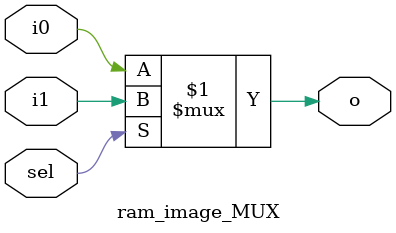
<source format=v>

module ram_image (clka, clkb, cea, ceb, wea, web, rstna, rstnb, aa, ab, da, db, qa, qb);
input clka;
input clkb;
input cea;
input ceb;
input wea;
input web;
input rstna;
input rstnb;
input [16:0]aa;
input [12:0]ab;
input [7:0]da;
input [127:0]db;
output [7:0]qa;
output [127:0]qb;

wire vcc_net;
wire gnd_net;
wire net_4;
wire net_35;
wire net_41;
wire net_42;
wire net_43;
wire addra_pipe_0_net;
wire net_49;
wire net_50;
wire net_52;
wire net_53;
wire net_54;
wire net_55;
wire net_56;
wire net_57;
wire net_62;
wire net_63;
wire net_64;
wire addra_pipe_1_net;
wire net_69;
wire net_70;
wire net_71;
wire net_72;
wire net_73;
wire net_75;
wire net_76;
wire net_77;
wire net_78;
wire net_79;
wire net_80;
wire net_85;
wire net_86;
wire net_87;
wire net_92;
wire net_93;
wire net_94;
wire net_95;
wire net_96;
wire net_97;
wire addra_pipe_2_net;
wire net_102;
wire net_103;
wire net_104;
wire net_109;
wire net_110;
wire net_111;
wire net_112;
wire net_113;
wire net_114;
wire net_115;
wire net_116;
wire net_119;
wire net_121;
wire net_122;
wire net_123;
wire net_129;
wire net_130;
wire net_131;
wire net_136;
wire net_137;
wire net_138;
wire net_139;
wire net_140;
wire net_141;
wire net_146;
wire net_147;
wire net_148;
wire net_153;
wire net_154;
wire net_155;
wire net_156;
wire net_157;
wire net_158;
wire net_159;
wire net_160;
wire net_161;
wire net_166;
wire net_167;
wire net_168;
wire net_173;
wire net_174;
wire net_175;
wire net_176;
wire net_177;
wire net_178;
wire net_183;
wire net_184;
wire net_185;
wire net_190;
wire net_191;
wire net_192;
wire net_193;
wire net_194;
wire net_195;
wire net_197;
wire net_198;
wire net_199;
wire net_200;
wire net_201;
wire net_207;
wire net_208;
wire net_209;
wire net_214;
wire net_215;
wire net_216;
wire net_217;
wire net_218;
wire net_219;
wire net_224;
wire net_225;
wire net_226;
wire net_231;
wire net_232;
wire net_233;
wire net_234;
wire net_235;
wire net_236;
wire net_237;
wire net_238;
wire net_239;
wire net_244;
wire net_245;
wire net_246;
wire net_251;
wire net_252;
wire net_253;
wire net_254;
wire net_255;
wire net_256;
wire net_261;
wire net_262;
wire net_263;
wire net_268;
wire net_269;
wire net_270;
wire net_271;
wire net_272;
wire net_273;
wire net_275;
wire net_276;
wire net_277;
wire net_278;
wire net_279;
wire net_285;
wire net_286;
wire net_287;
wire net_292;
wire net_293;
wire net_294;
wire net_295;
wire net_296;
wire net_297;
wire net_302;
wire net_303;
wire net_304;
wire net_309;
wire net_310;
wire net_311;
wire net_312;
wire net_313;
wire net_314;
wire net_315;
wire net_316;
wire net_317;
wire net_322;
wire net_323;
wire net_324;
wire net_329;
wire net_330;
wire net_331;
wire net_332;
wire net_333;
wire net_334;
wire net_339;
wire net_340;
wire net_341;
wire net_346;
wire net_347;
wire net_348;
wire net_349;
wire net_350;
wire net_351;
wire net_353;
wire net_354;
wire net_355;
wire net_356;
wire net_357;
wire net_363;
wire net_364;
wire net_365;
wire net_370;
wire net_371;
wire net_372;
wire net_373;
wire net_374;
wire net_375;
wire net_380;
wire net_381;
wire net_382;
wire net_387;
wire net_388;
wire net_389;
wire net_390;
wire net_391;
wire net_392;
wire net_393;
wire net_394;
wire net_395;
wire net_400;
wire net_401;
wire net_402;
wire net_407;
wire net_408;
wire net_409;
wire net_410;
wire net_411;
wire net_412;
wire net_417;
wire net_418;
wire net_419;
wire net_424;
wire net_425;
wire net_426;
wire net_427;
wire net_428;
wire net_429;
wire net_431;
wire net_432;
wire net_433;
wire net_434;
wire net_435;
wire net_441;
wire net_442;
wire net_443;
wire net_448;
wire net_449;
wire net_450;
wire net_451;
wire net_452;
wire net_453;
wire net_458;
wire net_459;
wire net_460;
wire net_465;
wire net_466;
wire net_467;
wire net_468;
wire net_469;
wire net_470;
wire net_471;
wire net_472;
wire net_473;
wire net_478;
wire net_479;
wire net_480;
wire net_485;
wire net_486;
wire net_487;
wire net_488;
wire net_489;
wire net_490;
wire net_495;
wire net_496;
wire net_497;
wire net_502;
wire net_503;
wire net_504;
wire net_505;
wire net_506;
wire net_507;
wire net_509;
wire net_510;
wire net_511;
wire net_512;
wire net_513;
wire net_519;
wire net_520;
wire net_521;
wire net_526;
wire net_527;
wire net_528;
wire net_529;
wire net_530;
wire net_531;
wire net_536;
wire net_537;
wire net_538;
wire net_543;
wire net_544;
wire net_545;
wire net_546;
wire net_547;
wire net_548;
wire net_549;
wire net_550;
wire net_551;
wire net_556;
wire net_557;
wire net_558;
wire net_563;
wire net_564;
wire net_565;
wire net_566;
wire net_567;
wire net_568;
wire net_573;
wire net_574;
wire net_575;
wire net_580;
wire net_581;
wire net_582;
wire net_583;
wire net_584;
wire net_585;
wire net_587;
wire net_588;
wire net_589;
wire net_590;
wire net_591;
wire net_597;
wire net_598;
wire net_599;
wire net_604;
wire net_605;
wire net_606;
wire net_607;
wire net_608;
wire net_609;
wire net_614;
wire net_615;
wire net_616;
wire net_621;
wire net_622;
wire net_623;
wire net_624;
wire net_625;
wire net_626;
wire net_627;
wire net_628;
wire net_629;
wire net_634;
wire net_635;
wire net_636;
wire net_641;
wire net_642;
wire net_643;
wire net_644;
wire net_645;
wire net_646;
wire net_651;
wire net_652;
wire net_653;
wire net_658;
wire net_659;
wire net_660;
wire net_661;
wire net_662;
wire net_663;
wire net_665;
wire net_666;
wire nc138305;
wire nc138306;
wire nc138307;
wire nc138308;
wire nc138309;
wire nc138310;
wire nc138311;
wire nc138312;
wire nc138313;
wire nc138314;
wire nc138315;
wire nc138316;
wire nc138317;
wire nc138318;
wire nc138319;
wire nc138320;
wire nc138321;
wire nc138322;
wire nc138323;
wire nc138324;
wire nc138325;
wire nc138326;
wire nc138327;
wire nc138328;
wire nc138329;
wire nc138330;
wire nc138331;
wire nc138332;
wire nc138333;
wire nc138334;
wire nc138335;
wire nc138336;
wire nc138337;
wire nc138338;
wire nc138339;
wire nc138340;
wire nc138341;
wire nc138342;
wire nc138343;
wire nc138344;
wire nc138345;
wire nc138346;
wire nc138347;
wire nc138348;
wire nc138349;
wire nc138350;
wire nc138351;
wire nc138352;
wire nc138353;
wire nc138354;
wire nc138355;
wire nc138356;
wire nc138357;
wire nc138358;
wire nc138359;
wire nc138360;
wire nc138361;
wire nc138362;
wire nc138363;
wire nc138364;
wire nc138365;
wire nc138366;
wire nc138367;
wire nc138368;
wire nc138369;
wire nc138370;
wire nc138371;
wire nc138372;
wire nc138373;
wire nc138374;
wire nc138375;
wire nc138376;
wire nc138377;
wire nc138378;
wire nc138379;
wire nc138380;
wire nc138381;
wire nc138382;
wire nc138383;
wire nc138384;
wire nc138385;
wire nc138386;
wire nc138387;
wire nc138388;
wire nc138389;
wire nc138390;
wire nc138391;
wire nc138392;
wire nc138393;
wire nc138394;
wire nc138395;
wire nc138396;
wire nc138397;
wire nc138398;
wire nc138399;
wire nc138400;
wire nc138401;
wire nc138402;
wire nc138403;
wire nc138404;
wire nc138405;
wire nc138406;
wire nc138407;
wire nc138408;
wire nc138409;
wire nc138410;
wire nc138411;
wire nc138412;
wire nc138413;
wire nc138414;
wire nc138415;
wire nc138416;
wire nc138417;
wire nc138418;
wire nc138419;
wire nc138420;
wire nc138421;
wire nc138422;
wire nc138423;
wire nc138424;
wire nc138425;
wire nc138426;
wire nc138427;
wire nc138428;
wire nc138429;
wire nc138430;
wire nc138431;
wire nc138432;
wire nc138433;
wire nc138434;
wire nc138435;
wire nc138436;
wire nc138437;
wire nc138438;
wire nc138439;
wire nc138440;
wire nc138441;
wire nc138442;
wire nc138443;
wire nc138444;
wire nc138445;
wire nc138446;
wire nc138447;
wire nc138448;
wire nc138449;
wire nc138450;
wire nc138451;
wire nc138452;
wire nc138453;
wire nc138454;
wire nc138455;
wire nc138456;
wire nc138457;
wire nc138458;
wire nc138459;
wire nc138460;
wire nc138461;
wire nc138462;
wire nc138463;
wire nc138464;
wire nc138465;
wire nc138466;
wire nc138467;
wire nc138468;
wire nc138469;
wire nc138470;
wire nc138471;
wire nc138472;
wire nc138473;
wire nc138474;
wire nc138475;
wire nc138476;
wire nc138477;
wire nc138478;
wire nc138479;
wire nc138480;
wire nc138481;
wire nc138482;
wire nc138483;
wire nc138484;
wire nc138485;
wire nc138486;
wire nc138487;
wire nc138488;
wire nc138489;
wire nc138490;
wire nc138491;
wire nc138492;
wire nc138493;
wire nc138494;
wire nc138495;
wire nc138496;
wire nc138497;
wire nc138498;
wire nc138499;
wire nc138500;
wire nc138501;
wire nc138502;
wire nc138503;
wire nc138504;
wire nc138505;
wire nc138506;
wire nc138507;
wire nc138508;
wire nc138509;
wire nc138510;
wire nc138511;
wire nc138512;
wire nc138513;
wire nc138514;
wire nc138515;
wire nc138516;
wire nc138517;
wire nc138518;
wire nc138519;
wire nc138520;
wire nc138521;
wire nc138522;
wire nc138523;
wire nc138524;
wire nc138525;
wire nc138526;
wire nc138527;
wire nc138528;
wire nc138529;
wire nc138530;
wire nc138531;
wire nc138532;
wire nc138533;
wire nc138534;
wire nc138535;
wire nc138536;
wire nc138537;
wire nc138538;
wire nc138539;
wire nc138540;
wire nc138541;
wire nc138542;
wire nc138543;
wire nc138544;
wire nc138545;
wire nc138546;
wire nc138547;
wire nc138548;
wire nc138549;
wire nc138550;
wire nc138551;
wire nc138552;
wire nc138553;
wire nc138554;
wire nc138555;
wire nc138556;
wire nc138557;
wire nc138558;
wire nc138559;
wire nc138560;
wire nc138561;
wire nc138562;
wire nc138563;
wire nc138564;
wire nc138565;
wire nc138566;
wire nc138567;
wire nc138568;
wire nc138569;
wire nc138570;
wire nc138571;
wire nc138572;
wire nc138573;
wire nc138574;
wire nc138575;
wire nc138576;
wire nc138577;
wire nc138578;
wire nc138579;
wire nc138580;
wire nc138581;
wire nc138582;
wire nc138583;
wire nc138584;
wire nc138585;
wire nc138586;
wire nc138587;
wire nc138588;
wire nc138589;
wire nc138590;
wire nc138591;
wire nc138592;
wire nc138593;
wire nc138594;
wire nc138595;
wire nc138596;
wire nc138597;
wire nc138598;
wire nc138599;
wire nc138600;
wire nc138601;
wire nc138602;
wire nc138603;
wire nc138604;
wire nc138605;
wire nc138606;
wire nc138607;
wire nc138608;
wire nc138609;
wire nc138610;
wire nc138611;
wire nc138612;
wire nc138613;
wire nc138614;
wire nc138615;
wire nc138616;
wire nc138617;
wire nc138618;
wire nc138619;
wire nc138620;
wire nc138621;
wire nc138622;
wire nc138623;
wire nc138624;
wire nc138625;
wire nc138626;
wire nc138627;
wire nc138628;
wire nc138629;
wire nc138630;
wire nc138631;
wire nc138632;
wire nc138633;
wire nc138634;
wire nc138635;
wire nc138636;
wire nc138637;
wire nc138638;
wire nc138639;
wire nc138640;
wire nc138641;
wire nc138642;
wire nc138643;
wire nc138644;
wire nc138645;
wire nc138646;
wire nc138647;
wire nc138648;
wire nc138649;
wire nc138650;
wire nc138651;
wire nc138652;
wire nc138653;
wire nc138654;
wire nc138655;
wire nc138656;
wire nc138657;
wire nc138658;
wire nc138659;
wire nc138660;
wire nc138661;
wire nc138662;
wire nc138663;
wire nc138664;
wire nc138665;
wire nc138666;
wire nc138667;
wire nc138668;
wire nc138669;
wire nc138670;
wire nc138671;
wire nc138672;
wire nc138673;
wire nc138674;
wire nc138675;
wire nc138676;
wire nc138677;
wire nc138678;
wire nc138679;
wire nc138680;
wire nc138681;
wire nc138682;
wire nc138683;
wire nc138684;
wire nc138685;
wire nc138686;
wire nc138687;
wire nc138688;
wire nc138689;
wire nc138690;
wire nc138691;
wire nc138692;
wire nc138693;
wire nc138694;
wire nc138695;
wire nc138696;
wire nc138697;
wire nc138698;
wire nc138699;
wire nc138700;
wire nc138701;
wire nc138702;
wire nc138703;
wire nc138704;
wire nc138705;
wire nc138706;
wire nc138707;
wire nc138708;
wire nc138709;
wire nc138710;
wire nc138711;
wire nc138712;
wire nc138713;
wire nc138714;
wire nc138715;
wire nc138716;
wire nc138717;
wire nc138718;
wire nc138719;
wire nc138720;
wire nc138721;
wire nc138722;
wire nc138723;
wire nc138724;
wire nc138725;
wire nc138726;
wire nc138727;
wire nc138728;
wire nc138729;
wire nc138730;
wire nc138731;
wire nc138732;
wire nc138733;
wire nc138734;
wire nc138735;
wire nc138736;
wire nc138737;
wire nc138738;
wire nc138739;
wire nc138740;
wire nc138741;
wire nc138742;
wire nc138743;
wire nc138744;
wire nc138745;
wire nc138746;
wire nc138747;
wire nc138748;
wire nc138749;
wire nc138750;
wire nc138751;
wire nc138752;
wire nc138753;
wire nc138754;
wire nc138755;
wire nc138756;
wire nc138757;
wire nc138758;
wire nc138759;
wire nc138760;
wire nc138761;
wire nc138762;
wire nc138763;
wire nc138764;
wire nc138765;
wire nc138766;
wire nc138767;
wire nc138768;
wire nc138769;
wire nc138770;
wire nc138771;
wire nc138772;
wire nc138773;
wire nc138774;
wire nc138775;
wire nc138776;
wire nc138777;
wire nc138778;
wire nc138779;
wire nc138780;
wire nc138781;
wire nc138782;
wire nc138783;
wire nc138784;
wire nc138785;
wire nc138786;
wire nc138787;
wire nc138788;
wire nc138789;
wire nc138790;
wire nc138791;
wire nc138792;
wire nc138793;
wire nc138794;
wire nc138795;
wire nc138796;
wire nc138797;
wire nc138798;
wire nc138799;
wire nc138800;
wire nc138801;
wire nc138802;
wire nc138803;
wire nc138804;
wire nc138805;
wire nc138806;
wire nc138807;
wire nc138808;
wire nc138809;
wire nc138810;
wire nc138811;
wire nc138812;
wire nc138813;
wire nc138814;
wire nc138815;
wire nc138816;
wire nc138817;
wire nc138818;
wire nc138819;
wire nc138820;
wire nc138821;
wire nc138822;
wire nc138823;
wire nc138824;
wire nc138825;
wire nc138826;
wire nc138827;
wire nc138828;
wire nc138829;
wire nc138830;
wire nc138831;
wire nc138832;
wire nc138833;
wire nc138834;
wire nc138835;
wire nc138836;
wire nc138837;
wire nc138838;
wire nc138839;
wire nc138840;
wire nc138841;
wire nc138842;
wire nc138843;
wire nc138844;
wire nc138845;
wire nc138846;
wire nc138847;
wire nc138848;
wire nc138849;
wire nc138850;
wire nc138851;
wire nc138852;
wire nc138853;
wire nc138854;
wire nc138855;
wire nc138856;
wire nc138857;
wire nc138858;
wire nc138859;
wire nc138860;
wire nc138861;
wire nc138862;
wire nc138863;
wire nc138864;
wire nc138865;
wire nc138866;
wire nc138867;
wire nc138868;
wire nc138869;
wire nc138870;
wire nc138871;
wire nc138872;
wire nc138873;
wire nc138874;
wire nc138875;
wire nc138876;
wire nc138877;
wire nc138878;
wire nc138879;
wire nc138880;
wire nc138881;
wire nc138882;
wire nc138883;
wire nc138884;
wire nc138885;
wire nc138886;
wire nc138887;
wire nc138888;
wire nc138889;
wire nc138890;
wire nc138891;
wire nc138892;
wire nc138893;
wire nc138894;
wire nc138895;
wire nc138896;
wire nc138897;
wire nc138898;
wire nc138899;
wire nc138900;
wire nc138901;
wire nc138902;
wire nc138903;
wire nc138904;
wire nc138905;
wire nc138906;
wire nc138907;
wire nc138908;
wire nc138909;
wire nc138910;
wire nc138911;
wire nc138912;
wire nc138913;
wire nc138914;
wire nc138915;
wire nc138916;
wire nc138917;
wire nc138918;
wire nc138919;
wire nc138920;
wire nc138921;
wire nc138922;
wire nc138923;
wire nc138924;
wire nc138925;
wire nc138926;
wire nc138927;
wire nc138928;
wire nc138929;
wire nc138930;
wire nc138931;
wire nc138932;
wire nc138933;
wire nc138934;
wire nc138935;
wire nc138936;
wire nc138937;
wire nc138938;
wire nc138939;
wire nc138940;
wire nc138941;
wire nc138942;
wire nc138943;
wire nc138944;
wire nc138945;
wire nc138946;
wire nc138947;
wire nc138948;
wire nc138949;
wire nc138950;
wire nc138951;
wire nc138952;
wire nc138953;
wire nc138954;
wire nc138955;
wire nc138956;
wire nc138957;
wire nc138958;
wire nc138959;
wire nc138960;
wire nc138961;
wire nc138962;
wire nc138963;
wire nc138964;
wire nc138965;
wire nc138966;
wire nc138967;
wire nc138968;
wire nc138969;
wire nc138970;
wire nc138971;
wire nc138972;
wire nc138973;
wire nc138974;
wire nc138975;
wire nc138976;
wire nc138977;
wire nc138978;
wire nc138979;
wire nc138980;
wire nc138981;
wire nc138982;
wire nc138983;
wire nc138984;
wire nc138985;
wire nc138986;
wire nc138987;
wire nc138988;
wire nc138989;
wire nc138990;
wire nc138991;
wire nc138992;
wire nc138993;
wire nc138994;
wire nc138995;
wire nc138996;
wire nc138997;
wire nc138998;
wire nc138999;
wire nc139000;
wire nc139001;
wire nc139002;
wire nc139003;
wire nc139004;
wire nc139005;
wire nc139006;
wire nc139007;
wire nc139008;
wire nc139009;
wire nc139010;
wire nc139011;
wire nc139012;
wire nc139013;
wire nc139014;
wire nc139015;
wire nc139016;
wire nc139017;
wire nc139018;
wire nc139019;
wire nc139020;
wire nc139021;
wire nc139022;
wire nc139023;
wire nc139024;
wire nc139025;
wire nc139026;
wire nc139027;
wire nc139028;
wire nc139029;
wire nc139030;
wire nc139031;
wire nc139032;
wire nc139033;
wire nc139034;
wire nc139035;
wire nc139036;
wire nc139037;
wire nc139038;
wire nc139039;
wire nc139040;
wire nc139041;
wire nc139042;
wire nc139043;
wire nc139044;
wire nc139045;
wire nc139046;
wire nc139047;
wire nc139048;
wire nc139049;
wire nc139050;
wire nc139051;
wire nc139052;
wire nc139053;
wire nc139054;
wire nc139055;
wire nc139056;
wire nc139057;
wire nc139058;
wire nc139059;
wire nc139060;
wire nc139061;
wire nc139062;
wire nc139063;
wire nc139064;
wire nc139065;
wire nc139066;
wire nc139067;
wire nc139068;
wire nc139069;
wire nc139070;
wire nc139071;
wire nc139072;
wire nc139073;
wire nc139074;
wire nc139075;
wire nc139076;
wire nc139077;
wire nc139078;
wire nc139079;
wire nc139080;
wire nc139081;
wire nc139082;
wire nc139083;
wire nc139084;
wire nc139085;
wire nc139086;
wire nc139087;
wire nc139088;
wire nc139089;
wire nc139090;
wire nc139091;
wire nc139092;
wire nc139093;
wire nc139094;
wire nc139095;
wire nc139096;
wire nc139097;
wire nc139098;
wire nc139099;
wire nc139100;
wire nc139101;
wire nc139102;
wire nc139103;
wire nc139104;
wire nc139105;
wire nc139106;
wire nc139107;
wire nc139108;
wire nc139109;
wire nc139110;
wire nc139111;
wire nc139112;
wire nc139113;
wire nc139114;
wire nc139115;
wire nc139116;
wire nc139117;
wire nc139118;
wire nc139119;
wire nc139120;
wire nc139121;
wire nc139122;
wire nc139123;
wire nc139124;
wire nc139125;
wire nc139126;
wire nc139127;
wire nc139128;
wire nc139129;
wire nc139130;
wire nc139131;
wire nc139132;
wire nc139133;
wire nc139134;
wire nc139135;
wire nc139136;
wire nc139137;
wire nc139138;
wire nc139139;
wire nc139140;
wire nc139141;
wire nc139142;
wire nc139143;
wire nc139144;
wire nc139145;
wire nc139146;
wire nc139147;
wire nc139148;
wire nc139149;
wire nc139150;
wire nc139151;
wire nc139152;
wire nc139153;
wire nc139154;
wire nc139155;
wire nc139156;
wire nc139157;
wire nc139158;
wire nc139159;
wire nc139160;
wire nc139161;
wire nc139162;
wire nc139163;
wire nc139164;
wire nc139165;
wire nc139166;
wire nc139167;
wire nc139168;
wire nc139169;
wire nc139170;
wire nc139171;
wire nc139172;
wire nc139173;
wire nc139174;
wire nc139175;
wire nc139176;
wire nc139177;
wire nc139178;
wire nc139179;
wire nc139180;
wire nc139181;
wire nc139182;
wire nc139183;
wire nc139184;
wire nc139185;
wire nc139186;
wire nc139187;
wire nc139188;
wire nc139189;
wire nc139190;
wire nc139191;
wire nc139192;
wire nc139193;
wire nc139194;
wire nc139195;
wire nc139196;
wire nc139197;
wire nc139198;
wire nc139199;
wire nc139200;
wire nc139201;
wire nc139202;
wire nc139203;
wire nc139204;
wire nc139205;
wire nc139206;
wire nc139207;
wire nc139208;
wire nc139209;
wire nc139210;
wire nc139211;
wire nc139212;
wire nc139213;
wire nc139214;
wire nc139215;
wire nc139216;
wire nc139217;
wire nc139218;
wire nc139219;
wire nc139220;
wire nc139221;
wire nc139222;
wire nc139223;
wire nc139224;
wire nc139225;
wire nc139226;
wire nc139227;
wire nc139228;
wire nc139229;
wire nc139230;
wire nc139231;
wire nc139232;
wire nc139233;
wire nc139234;
wire nc139235;
wire nc139236;
wire nc139237;
wire nc139238;
wire nc139239;
wire nc139240;
wire nc139241;
wire nc139242;
wire nc139243;
wire nc139244;
wire nc139245;
wire nc139246;
wire nc139247;
wire nc139248;
wire nc139249;
wire nc139250;
wire nc139251;
wire nc139252;
wire nc139253;
wire nc139254;
wire nc139255;
wire nc139256;
wire nc139257;
wire nc139258;
wire nc139259;
wire nc139260;
wire nc139261;
wire nc139262;
wire nc139263;
wire nc139264;
wire nc139265;
wire nc139266;
wire nc139267;
wire nc139268;
wire nc139269;
wire nc139270;
wire nc139271;
wire nc139272;
wire nc139273;
wire nc139274;
wire nc139275;
wire nc139276;
wire nc139277;
wire nc139278;
wire nc139279;
wire nc139280;
wire nc139281;
wire nc139282;
wire nc139283;
wire nc139284;
wire nc139285;
wire nc139286;
wire nc139287;
wire nc139288;
wire nc139289;
wire nc139290;
wire nc139291;
wire nc139292;
wire nc139293;
wire nc139294;
wire nc139295;
wire nc139296;
wire nc139297;
wire nc139298;
wire nc139299;
wire nc139300;
wire nc139301;
wire nc139302;
wire nc139303;
wire nc139304;
wire nc139305;
wire nc139306;
wire nc139307;
wire nc139308;
wire nc139309;
wire nc139310;
wire nc139311;
wire nc139312;
wire nc139313;
wire nc139314;
wire nc139315;
wire nc139316;
wire nc139317;
wire nc139318;
wire nc139319;
wire nc139320;
wire nc139321;
wire nc139322;
wire nc139323;
wire nc139324;
wire nc139325;
wire nc139326;
wire nc139327;
wire nc139328;
wire nc139329;
wire nc139330;
wire nc139331;
wire nc139332;
wire nc139333;
wire nc139334;
wire nc139335;
wire nc139336;
wire nc139337;
wire nc139338;
wire nc139339;
wire nc139340;
wire nc139341;
wire nc139342;
wire nc139343;
wire nc139344;
wire nc139345;
wire nc139346;
wire nc139347;
wire nc139348;
wire nc139349;
wire nc139350;
wire nc139351;
wire nc139352;
wire nc139353;
wire nc139354;
wire nc139355;
wire nc139356;
wire nc139357;
wire nc139358;
wire nc139359;
wire nc139360;
wire nc139361;
wire nc139362;
wire nc139363;
wire nc139364;
wire nc139365;
wire nc139366;
wire nc139367;
wire nc139368;
wire nc139369;
wire nc139370;
wire nc139371;
wire nc139372;
wire nc139373;
wire nc139374;
wire nc139375;
wire nc139376;
wire nc139377;
wire nc139378;
wire nc139379;
wire nc139380;
wire nc139381;
wire nc139382;
wire nc139383;
wire nc139384;
wire nc139385;
wire nc139386;
wire nc139387;
wire nc139388;
wire nc139389;
wire nc139390;
wire nc139391;
wire nc139392;
wire nc139393;
wire nc139394;
wire nc139395;
wire nc139396;
wire nc139397;
wire nc139398;
wire nc139399;
wire nc139400;
wire nc139401;
wire nc139402;
wire nc139403;
wire nc139404;
wire nc139405;
wire nc139406;
wire nc139407;
wire nc139408;
wire nc139409;
wire nc139410;
wire nc139411;
wire nc139412;
wire nc139413;
wire nc139414;
wire nc139415;
wire nc139416;
wire nc139417;
wire nc139418;
wire nc139419;
wire nc139420;
wire nc139421;
wire nc139422;
wire nc139423;
wire nc139424;
wire nc139425;
wire nc139426;
wire nc139427;
wire nc139428;
wire nc139429;
wire nc139430;
wire nc139431;
wire nc139432;
wire nc139433;
wire nc139434;
wire nc139435;
wire nc139436;
wire nc139437;
wire nc139438;
wire nc139439;
wire nc139440;
wire nc139441;
wire nc139442;
wire nc139443;
wire nc139444;
wire nc139445;
wire nc139446;
wire nc139447;
wire nc139448;
wire nc139449;
wire nc139450;
wire nc139451;
wire nc139452;
wire nc139453;
wire nc139454;
wire nc139455;
wire nc139456;
wire nc139457;
wire nc139458;
wire nc139459;
wire nc139460;
wire nc139461;
wire nc139462;
wire nc139463;
wire nc139464;
wire nc139465;
wire nc139466;
wire nc139467;
wire nc139468;
wire nc139469;
wire nc139470;
wire nc139471;
wire nc139472;
wire nc139473;
wire nc139474;
wire nc139475;
wire nc139476;
wire nc139477;
wire nc139478;
wire nc139479;
wire nc139480;
wire nc139481;
wire nc139482;
wire nc139483;
wire nc139484;
wire nc139485;
wire nc139486;
wire nc139487;
wire nc139488;
wire nc139489;
wire nc139490;
wire nc139491;
wire nc139492;
wire nc139493;
wire nc139494;
wire nc139495;
wire nc139496;
wire nc139497;
wire nc139498;
wire nc139499;
wire nc139500;
wire nc139501;
wire nc139502;
wire nc139503;
wire nc139504;
wire nc139505;
wire nc139506;
wire nc139507;
wire nc139508;
wire nc139509;
wire nc139510;
wire nc139511;
wire nc139512;
wire nc139513;
wire nc139514;
wire nc139515;
wire nc139516;
wire nc139517;
wire nc139518;
wire nc139519;
wire nc139520;
wire nc139521;
wire nc139522;
wire nc139523;
wire nc139524;
wire nc139525;
wire nc139526;
wire nc139527;
wire nc139528;
wire nc139529;
wire nc139530;
wire nc139531;
wire nc139532;
wire nc139533;
wire nc139534;
wire nc139535;
wire nc139536;
wire nc139537;
wire nc139538;
wire nc139539;
wire nc139540;
wire nc139541;
wire nc139542;
wire nc139543;
wire nc139544;
wire nc139545;
wire nc139546;
wire nc139547;
wire nc139548;
wire nc139549;
wire nc139550;
wire nc139551;
wire nc139552;
wire nc139553;
wire nc139554;
wire nc139555;
wire nc139556;
wire nc139557;
wire nc139558;
wire nc139559;
wire nc139560;
wire nc139561;
wire nc139562;
wire nc139563;
wire nc139564;
wire nc139565;
wire nc139566;
wire nc139567;
wire nc139568;
wire nc139569;
wire nc139570;
wire nc139571;
wire nc139572;
wire nc139573;
wire nc139574;
wire nc139575;
wire nc139576;
wire nc139577;
wire nc139578;
wire nc139579;
wire nc139580;
wire nc139581;
wire nc139582;
wire nc139583;
wire nc139584;
wire nc139585;
wire nc139586;
wire nc139587;
wire nc139588;
wire nc139589;
wire nc139590;
wire nc139591;
wire nc139592;
wire nc139593;
wire nc139594;
wire nc139595;
wire nc139596;
wire nc139597;
wire nc139598;
wire nc139599;
wire nc139600;
wire nc139601;
wire nc139602;
wire nc139603;
wire nc139604;
wire nc139605;
wire nc139606;
wire nc139607;
wire nc139608;
wire nc139609;
wire nc139610;
wire nc139611;
wire nc139612;
wire nc139613;
wire nc139614;
wire nc139615;
wire nc139616;
wire nc139617;
wire nc139618;
wire nc139619;
wire nc139620;
wire nc139621;
wire nc139622;
wire nc139623;
wire nc139624;
wire nc139625;
wire nc139626;
wire nc139627;
wire nc139628;
wire nc139629;
wire nc139630;
wire nc139631;
wire nc139632;
wire nc139633;
wire nc139634;
wire nc139635;
wire nc139636;
wire nc139637;
wire nc139638;
wire nc139639;
wire nc139640;
wire nc139641;
wire nc139642;
wire nc139643;
wire nc139644;
wire nc139645;
wire nc139646;
wire nc139647;
wire nc139648;
wire nc139649;
wire nc139650;
wire nc139651;
wire nc139652;
wire nc139653;
wire nc139654;
wire nc139655;
wire nc139656;
wire nc139657;
wire nc139658;
wire nc139659;
wire nc139660;
wire nc139661;
wire nc139662;
wire nc139663;
wire nc139664;
wire nc139665;
wire nc139666;
wire nc139667;
wire nc139668;
wire nc139669;
wire nc139670;
wire nc139671;
wire nc139672;
wire nc139673;
wire nc139674;
wire nc139675;
wire nc139676;
wire nc139677;
wire nc139678;
wire nc139679;
wire nc139680;
wire nc139681;
wire nc139682;
wire nc139683;
wire nc139684;
wire nc139685;
wire nc139686;
wire nc139687;
wire nc139688;
wire nc139689;
wire nc139690;
wire nc139691;
wire nc139692;
wire nc139693;
wire nc139694;
wire nc139695;
wire nc139696;
wire nc139697;
wire nc139698;
wire nc139699;
wire nc139700;
wire nc139701;
wire nc139702;
wire nc139703;
wire nc139704;
wire nc139705;
wire nc139706;
wire nc139707;
wire nc139708;
wire nc139709;
wire nc139710;
wire nc139711;
wire nc139712;
wire nc139713;
wire nc139714;
wire nc139715;
wire nc139716;
wire nc139717;
wire nc139718;
wire nc139719;
wire nc139720;
wire nc139721;
wire nc139722;
wire nc139723;
wire nc139724;
wire nc139725;
wire nc139726;
wire nc139727;
wire nc139728;
wire nc139729;
wire nc139730;
wire nc139731;
wire nc139732;
wire nc139733;
wire nc139734;
wire nc139735;
wire nc139736;
wire nc139737;
wire nc139738;
wire nc139739;
wire nc139740;
wire nc139741;
wire nc139742;
wire nc139743;
wire nc139744;
wire nc139745;
wire nc139746;
wire nc139747;
wire nc139748;
wire nc139749;
wire nc139750;
wire nc139751;
wire nc139752;
wire nc139753;
wire nc139754;
wire nc139755;
wire nc139756;
wire nc139757;
wire nc139758;
wire nc139759;
wire nc139760;
wire nc139761;
wire nc139762;
wire nc139763;
wire nc139764;
wire nc139765;
wire nc139766;
wire nc139767;
wire nc139768;
wire nc139769;
wire nc139770;
wire nc139771;
wire nc139772;
wire nc139773;
wire nc139774;
wire nc139775;
wire nc139776;
wire nc139777;
wire nc139778;
wire nc139779;
wire nc139780;
wire nc139781;
wire nc139782;
wire nc139783;
wire nc139784;
wire nc139785;
wire nc139786;
wire nc139787;
wire nc139788;
wire nc139789;
wire nc139790;
wire nc139791;
wire nc139792;
wire nc139793;
wire nc139794;
wire nc139795;
wire nc139796;
wire nc139797;
wire nc139798;
wire nc139799;
wire nc139800;
wire nc139801;
wire nc139802;
wire nc139803;
wire nc139804;
wire nc139805;
wire nc139806;
wire nc139807;
wire nc139808;
wire nc139809;
wire nc139810;
wire nc139811;
wire nc139812;
wire nc139813;
wire nc139814;
wire nc139815;
wire nc139816;
wire nc139817;
wire nc139818;
wire nc139819;
wire nc139820;
wire nc139821;
wire nc139822;
wire nc139823;
wire nc139824;
wire nc139825;
wire nc139826;
wire nc139827;
wire nc139828;
wire nc139829;
wire nc139830;
wire nc139831;
wire nc139832;
wire nc139833;
wire nc139834;
wire nc139835;
wire nc139836;
wire nc139837;
wire nc139838;
wire nc139839;
wire nc139840;
wire nc139841;
wire nc139842;
wire nc139843;
wire nc139844;
wire nc139845;
wire nc139846;
wire nc139847;
wire nc139848;
wire nc139849;
wire nc139850;
wire nc139851;
wire nc139852;
wire nc139853;
wire nc139854;
wire nc139855;
wire nc139856;
wire nc139857;
wire nc139858;
wire nc139859;
wire nc139860;
wire nc139861;
wire nc139862;
wire nc139863;
wire nc139864;
wire nc139865;
wire nc139866;
wire nc139867;
wire nc139868;
wire nc139869;
wire nc139870;
wire nc139871;
wire nc139872;
wire nc139873;
wire nc139874;
wire nc139875;
wire nc139876;
wire nc139877;
wire nc139878;
wire nc139879;
wire nc139880;
wire nc139881;
wire nc139882;
wire nc139883;
wire nc139884;
wire nc139885;
wire nc139886;
wire nc139887;
wire nc139888;
wire nc139889;
wire nc139890;
wire nc139891;
wire nc139892;
wire nc139893;
wire nc139894;
wire nc139895;
wire nc139896;
wire nc139897;
wire nc139898;
wire nc139899;
wire nc139900;
wire nc139901;
wire nc139902;
wire nc139903;
wire nc139904;
wire nc139905;
wire nc139906;
wire nc139907;
wire nc139908;
wire nc139909;
wire nc139910;
wire nc139911;
wire nc139912;
wire nc139913;
wire nc139914;
wire nc139915;
wire nc139916;
wire nc139917;
wire nc139918;
wire nc139919;
wire nc139920;
wire nc139921;
wire nc139922;
wire nc139923;
wire nc139924;
wire nc139925;
wire nc139926;
wire nc139927;
wire nc139928;
wire nc139929;
wire nc139930;
wire nc139931;
wire nc139932;
wire nc139933;
wire nc139934;
wire nc139935;
wire nc139936;
wire nc139937;
wire nc139938;
wire nc139939;
wire nc139940;
wire nc139941;
wire nc139942;
wire nc139943;
wire nc139944;
wire nc139945;
wire nc139946;
wire nc139947;
wire nc139948;
wire nc139949;
wire nc139950;
wire nc139951;
wire nc139952;
wire nc139953;
wire nc139954;
wire nc139955;
wire nc139956;
wire nc139957;
wire nc139958;
wire nc139959;
wire nc139960;
wire nc139961;
wire nc139962;
wire nc139963;
wire nc139964;
wire nc139965;
wire nc139966;
wire nc139967;
wire nc139968;
wire nc139969;
wire nc139970;
wire nc139971;
wire nc139972;
wire nc139973;
wire nc139974;
wire nc139975;
wire nc139976;
wire nc139977;
wire nc139978;
wire nc139979;
wire nc139980;
wire nc139981;
wire nc139982;
wire nc139983;
wire nc139984;
wire nc139985;
wire nc139986;
wire nc139987;
wire nc139988;
wire nc139989;
wire nc139990;
wire nc139991;
wire nc139992;
wire nc139993;
wire nc139994;
wire nc139995;
wire nc139996;
wire nc139997;
wire nc139998;
wire nc139999;
wire nc140000;
wire nc140001;
wire nc140002;
wire nc140003;
wire nc140004;
wire nc140005;
wire nc140006;
wire nc140007;
wire nc140008;
wire nc140009;
wire nc140010;
wire nc140011;
wire nc140012;
wire nc140013;
wire nc140014;
wire nc140015;
wire nc140016;
wire nc140017;
wire nc140018;
wire nc140019;
wire nc140020;
wire nc140021;
wire nc140022;
wire nc140023;
wire nc140024;
wire nc140025;
wire nc140026;
wire nc140027;
wire nc140028;
wire nc140029;
wire nc140030;
wire nc140031;
wire nc140032;
wire nc140033;
wire nc140034;
wire nc140035;
wire nc140036;
wire nc140037;
wire nc140038;
wire nc140039;
wire nc140040;
wire nc140041;
wire nc140042;
wire nc140043;
wire nc140044;
wire nc140045;
wire nc140046;
wire nc140047;
wire nc140048;
wire nc140049;
wire nc140050;
wire nc140051;
wire nc140052;
wire nc140053;
wire nc140054;
wire nc140055;
wire nc140056;
wire nc140057;
wire nc140058;
wire nc140059;
wire nc140060;
wire nc140061;
wire nc140062;
wire nc140063;
wire nc140064;
wire nc140065;
wire nc140066;
wire nc140067;
wire nc140068;
wire nc140069;
wire nc140070;
wire nc140071;
wire nc140072;
wire nc140073;
wire nc140074;
wire nc140075;
wire nc140076;
wire nc140077;
wire nc140078;
wire nc140079;
wire nc140080;
wire nc140081;
wire nc140082;
wire nc140083;
wire nc140084;
wire nc140085;
wire nc140086;
wire nc140087;
wire nc140088;
wire nc140089;
wire nc140090;
wire nc140091;
wire nc140092;
wire nc140093;
wire nc140094;
wire nc140095;
wire nc140096;
wire nc140097;
wire nc140098;
wire nc140099;
wire nc140100;
wire nc140101;
wire nc140102;
wire nc140103;
wire nc140104;
wire nc140105;
wire nc140106;
wire nc140107;
wire nc140108;
wire nc140109;
wire nc140110;
wire nc140111;
wire nc140112;
wire nc140113;
wire nc140114;
wire nc140115;
wire nc140116;
wire nc140117;
wire nc140118;
wire nc140119;
wire nc140120;
wire nc140121;
wire nc140122;
wire nc140123;
wire nc140124;
wire nc140125;
wire nc140126;
wire nc140127;
wire nc140128;
wire nc140129;
wire nc140130;
wire nc140131;
wire nc140132;
wire nc140133;
wire nc140134;
wire nc140135;
wire nc140136;
wire nc140137;
wire nc140138;
wire nc140139;
wire nc140140;
wire nc140141;
wire nc140142;
wire nc140143;
wire nc140144;
wire nc140145;
wire nc140146;
wire nc140147;
wire nc140148;
wire nc140149;
wire nc140150;
wire nc140151;
wire nc140152;
wire nc140153;
wire nc140154;
wire nc140155;
wire nc140156;
wire nc140157;
wire nc140158;
wire nc140159;
wire nc140160;
wire nc140161;
wire nc140162;
wire nc140163;
wire nc140164;
wire nc140165;
wire nc140166;
wire nc140167;
wire nc140168;
wire nc140169;
wire nc140170;
wire nc140171;
wire nc140172;
wire nc140173;
wire nc140174;
wire nc140175;
wire nc140176;
wire nc140177;
wire nc140178;
wire nc140179;
wire nc140180;
wire nc140181;
wire nc140182;
wire nc140183;
wire nc140184;
wire nc140185;
wire nc140186;
wire nc140187;
wire nc140188;
wire nc140189;
wire nc140190;
wire nc140191;
wire nc140192;
wire nc140193;
wire nc140194;
wire nc140195;
wire nc140196;
wire nc140197;
wire nc140198;
wire nc140199;
wire nc140200;
wire nc140201;
wire nc140202;
wire nc140203;
wire nc140204;
wire nc140205;
wire nc140206;
wire nc140207;
wire nc140208;
wire nc140209;
wire nc140210;
wire nc140211;
wire nc140212;
wire nc140213;
wire nc140214;
wire nc140215;
wire nc140216;
wire nc140217;
wire nc140218;
wire nc140219;
wire nc140220;
wire nc140221;
wire nc140222;
wire nc140223;
wire nc140224;
wire nc140225;
wire nc140226;
wire nc140227;
wire nc140228;
wire nc140229;
wire nc140230;
wire nc140231;
wire nc140232;
wire nc140233;
wire nc140234;
wire nc140235;
wire nc140236;
wire nc140237;
wire nc140238;
wire nc140239;
wire nc140240;
wire nc140241;
wire nc140242;
wire nc140243;
wire nc140244;
wire nc140245;
wire nc140246;
wire nc140247;
wire nc140248;
wire nc140249;
wire nc140250;
wire nc140251;
wire nc140252;
wire nc140253;
wire nc140254;
wire nc140255;
wire nc140256;
wire nc140257;
wire nc140258;
wire nc140259;
wire nc140260;
wire nc140261;
wire nc140262;
wire nc140263;
wire nc140264;
wire nc140265;
wire nc140266;
wire nc140267;
wire nc140268;
wire nc140269;
wire nc140270;
wire nc140271;
wire nc140272;
wire nc140273;
wire nc140274;
wire nc140275;
wire nc140276;
wire nc140277;
wire nc140278;
wire nc140279;
wire nc140280;
wire nc140281;
wire nc140282;
wire nc140283;
wire nc140284;
wire nc140285;
wire nc140286;
wire nc140287;
wire nc140288;
wire nc140289;
wire nc140290;
wire nc140291;
wire nc140292;
wire nc140293;
wire nc140294;
wire nc140295;
wire nc140296;
wire nc140297;
wire nc140298;
wire nc140299;
wire nc140300;
wire nc140301;
wire nc140302;
wire nc140303;
wire nc140304;
wire nc140305;
wire nc140306;
wire nc140307;
wire nc140308;
wire nc140309;
wire nc140310;
wire nc140311;
wire nc140312;
wire nc140313;
wire nc140314;
wire nc140315;
wire nc140316;
wire nc140317;
wire nc140318;
wire nc140319;
wire nc140320;
wire nc140321;
wire nc140322;
wire nc140323;
wire nc140324;
wire nc140325;
wire nc140326;
wire nc140327;
wire nc140328;
wire nc140329;
wire nc140330;
wire nc140331;
wire nc140332;
wire nc140333;
wire nc140334;
wire nc140335;
wire nc140336;
wire nc140337;
wire nc140338;
wire nc140339;
wire nc140340;
wire nc140341;
wire nc140342;
wire nc140343;
wire nc140344;
wire nc140345;
wire nc140346;
wire nc140347;
wire nc140348;
wire nc140349;
wire nc140350;
wire nc140351;
wire nc140352;
wire nc140353;
wire nc140354;
wire nc140355;
wire nc140356;
wire nc140357;
wire nc140358;
wire nc140359;
wire nc140360;
wire nc140361;
wire nc140362;
wire nc140363;
wire nc140364;
wire nc140365;
wire nc140366;
wire nc140367;
wire nc140368;
wire nc140369;
wire nc140370;
wire nc140371;
wire nc140372;
wire nc140373;
wire nc140374;
wire nc140375;
wire nc140376;
wire nc140377;
wire nc140378;
wire nc140379;
wire nc140380;
wire nc140381;
wire nc140382;
wire nc140383;
wire nc140384;
wire nc140385;
wire nc140386;
wire nc140387;
wire nc140388;
wire nc140389;
wire nc140390;
wire nc140391;
wire nc140392;
wire nc140393;
wire nc140394;
wire nc140395;
wire nc140396;
wire nc140397;
wire nc140398;
wire nc140399;
wire nc140400;
wire nc140401;
wire nc140402;
wire nc140403;
wire nc140404;
wire nc140405;
wire nc140406;
wire nc140407;
wire nc140408;
wire nc140409;
wire nc140410;
wire nc140411;
wire nc140412;
wire nc140413;
wire nc140414;
wire nc140415;
wire nc140416;
wire nc140417;
wire nc140418;
wire nc140419;
wire nc140420;
wire nc140421;
wire nc140422;
wire nc140423;
wire nc140424;
wire nc140425;
wire nc140426;
wire nc140427;
wire nc140428;
wire nc140429;
wire nc140430;
wire nc140431;
wire nc140432;
wire nc140433;
wire nc140434;
wire nc140435;
wire nc140436;
wire nc140437;
wire nc140438;
wire nc140439;
wire nc140440;
wire nc140441;
wire nc140442;
wire nc140443;
wire nc140444;
wire nc140445;
wire nc140446;
wire nc140447;
wire nc140448;
wire nc140449;
wire nc140450;
wire nc140451;
wire nc140452;
wire nc140453;
wire nc140454;
wire nc140455;
wire nc140456;
wire nc140457;
wire nc140458;
wire nc140459;
wire nc140460;
wire nc140461;
wire nc140462;
wire nc140463;
wire nc140464;
wire nc140465;
wire nc140466;
wire nc140467;
wire nc140468;
wire nc140469;
wire nc140470;
wire nc140471;
wire nc140472;
wire nc140473;
wire nc140474;
wire nc140475;
wire nc140476;
wire nc140477;
wire nc140478;
wire nc140479;
wire nc140480;
wire nc140481;
wire nc140482;
wire nc140483;
wire nc140484;
wire nc140485;
wire nc140486;
wire nc140487;
wire nc140488;
wire nc140489;
wire nc140490;
wire nc140491;
wire nc140492;
wire nc140493;
wire nc140494;
wire nc140495;
wire nc140496;
wire nc140497;
wire nc140498;
wire nc140499;
wire nc140500;
wire nc140501;
wire nc140502;
wire nc140503;
wire nc140504;
wire nc140505;
wire nc140506;
wire nc140507;
wire nc140508;
wire nc140509;
wire nc140510;
wire nc140511;
wire nc140512;
wire nc140513;
wire nc140514;
wire nc140515;
wire nc140516;
wire nc140517;
wire nc140518;
wire nc140519;
wire nc140520;
wire nc140521;
wire nc140522;
wire nc140523;
wire nc140524;
wire nc140525;
wire nc140526;
wire nc140527;
wire nc140528;
wire nc140529;
wire nc140530;
wire nc140531;
wire nc140532;
wire nc140533;
wire nc140534;
wire nc140535;
wire nc140536;
wire nc140537;
wire nc140538;
wire nc140539;
wire nc140540;
wire nc140541;
wire nc140542;
wire nc140543;
wire nc140544;
wire nc140545;
wire nc140546;
wire nc140547;
wire nc140548;
wire nc140549;
wire nc140550;
wire nc140551;
wire nc140552;
wire nc140553;
wire nc140554;
wire nc140555;
wire nc140556;
wire nc140557;
wire nc140558;
wire nc140559;
wire nc140560;
wire nc140561;
wire nc140562;
wire nc140563;
wire nc140564;
wire nc140565;
wire nc140566;
wire nc140567;
wire nc140568;
wire nc140569;
wire nc140570;
wire nc140571;
wire nc140572;
wire nc140573;
wire nc140574;
wire nc140575;
wire nc140576;
wire nc140577;
wire nc140578;
wire nc140579;
wire nc140580;
wire nc140581;
wire nc140582;
wire nc140583;
wire nc140584;
wire nc140585;
wire nc140586;
wire nc140587;
wire nc140588;
wire nc140589;
wire nc140590;
wire nc140591;
wire nc140592;
wire nc140593;
wire nc140594;
wire nc140595;
wire nc140596;
wire nc140597;
wire nc140598;
wire nc140599;
wire nc140600;
wire nc140601;
wire nc140602;
wire nc140603;
wire nc140604;
wire nc140605;
wire nc140606;
wire nc140607;
wire nc140608;
wire nc140609;
wire nc140610;
wire nc140611;
wire nc140612;
wire nc140613;
wire nc140614;
wire nc140615;
wire nc140616;
wire nc140617;
wire nc140618;
wire nc140619;
wire nc140620;
wire nc140621;
wire nc140622;
wire nc140623;
wire nc140624;
wire nc140625;
wire nc140626;
wire nc140627;
wire nc140628;
wire nc140629;
wire nc140630;
wire nc140631;
wire nc140632;
wire nc140633;
wire nc140634;
wire nc140635;
wire nc140636;
wire nc140637;
wire nc140638;
wire nc140639;
wire nc140640;
wire nc140641;
wire nc140642;
wire nc140643;
wire nc140644;
wire nc140645;
wire nc140646;
wire nc140647;
wire nc140648;
wire nc140649;
wire nc140650;
wire nc140651;
wire nc140652;
wire nc140653;
wire nc140654;
wire nc140655;
wire nc140656;
wire nc140657;
wire nc140658;
wire nc140659;
wire nc140660;
wire nc140661;
wire nc140662;
wire nc140663;
wire nc140664;
wire nc140665;
wire nc140666;
wire nc140667;
wire nc140668;
wire nc140669;
wire nc140670;
wire nc140671;
wire nc140672;
wire nc140673;
wire nc140674;
wire nc140675;
wire nc140676;
wire nc140677;
wire nc140678;
wire nc140679;
wire nc140680;
wire nc140681;
wire nc140682;
wire nc140683;
wire nc140684;
wire nc140685;
wire nc140686;
wire nc140687;
wire nc140688;
wire nc140689;
wire nc140690;
wire nc140691;
wire nc140692;
wire nc140693;
wire nc140694;
wire nc140695;
wire nc140696;
wire nc140697;
wire nc140698;
wire nc140699;
wire nc140700;
wire nc140701;
wire nc140702;
wire nc140703;
wire nc140704;
wire nc140705;
wire nc140706;
wire nc140707;
wire nc140708;
wire nc140709;
wire nc140710;
wire nc140711;
wire nc140712;
wire nc140713;
wire nc140714;
wire nc140715;
wire nc140716;
wire nc140717;
wire nc140718;
wire nc140719;
wire nc140720;
wire nc140721;
wire nc140722;
wire nc140723;
wire nc140724;
wire nc140725;
wire nc140726;
wire nc140727;
wire nc140728;
wire nc140729;
wire nc140730;
wire nc140731;
wire nc140732;
wire nc140733;
wire nc140734;
wire nc140735;
wire nc140736;
wire nc140737;
wire nc140738;
wire nc140739;
wire nc140740;
wire nc140741;
wire nc140742;
wire nc140743;
wire nc140744;
wire nc140745;
wire nc140746;
wire nc140747;
wire nc140748;
wire nc140749;
wire nc140750;
wire nc140751;
wire nc140752;
wire nc140753;
wire nc140754;
wire nc140755;
wire nc140756;
wire nc140757;
wire nc140758;
wire nc140759;
wire nc140760;
wire nc140761;
wire nc140762;
wire nc140763;
wire nc140764;
wire nc140765;
wire nc140766;
wire nc140767;
wire nc140768;
wire nc140769;
wire nc140770;
wire nc140771;
wire nc140772;
wire nc140773;
wire nc140774;
wire nc140775;
wire nc140776;
wire nc140777;
wire nc140778;
wire nc140779;
wire nc140780;
wire nc140781;
wire nc140782;
wire nc140783;
wire nc140784;
wire nc140785;
wire nc140786;
wire nc140787;
wire nc140788;
wire nc140789;
wire nc140790;
wire nc140791;
wire nc140792;
wire nc140793;
wire nc140794;
wire nc140795;
wire nc140796;
wire nc140797;
wire nc140798;
wire nc140799;
wire nc140800;
wire nc140801;
wire nc140802;
wire nc140803;
wire nc140804;
wire nc140805;
wire nc140806;
wire nc140807;
wire nc140808;
wire nc140809;
wire nc140810;
wire nc140811;
wire nc140812;
wire nc140813;
wire nc140814;
wire nc140815;
wire nc140816;
wire nc140817;
wire nc140818;
wire nc140819;
wire nc140820;
wire nc140821;
wire nc140822;
wire nc140823;
wire nc140824;
wire nc140825;
wire nc140826;
wire nc140827;
wire nc140828;
wire nc140829;
wire nc140830;
wire nc140831;
wire nc140832;
wire nc140833;
wire nc140834;
wire nc140835;
wire nc140836;
wire nc140837;
wire nc140838;
wire nc140839;
wire nc140840;
wire nc140841;
wire nc140842;
wire nc140843;
wire nc140844;
wire nc140845;
wire nc140846;
wire nc140847;
wire nc140848;
wire nc140849;
wire nc140850;
wire nc140851;
wire nc140852;
wire nc140853;
wire nc140854;
wire nc140855;
wire nc140856;
wire nc140857;
wire nc140858;
wire nc140859;
wire nc140860;
wire nc140861;
wire nc140862;
wire nc140863;
wire nc140864;
wire nc140865;
wire nc140866;
wire nc140867;
wire nc140868;
wire nc140869;
wire nc140870;
wire nc140871;
wire nc140872;
wire nc140873;
wire nc140874;
wire nc140875;
wire nc140876;
wire nc140877;
wire nc140878;
wire nc140879;
wire nc140880;
wire nc140881;
wire nc140882;
wire nc140883;
wire nc140884;
wire nc140885;
wire nc140886;
wire nc140887;
wire nc140888;
wire nc140889;
wire nc140890;
wire nc140891;
wire nc140892;
wire nc140893;
wire nc140894;
wire nc140895;
wire nc140896;
wire nc140897;
wire nc140898;
wire nc140899;
wire nc140900;
wire nc140901;
wire nc140902;
wire nc140903;
wire nc140904;
wire nc140905;
wire nc140906;
wire nc140907;
wire nc140908;
wire nc140909;
wire nc140910;
wire nc140911;
wire nc140912;
wire nc140913;
wire nc140914;
wire nc140915;
wire nc140916;
wire nc140917;
wire nc140918;
wire nc140919;
wire nc140920;
wire nc140921;
wire nc140922;
wire nc140923;
wire nc140924;
wire nc140925;
wire nc140926;
wire nc140927;
wire nc140928;
wire nc140929;
wire nc140930;
wire nc140931;
wire nc140932;
wire nc140933;
wire nc140934;
wire nc140935;
wire nc140936;
wire nc140937;
wire nc140938;
wire nc140939;
wire nc140940;
wire nc140941;
wire nc140942;
wire nc140943;
wire nc140944;
wire nc140945;
wire nc140946;
wire nc140947;
wire nc140948;
wire nc140949;
wire nc140950;
wire nc140951;
wire nc140952;
wire nc140953;
wire nc140954;
wire nc140955;
wire nc140956;
wire nc140957;
wire nc140958;
wire nc140959;
wire nc140960;
wire nc140961;
wire nc140962;
wire nc140963;
wire nc140964;
wire nc140965;
wire nc140966;
wire nc140967;
wire nc140968;
wire nc140969;
wire nc140970;
wire nc140971;
wire nc140972;
wire nc140973;
wire nc140974;
wire nc140975;
wire nc140976;
wire nc140977;
wire nc140978;
wire nc140979;
wire nc140980;
wire nc140981;
wire nc140982;
wire nc140983;
wire nc140984;
wire nc140985;
wire nc140986;
wire nc140987;
wire nc140988;
wire nc140989;
wire nc140990;
wire nc140991;
wire nc140992;
wire nc140993;
wire nc140994;
wire nc140995;
wire nc140996;
wire nc140997;
wire nc140998;
wire nc140999;
wire nc141000;
wire nc141001;
wire nc141002;
wire nc141003;
wire nc141004;
wire nc141005;
wire nc141006;
wire nc141007;
wire nc141008;
wire nc141009;
wire nc141010;
wire nc141011;
wire nc141012;
wire nc141013;
wire nc141014;
wire nc141015;
wire nc141016;
wire nc141017;
wire nc141018;
wire nc141019;
wire nc141020;
wire nc141021;
wire nc141022;
wire nc141023;
wire nc141024;
wire nc141025;
wire nc141026;
wire nc141027;
wire nc141028;
wire nc141029;
wire nc141030;
wire nc141031;
wire nc141032;
wire nc141033;
wire nc141034;
wire nc141035;
wire nc141036;
wire nc141037;
wire nc141038;
wire nc141039;
wire nc141040;
wire nc141041;
wire nc141042;
wire nc141043;
wire nc141044;
wire nc141045;
wire nc141046;
wire nc141047;
wire nc141048;
wire nc141049;
wire nc141050;
wire nc141051;
wire nc141052;
wire nc141053;
wire nc141054;
wire nc141055;
wire nc141056;
wire nc141057;
wire nc141058;
wire nc141059;
wire nc141060;
wire nc141061;
wire nc141062;
wire nc141063;
wire nc141064;
wire nc141065;
wire nc141066;
wire nc141067;
wire nc141068;
wire nc141069;
wire nc141070;
wire nc141071;
wire nc141072;
wire nc141073;
wire nc141074;
wire nc141075;
wire nc141076;
wire nc141077;
wire nc141078;
wire nc141079;
wire nc141080;
wire nc141081;
wire nc141082;
wire nc141083;
wire nc141084;
wire nc141085;
wire nc141086;
wire nc141087;
wire nc141088;
wire nc141089;
wire nc141090;
wire nc141091;
wire nc141092;
wire nc141093;
wire nc141094;
wire nc141095;
wire nc141096;
wire nc141097;
wire nc141098;
wire nc141099;
wire nc141100;
wire nc141101;
wire nc141102;
wire nc141103;
wire nc141104;
wire nc141105;
wire nc141106;
wire nc141107;
wire nc141108;
wire nc141109;
wire nc141110;
wire nc141111;
wire nc141112;
wire nc141113;
wire nc141114;
wire nc141115;
wire nc141116;
wire nc141117;
wire nc141118;
wire nc141119;
wire nc141120;
wire nc141121;
wire nc141122;
wire nc141123;
wire nc141124;
wire nc141125;
wire nc141126;
wire nc141127;
wire nc141128;
wire nc141129;
wire nc141130;
wire nc141131;
wire nc141132;
wire nc141133;
wire nc141134;
wire nc141135;
wire nc141136;
wire nc141137;
wire nc141138;
wire nc141139;
wire nc141140;
wire nc141141;
wire nc141142;
wire nc141143;
wire nc141144;
wire nc141145;
wire nc141146;
wire nc141147;
wire nc141148;
wire nc141149;
wire nc141150;
wire nc141151;
wire nc141152;
wire nc141153;
wire nc141154;
wire nc141155;
wire nc141156;
wire nc141157;
wire nc141158;
wire nc141159;
wire nc141160;
wire nc141161;
wire nc141162;
wire nc141163;
wire nc141164;
wire nc141165;
wire nc141166;
wire nc141167;
wire nc141168;
wire nc141169;
wire nc141170;
wire nc141171;
wire nc141172;
wire nc141173;
wire nc141174;
wire nc141175;
wire nc141176;
wire nc141177;
wire nc141178;
wire nc141179;
wire nc141180;
wire nc141181;
wire nc141182;
wire nc141183;
wire nc141184;
wire nc141185;
wire nc141186;
wire nc141187;
wire nc141188;
wire nc141189;
wire nc141190;
wire nc141191;
wire nc141192;
wire nc141193;
wire nc141194;
wire nc141195;
wire nc141196;
wire nc141197;
wire nc141198;
wire nc141199;
wire nc141200;
wire nc141201;
wire nc141202;
wire nc141203;
wire nc141204;
wire nc141205;
wire nc141206;
wire nc141207;
wire nc141208;
wire nc141209;
wire nc141210;
wire nc141211;
wire nc141212;
wire nc141213;
wire nc141214;
wire nc141215;
wire nc141216;
wire nc141217;
wire nc141218;
wire nc141219;
wire nc141220;
wire nc141221;
wire nc141222;
wire nc141223;
wire nc141224;
wire nc141225;
wire nc141226;
wire nc141227;
wire nc141228;
wire nc141229;
wire nc141230;
wire nc141231;
wire nc141232;
wire nc141233;
wire nc141234;
wire nc141235;
wire nc141236;
wire nc141237;
wire nc141238;
wire nc141239;
wire nc141240;
wire nc141241;
wire nc141242;
wire nc141243;
wire nc141244;
wire nc141245;
wire nc141246;
wire nc141247;
wire nc141248;
wire nc141249;
wire nc141250;
wire nc141251;
wire nc141252;
wire nc141253;
wire nc141254;
wire nc141255;
wire nc141256;
wire nc141257;
wire nc141258;
wire nc141259;
wire nc141260;
wire nc141261;
wire nc141262;
wire nc141263;
wire nc141264;
wire nc141265;
wire nc141266;
wire nc141267;
wire nc141268;
wire nc141269;
wire nc141270;
wire nc141271;
wire nc141272;
wire nc141273;
wire nc141274;
wire nc141275;
wire nc141276;
wire nc141277;
wire nc141278;
wire nc141279;
wire nc141280;
wire nc141281;
wire nc141282;
wire nc141283;
wire nc141284;
wire nc141285;
wire nc141286;
wire nc141287;
wire nc141288;
wire nc141289;
wire nc141290;
wire nc141291;
wire nc141292;
wire nc141293;
wire nc141294;
wire nc141295;
wire nc141296;
wire nc141297;
wire nc141298;
wire nc141299;
wire nc141300;
wire nc141301;
wire nc141302;
wire nc141303;
wire nc141304;
wire nc141305;
wire nc141306;
wire nc141307;
wire nc141308;
wire nc141309;
wire nc141310;
wire nc141311;
wire nc141312;
wire nc141313;
wire nc141314;
wire nc141315;
wire nc141316;
wire nc141317;
wire nc141318;
wire nc141319;
wire nc141320;
wire nc141321;
wire nc141322;
wire nc141323;
wire nc141324;
wire nc141325;
wire nc141326;
wire nc141327;
wire nc141328;
wire nc141329;
wire nc141330;
wire nc141331;
wire nc141332;
wire nc141333;
wire nc141334;
wire nc141335;
wire nc141336;
wire nc141337;
wire nc141338;
wire nc141339;
wire nc141340;
wire nc141341;
wire nc141342;
wire nc141343;
wire nc141344;
wire nc141345;
wire nc141346;
wire nc141347;
wire nc141348;
wire nc141349;
wire nc141350;
wire nc141351;
wire nc141352;
wire nc141353;
wire nc141354;
wire nc141355;
wire nc141356;
wire nc141357;
wire nc141358;
wire nc141359;
wire nc141360;
wire nc141361;
wire nc141362;
wire nc141363;
wire nc141364;
wire nc141365;
wire nc141366;
wire nc141367;
wire nc141368;
wire nc141369;
wire nc141370;
wire nc141371;
wire nc141372;
wire nc141373;
wire nc141374;
wire nc141375;
wire nc141376;
wire nc141377;
wire nc141378;
wire nc141379;
wire nc141380;
wire nc141381;
wire nc141382;
wire nc141383;
wire nc141384;
wire nc141385;
wire nc141386;
wire nc141387;
wire nc141388;
wire nc141389;
wire nc141390;
wire nc141391;
wire nc141392;
wire nc141393;
wire nc141394;
wire nc141395;
wire nc141396;
wire nc141397;
wire nc141398;
wire nc141399;
wire nc141400;
wire nc141401;
wire nc141402;
wire nc141403;
wire nc141404;
wire nc141405;
wire nc141406;
wire nc141407;
wire nc141408;
wire nc141409;
wire nc141410;
wire nc141411;
wire nc141412;
wire nc141413;
wire nc141414;
wire nc141415;
wire nc141416;
wire nc141417;
wire nc141418;
wire nc141419;
wire nc141420;
wire nc141421;
wire nc141422;
wire nc141423;
wire nc141424;
wire nc141425;
wire nc141426;
wire nc141427;
wire nc141428;
wire nc141429;
wire nc141430;
wire nc141431;
wire nc141432;
wire nc141433;
wire nc141434;
wire nc141435;
wire nc141436;
wire nc141437;
wire nc141438;
wire nc141439;
wire nc141440;
wire nc141441;
wire nc141442;
wire nc141443;
wire nc141444;
wire nc141445;
wire nc141446;
wire nc141447;
wire nc141448;
wire nc141449;
wire nc141450;
wire nc141451;
wire nc141452;
wire nc141453;
wire nc141454;
wire nc141455;
wire nc141456;
wire nc141457;
wire nc141458;
wire nc141459;
wire nc141460;
wire nc141461;
wire nc141462;
wire nc141463;
wire nc141464;
wire nc141465;
wire nc141466;
wire nc141467;
wire nc141468;
wire nc141469;
wire nc141470;
wire nc141471;
wire nc141472;
wire nc141473;
wire nc141474;
wire nc141475;
wire nc141476;
wire nc141477;
wire nc141478;
wire nc141479;
wire nc141480;
wire nc141481;
wire nc141482;
wire nc141483;
wire nc141484;
wire nc141485;
wire nc141486;
wire nc141487;
wire nc141488;
wire nc141489;
wire nc141490;
wire nc141491;
wire nc141492;
wire nc141493;
wire nc141494;
wire nc141495;
wire nc141496;
wire nc141497;
wire nc141498;
wire nc141499;
wire nc141500;
wire nc141501;
wire nc141502;
wire nc141503;
wire nc141504;
wire nc141505;
wire nc141506;
wire nc141507;
wire nc141508;
wire nc141509;
wire nc141510;
wire nc141511;
wire nc141512;
wire nc141513;
wire nc141514;
wire nc141515;
wire nc141516;
wire nc141517;
wire nc141518;
wire nc141519;
wire nc141520;
wire nc141521;
wire nc141522;
wire nc141523;
wire nc141524;
wire nc141525;
wire nc141526;
wire nc141527;
wire nc141528;
wire nc141529;
wire nc141530;
wire nc141531;
wire nc141532;
wire nc141533;
wire nc141534;
wire nc141535;
wire nc141536;
wire nc141537;
wire nc141538;
wire nc141539;
wire nc141540;
wire nc141541;
wire nc141542;
wire nc141543;
wire nc141544;
wire nc141545;
wire nc141546;
wire nc141547;
wire nc141548;
wire nc141549;
wire nc141550;
wire nc141551;
wire nc141552;
wire nc141553;
wire nc141554;
wire nc141555;
wire nc141556;
wire nc141557;
wire nc141558;
wire nc141559;
wire nc141560;
wire nc141561;
wire nc141562;
wire nc141563;
wire nc141564;
wire nc141565;
wire nc141566;
wire nc141567;
wire nc141568;
wire nc141569;
wire nc141570;
wire nc141571;
wire nc141572;
wire nc141573;
wire nc141574;
wire nc141575;
wire nc141576;
wire nc141577;
wire nc141578;
wire nc141579;
wire nc141580;
wire nc141581;
wire nc141582;
wire nc141583;
wire nc141584;
wire nc141585;
wire nc141586;
wire nc141587;
wire nc141588;
wire nc141589;
wire nc141590;
wire nc141591;
wire nc141592;
wire nc141593;
wire nc141594;
wire nc141595;
wire nc141596;
wire nc141597;
wire nc141598;
wire nc141599;
wire nc141600;
wire nc141601;
wire nc141602;
wire nc141603;
wire nc141604;
wire nc141605;
wire nc141606;
wire nc141607;
wire nc141608;
wire nc141609;
wire nc141610;
wire nc141611;
wire nc141612;
wire nc141613;
wire nc141614;
wire nc141615;
wire nc141616;
wire nc141617;
wire nc141618;
wire nc141619;
wire nc141620;
wire nc141621;
wire nc141622;
wire nc141623;
wire nc141624;
wire nc141625;
wire nc141626;
wire nc141627;
wire nc141628;
wire nc141629;
wire nc141630;
wire nc141631;
wire nc141632;
wire nc141633;
wire nc141634;
wire nc141635;
wire nc141636;
wire nc141637;
wire nc141638;
wire nc141639;
wire nc141640;
wire nc141641;
wire nc141642;
wire nc141643;
wire nc141644;
wire nc141645;
wire nc141646;
wire nc141647;
wire nc141648;
wire nc141649;
wire nc141650;
wire nc141651;
wire nc141652;
wire nc141653;
wire nc141654;
wire nc141655;
wire nc141656;
wire nc141657;
wire nc141658;
wire nc141659;
wire nc141660;
wire nc141661;
wire nc141662;
wire nc141663;
wire nc141664;
wire nc141665;
wire nc141666;
wire nc141667;
wire nc141668;
wire nc141669;
wire nc141670;
wire nc141671;
wire nc141672;
wire nc141673;
wire nc141674;
wire nc141675;
wire nc141676;
wire nc141677;
wire nc141678;
wire nc141679;
wire nc141680;
wire nc141681;
wire nc141682;
wire nc141683;
wire nc141684;
wire nc141685;
wire nc141686;
wire nc141687;
wire nc141688;
wire nc141689;
wire nc141690;
wire nc141691;
wire nc141692;
wire nc141693;
wire nc141694;
wire nc141695;
wire nc141696;
wire nc141697;
wire nc141698;
wire nc141699;
wire nc141700;
wire nc141701;
wire nc141702;
wire nc141703;
wire nc141704;
wire nc141705;
wire nc141706;
wire nc141707;
wire nc141708;
wire nc141709;
wire nc141710;
wire nc141711;
wire nc141712;
wire nc141713;
wire nc141714;
wire nc141715;
wire nc141716;
wire nc141717;
wire nc141718;
wire nc141719;
wire nc141720;
wire nc141721;
wire nc141722;
wire nc141723;
wire nc141724;
wire nc141725;
wire nc141726;
wire nc141727;
wire nc141728;
wire nc141729;
wire nc141730;
wire nc141731;
wire nc141732;
wire nc141733;
wire nc141734;
wire nc141735;
wire nc141736;
wire nc141737;
wire nc141738;
wire nc141739;
wire nc141740;
wire nc141741;
wire nc141742;
wire nc141743;
wire nc141744;
wire nc141745;
wire nc141746;
wire nc141747;
wire nc141748;
wire nc141749;
wire nc141750;
wire nc141751;
wire nc141752;
wire nc141753;
wire nc141754;
wire nc141755;
wire nc141756;
wire nc141757;
wire nc141758;
wire nc141759;
wire nc141760;
wire nc141761;
wire nc141762;
wire nc141763;
wire nc141764;
wire nc141765;
wire nc141766;
wire nc141767;
wire nc141768;
wire nc141769;
wire nc141770;
wire nc141771;
wire nc141772;
wire nc141773;
wire nc141774;
wire nc141775;
wire nc141776;
wire nc141777;
wire nc141778;
wire nc141779;
wire nc141780;
wire nc141781;
wire nc141782;
wire nc141783;
wire nc141784;
wire nc141785;
wire nc141786;
wire nc141787;
wire nc141788;
wire nc141789;
wire nc141790;
wire nc141791;
wire nc141792;
wire nc141793;
wire nc141794;
wire nc141795;
wire nc141796;
wire nc141797;
wire nc141798;
wire nc141799;
wire nc141800;
wire nc141801;
wire nc141802;
wire nc141803;
wire nc141804;
wire nc141805;
wire nc141806;
wire nc141807;
wire nc141808;
wire nc141809;
wire nc141810;
wire nc141811;
wire nc141812;
wire nc141813;
wire nc141814;
wire nc141815;
wire nc141816;
wire nc141817;
wire nc141818;
wire nc141819;
wire nc141820;
wire nc141821;
wire nc141822;
wire nc141823;
wire nc141824;
wire nc141825;
wire nc141826;
wire nc141827;
wire nc141828;
wire nc141829;
wire nc141830;
wire nc141831;
wire nc141832;
wire nc141833;
wire nc141834;
wire nc141835;
wire nc141836;
wire nc141837;
wire nc141838;
wire nc141839;
wire nc141840;
wire nc141841;
wire nc141842;
wire nc141843;
wire nc141844;
wire nc141845;
wire nc141846;
wire nc141847;
wire nc141848;
wire nc141849;
wire nc141850;
wire nc141851;
wire nc141852;
wire nc141853;
wire nc141854;
wire nc141855;
wire nc141856;
wire nc141857;
wire nc141858;
wire nc141859;
wire nc141860;
wire nc141861;
wire nc141862;
wire nc141863;
wire nc141864;
wire nc141865;
wire nc141866;
wire nc141867;
wire nc141868;
wire nc141869;
wire nc141870;
wire nc141871;
wire nc141872;
wire nc141873;
wire nc141874;
wire nc141875;
wire nc141876;
wire nc141877;
wire nc141878;
wire nc141879;
wire nc141880;
wire nc141881;
wire nc141882;
wire nc141883;
wire nc141884;
wire nc141885;
wire nc141886;
wire nc141887;
wire nc141888;
wire nc141889;
wire nc141890;
wire nc141891;
wire nc141892;
wire nc141893;
wire nc141894;
wire nc141895;
wire nc141896;
wire nc141897;
wire nc141898;
wire nc141899;
wire nc141900;
wire nc141901;
wire nc141902;
wire nc141903;
wire nc141904;
wire nc141905;
wire nc141906;
wire nc141907;
wire nc141908;
wire nc141909;
wire nc141910;
wire nc141911;
wire nc141912;
wire nc141913;
wire nc141914;
wire nc141915;
wire nc141916;
wire nc141917;
wire nc141918;
wire nc141919;
wire nc141920;
wire nc141921;
wire nc141922;
wire nc141923;
wire nc141924;
wire nc141925;
wire nc141926;
wire nc141927;
wire nc141928;
wire nc141929;
wire nc141930;
wire nc141931;
wire nc141932;
wire nc141933;
wire nc141934;
wire nc141935;
wire nc141936;
wire nc141937;
wire nc141938;
wire nc141939;
wire nc141940;
wire nc141941;
wire nc141942;
wire nc141943;
wire nc141944;
wire nc141945;
wire nc141946;
wire nc141947;
wire nc141948;
wire nc141949;
wire nc141950;
wire nc141951;
wire nc141952;
wire nc141953;
wire nc141954;
wire nc141955;
wire nc141956;
wire nc141957;
wire nc141958;
wire nc141959;
wire nc141960;
wire nc141961;
wire nc141962;
wire nc141963;
wire nc141964;
wire nc141965;
wire nc141966;
wire nc141967;
wire nc141968;
wire nc141969;
wire nc141970;
wire nc141971;
wire nc141972;
wire nc141973;
wire nc141974;
wire nc141975;
wire nc141976;
wire nc141977;
wire nc141978;
wire nc141979;
wire nc141980;
wire nc141981;
wire nc141982;
wire nc141983;
wire nc141984;
wire nc141985;
wire nc141986;
wire nc141987;
wire nc141988;
wire nc141989;
wire nc141990;
wire nc141991;
wire nc141992;
wire nc141993;
wire nc141994;
wire nc141995;
wire nc141996;
wire nc141997;
wire nc141998;
wire nc141999;
wire nc142000;
wire nc142001;
wire nc142002;
wire nc142003;
wire nc142004;
wire nc142005;
wire nc142006;
wire nc142007;
wire nc142008;
wire nc142009;
wire nc142010;
wire nc142011;
wire nc142012;
wire nc142013;
wire nc142014;
wire nc142015;
wire nc142016;
wire nc142017;
wire nc142018;
wire nc142019;
wire nc142020;
wire nc142021;
wire nc142022;
wire nc142023;
wire nc142024;
wire nc142025;
wire nc142026;
wire nc142027;
wire nc142028;
wire nc142029;
wire nc142030;
wire nc142031;
wire nc142032;
wire nc142033;
wire nc142034;
wire nc142035;
wire nc142036;
wire nc142037;
wire nc142038;
wire nc142039;
wire nc142040;
wire nc142041;
wire nc142042;
wire nc142043;
wire nc142044;
wire nc142045;
wire nc142046;
wire nc142047;
wire nc142048;
wire nc142049;
wire nc142050;
wire nc142051;
wire nc142052;
wire nc142053;
wire nc142054;
wire nc142055;
wire nc142056;
wire nc142057;
wire nc142058;
wire nc142059;
wire nc142060;
wire nc142061;
wire nc142062;
wire nc142063;
wire nc142064;
wire nc142065;
wire nc142066;
wire nc142067;
wire nc142068;
wire nc142069;
wire nc142070;
wire nc142071;
wire nc142072;
wire nc142073;
wire nc142074;
wire nc142075;
wire nc142076;
wire nc142077;
wire nc142078;
wire nc142079;
wire nc142080;
wire nc142081;
wire nc142082;
wire nc142083;
wire nc142084;
wire nc142085;
wire nc142086;
wire nc142087;
wire nc142088;
wire nc142089;
wire nc142090;
wire nc142091;
wire nc142092;
wire nc142093;
wire nc142094;
wire nc142095;
wire nc142096;
wire nc142097;
wire nc142098;
wire nc142099;
wire nc142100;
wire nc142101;
wire nc142102;
wire nc142103;
wire nc142104;
wire nc142105;
wire nc142106;
wire nc142107;
wire nc142108;
wire nc142109;
wire nc142110;
wire nc142111;
wire nc142112;
wire nc142113;
wire nc142114;
wire nc142115;
wire nc142116;
wire nc142117;
wire nc142118;
wire nc142119;
wire nc142120;
wire nc142121;
wire nc142122;
wire nc142123;
wire nc142124;
wire nc142125;
wire nc142126;
wire nc142127;
wire nc142128;
wire nc142129;
wire nc142130;
wire nc142131;
wire nc142132;
wire nc142133;
wire nc142134;
wire nc142135;
wire nc142136;
wire nc142137;
wire nc142138;
wire nc142139;
wire nc142140;
wire nc142141;
wire nc142142;
wire nc142143;
wire nc142144;
wire nc142145;
wire nc142146;
wire nc142147;
wire nc142148;
wire nc142149;
wire nc142150;
wire nc142151;
wire nc142152;
wire nc142153;
wire nc142154;
wire nc142155;
wire nc142156;
wire nc142157;
wire nc142158;
wire nc142159;
wire nc142160;
wire nc142161;
wire nc142162;
wire nc142163;
wire nc142164;
wire nc142165;
wire nc142166;
wire nc142167;
wire nc142168;
wire nc142169;
wire nc142170;
wire nc142171;
wire nc142172;
wire nc142173;
wire nc142174;
wire nc142175;
wire nc142176;
wire nc142177;
wire nc142178;
wire nc142179;
wire nc142180;
wire nc142181;
wire nc142182;
wire nc142183;
wire nc142184;
wire nc142185;
wire nc142186;
wire nc142187;
wire nc142188;
wire nc142189;
wire nc142190;
wire nc142191;
wire nc142192;
wire nc142193;
wire nc142194;
wire nc142195;
wire nc142196;
wire nc142197;
wire nc142198;
wire nc142199;
wire nc142200;
wire nc142201;
wire nc142202;
wire nc142203;
wire nc142204;
wire nc142205;
wire nc142206;
wire nc142207;
wire nc142208;
wire nc142209;
wire nc142210;
wire nc142211;
wire nc142212;
wire nc142213;
wire nc142214;
wire nc142215;
wire nc142216;
wire nc142217;
wire nc142218;
wire nc142219;
wire nc142220;
wire nc142221;
wire nc142222;
wire nc142223;
wire nc142224;
wire nc142225;
wire nc142226;
wire nc142227;
wire nc142228;
wire nc142229;
wire nc142230;
wire nc142231;
wire nc142232;
wire nc142233;
wire nc142234;
wire nc142235;
wire nc142236;
wire nc142237;
wire nc142238;
wire nc142239;
wire nc142240;
wire nc142241;
wire nc142242;
wire nc142243;
wire nc142244;
wire nc142245;
wire nc142246;
wire nc142247;
wire nc142248;
wire nc142249;
wire nc142250;
wire nc142251;
wire nc142252;
wire nc142253;
wire nc142254;
wire nc142255;
wire nc142256;
wire nc142257;
wire nc142258;
wire nc142259;
wire nc142260;
wire nc142261;
wire nc142262;
wire nc142263;
wire nc142264;
wire nc142265;
wire nc142266;
wire nc142267;
wire nc142268;
wire nc142269;
wire nc142270;
wire nc142271;
wire nc142272;
wire nc142273;
wire nc142274;
wire nc142275;
wire nc142276;
wire nc142277;
wire nc142278;
wire nc142279;
wire nc142280;
wire nc142281;
wire nc142282;
wire nc142283;
wire nc142284;
wire nc142285;
wire nc142286;
wire nc142287;
wire nc142288;
wire nc142289;
wire nc142290;
wire nc142291;
wire nc142292;
wire nc142293;
wire nc142294;
wire nc142295;
wire nc142296;
wire nc142297;
wire nc142298;
wire nc142299;
wire nc142300;
wire nc142301;
wire nc142302;
wire nc142303;
wire nc142304;
wire nc142305;
wire nc142306;
wire nc142307;
wire nc142308;
wire nc142309;
wire nc142310;
wire nc142311;
wire nc142312;
wire nc142313;
wire nc142314;
wire nc142315;
wire nc142316;
wire nc142317;
wire nc142318;
wire nc142319;
wire nc142320;
wire nc142321;
wire nc142322;
wire nc142323;
wire nc142324;
wire nc142325;
wire nc142326;
wire nc142327;
wire nc142328;
wire nc142329;
wire nc142330;
wire nc142331;
wire nc142332;
wire nc142333;
wire nc142334;
wire nc142335;
wire nc142336;
wire nc142337;
wire nc142338;
wire nc142339;
wire nc142340;
wire nc142341;
wire nc142342;
wire nc142343;
wire nc142344;
wire nc142345;
wire nc142346;
wire nc142347;
wire nc142348;
wire nc142349;
wire nc142350;
wire nc142351;
wire nc142352;
wire nc142353;
wire nc142354;
wire nc142355;
wire nc142356;
wire nc142357;
wire nc142358;
wire nc142359;
wire nc142360;
wire nc142361;
wire nc142362;
wire nc142363;
wire nc142364;
wire nc142365;
wire nc142366;
wire nc142367;
wire nc142368;
wire nc142369;
wire nc142370;
wire nc142371;
wire nc142372;
wire nc142373;
wire nc142374;
wire nc142375;
wire nc142376;
wire nc142377;
wire nc142378;
wire nc142379;
wire nc142380;
wire nc142381;
wire nc142382;
wire nc142383;
wire nc142384;
wire nc142385;
wire nc142386;
wire nc142387;
wire nc142388;
wire nc142389;
wire nc142390;
wire nc142391;
wire nc142392;
wire nc142393;
wire nc142394;
wire nc142395;
wire nc142396;
wire nc142397;
wire nc142398;
wire nc142399;
wire nc142400;
wire nc142401;
wire nc142402;
wire nc142403;
wire nc142404;
wire nc142405;
wire nc142406;
wire nc142407;
wire nc142408;
wire nc142409;
wire nc142410;
wire nc142411;
wire nc142412;
wire nc142413;
wire nc142414;
wire nc142415;
wire nc142416;
wire nc142417;
wire nc142418;
wire nc142419;
wire nc142420;
wire nc142421;
wire nc142422;
wire nc142423;
wire nc142424;
wire nc142425;
wire nc142426;
wire nc142427;
wire nc142428;
wire nc142429;
wire nc142430;
wire nc142431;
wire nc142432;
wire nc142433;
wire nc142434;
wire nc142435;
wire nc142436;
wire nc142437;
wire nc142438;
wire nc142439;
wire nc142440;
wire nc142441;
wire nc142442;
wire nc142443;
wire nc142444;
wire nc142445;
wire nc142446;
wire nc142447;
wire nc142448;
wire nc142449;
wire nc142450;
wire nc142451;
wire nc142452;
wire nc142453;
wire nc142454;
wire nc142455;
wire nc142456;
wire nc142457;
wire nc142458;
wire nc142459;
wire nc142460;
wire nc142461;
wire nc142462;
wire nc142463;
wire nc142464;
wire nc142465;
wire nc142466;
wire nc142467;
wire nc142468;
wire nc142469;
wire nc142470;
wire nc142471;
wire nc142472;
wire nc142473;
wire nc142474;
wire nc142475;
wire nc142476;
wire nc142477;
wire nc142478;
wire nc142479;
wire nc142480;
wire nc142481;
wire nc142482;
wire nc142483;
wire nc142484;
wire nc142485;
wire nc142486;
wire nc142487;
wire nc142488;
wire nc142489;
wire nc142490;
wire nc142491;
wire nc142492;
wire nc142493;
wire nc142494;
wire nc142495;
wire nc142496;
wire nc142497;
wire nc142498;
wire nc142499;
wire nc142500;
wire nc142501;
wire nc142502;
wire nc142503;
wire nc142504;
wire nc142505;
wire nc142506;
wire nc142507;
wire nc142508;
wire nc142509;
wire nc142510;
wire nc142511;
wire nc142512;
wire nc142513;
wire nc142514;
wire nc142515;
wire nc142516;
wire nc142517;
wire nc142518;
wire nc142519;
wire nc142520;
wire nc142521;
wire nc142522;
wire nc142523;
wire nc142524;
wire nc142525;
wire nc142526;
wire nc142527;
wire nc142528;
wire nc142529;
wire nc142530;
wire nc142531;
wire nc142532;
wire nc142533;
wire nc142534;
wire nc142535;
wire nc142536;
wire nc142537;
wire nc142538;
wire nc142539;
wire nc142540;
wire nc142541;
wire nc142542;
wire nc142543;
wire nc142544;
wire nc142545;
wire nc142546;
wire nc142547;
wire nc142548;
wire nc142549;
wire nc142550;
wire nc142551;
wire nc142552;
wire nc142553;
wire nc142554;
wire nc142555;
wire nc142556;
wire nc142557;
wire nc142558;
wire nc142559;
wire nc142560;
wire nc142561;
wire nc142562;
wire nc142563;
wire nc142564;
wire nc142565;
wire nc142566;
wire nc142567;
wire nc142568;
wire nc142569;
wire nc142570;
wire nc142571;
wire nc142572;
wire nc142573;
wire nc142574;
wire nc142575;
wire nc142576;
wire nc142577;
wire nc142578;
wire nc142579;
wire nc142580;
wire nc142581;
wire nc142582;
wire nc142583;
wire nc142584;
wire nc142585;
wire nc142586;
wire nc142587;
wire nc142588;
wire nc142589;
wire nc142590;
wire nc142591;
wire nc142592;
wire nc142593;
wire nc142594;
wire nc142595;
wire nc142596;
wire nc142597;
wire nc142598;
wire nc142599;
wire nc142600;
wire nc142601;
wire nc142602;
wire nc142603;
wire nc142604;
wire nc142605;
wire nc142606;
wire nc142607;
wire nc142608;
wire nc142609;
wire nc142610;
wire nc142611;
wire nc142612;
wire nc142613;
wire nc142614;
wire nc142615;
wire nc142616;
wire nc142617;
wire nc142618;
wire nc142619;
wire nc142620;
wire nc142621;
wire nc142622;
wire nc142623;
wire nc142624;
wire nc142625;
wire nc142626;
wire nc142627;
wire nc142628;
wire nc142629;
wire nc142630;
wire nc142631;
wire nc142632;
wire nc142633;
wire nc142634;
wire nc142635;
wire nc142636;
wire nc142637;
wire nc142638;
wire nc142639;
wire nc142640;
wire nc142641;
wire nc142642;
wire nc142643;
wire nc142644;
wire nc142645;
wire nc142646;
wire nc142647;
wire nc142648;
wire nc142649;
wire nc142650;
wire nc142651;
wire nc142652;
wire nc142653;
wire nc142654;
wire nc142655;
wire nc142656;
wire nc142657;
wire nc142658;
wire nc142659;
wire nc142660;
wire nc142661;
wire nc142662;
wire nc142663;
wire nc142664;
wire nc142665;
wire nc142666;
wire nc142667;
wire nc142668;
wire nc142669;
wire nc142670;
wire nc142671;
wire nc142672;
wire nc142673;
wire nc142674;
wire nc142675;
wire nc142676;
wire nc142677;
wire nc142678;
wire nc142679;
wire nc142680;
wire nc142681;
wire nc142682;
wire nc142683;
wire nc142684;
wire nc142685;
wire nc142686;
wire nc142687;
wire nc142688;
wire nc142689;
wire nc142690;
wire nc142691;
wire nc142692;
wire nc142693;
wire nc142694;
wire nc142695;
wire nc142696;
wire nc142697;
wire nc142698;
wire nc142699;
wire nc142700;
wire nc142701;
wire nc142702;
wire nc142703;
wire nc142704;
wire nc142705;
wire nc142706;
wire nc142707;
wire nc142708;
wire nc142709;
wire nc142710;
wire nc142711;
wire nc142712;
wire nc142713;
wire nc142714;
wire nc142715;
wire nc142716;
wire nc142717;
wire nc142718;
wire nc142719;
wire nc142720;
wire nc142721;
wire nc142722;
wire nc142723;
wire nc142724;
wire nc142725;
wire nc142726;
wire nc142727;
wire nc142728;
wire nc142729;
wire nc142730;
wire nc142731;
wire nc142732;
wire nc142733;
wire nc142734;
wire nc142735;
wire nc142736;
wire nc142737;
wire nc142738;
wire nc142739;
wire nc142740;
wire nc142741;
wire nc142742;
wire nc142743;
wire nc142744;
wire nc142745;
wire nc142746;
wire nc142747;
wire nc142748;
wire nc142749;
wire nc142750;
wire nc142751;
wire nc142752;
wire nc142753;
wire nc142754;
wire nc142755;
wire nc142756;
wire nc142757;
wire nc142758;
wire nc142759;
wire nc142760;
wire nc142761;
wire nc142762;
wire nc142763;
wire nc142764;
wire nc142765;
wire nc142766;
wire nc142767;
wire nc142768;
wire nc142769;
wire nc142770;
wire nc142771;
wire nc142772;
wire nc142773;
wire nc142774;
wire nc142775;
wire nc142776;
wire nc142777;
wire nc142778;
wire nc142779;
wire nc142780;
wire nc142781;
wire nc142782;
wire nc142783;
wire nc142784;
wire nc142785;
wire nc142786;
wire nc142787;
wire nc142788;
wire nc142789;
wire nc142790;
wire nc142791;
wire nc142792;
wire nc142793;
wire nc142794;
wire nc142795;
wire nc142796;
wire nc142797;
wire nc142798;
wire nc142799;
wire nc142800;
wire nc142801;
wire nc142802;
wire nc142803;
wire nc142804;
wire nc142805;
wire nc142806;
wire nc142807;
wire nc142808;
wire nc142809;
wire nc142810;
wire nc142811;
wire nc142812;
wire nc142813;
wire nc142814;
wire nc142815;
wire nc142816;
wire nc142817;
wire nc142818;
wire nc142819;
wire nc142820;
wire nc142821;
wire nc142822;
wire nc142823;
wire nc142824;
wire nc142825;
wire nc142826;
wire nc142827;
wire nc142828;
wire nc142829;
wire nc142830;
wire nc142831;
wire nc142832;
wire nc142833;
wire nc142834;
wire nc142835;
wire nc142836;
wire nc142837;
wire nc142838;
wire nc142839;
wire nc142840;
wire nc142841;
wire nc142842;
wire nc142843;
wire nc142844;
wire nc142845;
wire nc142846;
wire nc142847;
wire nc142848;
wire nc142849;
wire nc142850;
wire nc142851;
wire nc142852;
wire nc142853;
wire nc142854;
wire nc142855;
wire nc142856;
wire nc142857;
wire nc142858;
wire nc142859;
wire nc142860;
wire nc142861;
wire nc142862;
wire nc142863;
wire nc142864;
wire nc142865;
wire nc142866;
wire nc142867;
wire nc142868;
wire nc142869;
wire nc142870;
wire nc142871;
wire nc142872;
wire nc142873;
wire nc142874;
wire nc142875;
wire nc142876;
wire nc142877;
wire nc142878;
wire nc142879;
wire nc142880;
wire nc142881;
wire nc142882;
wire nc142883;
wire nc142884;
wire nc142885;
wire nc142886;
wire nc142887;
wire nc142888;
wire nc142889;
wire nc142890;
wire nc142891;
wire nc142892;
wire nc142893;
wire nc142894;
wire nc142895;
wire nc142896;
wire nc142897;
wire nc142898;
wire nc142899;
wire nc142900;
wire nc142901;
wire nc142902;
wire nc142903;
wire nc142904;
wire nc142905;
wire nc142906;
wire nc142907;
wire nc142908;
wire nc142909;
wire nc142910;
wire nc142911;
wire nc142912;
wire nc142913;
wire nc142914;
wire nc142915;
wire nc142916;
wire nc142917;
wire nc142918;
wire nc142919;
wire nc142920;
wire nc142921;
wire nc142922;
wire nc142923;
wire nc142924;
wire nc142925;
wire nc142926;
wire nc142927;
wire nc142928;
wire nc142929;
wire nc142930;
wire nc142931;
wire nc142932;
wire nc142933;
wire nc142934;
wire nc142935;
wire nc142936;
wire nc142937;
wire nc142938;
wire nc142939;
wire nc142940;
wire nc142941;
wire nc142942;
wire nc142943;
wire nc142944;
wire nc142945;
wire nc142946;
wire nc142947;
wire nc142948;
wire nc142949;
wire nc142950;
wire nc142951;
wire nc142952;
wire nc142953;
wire nc142954;
wire nc142955;
wire nc142956;
wire nc142957;
wire nc142958;
wire nc142959;
wire nc142960;
wire nc142961;
wire nc142962;
wire nc142963;
wire nc142964;
wire nc142965;
wire nc142966;
wire nc142967;
wire nc142968;
wire nc142969;
wire nc142970;
wire nc142971;
wire nc142972;
wire nc142973;
wire nc142974;
wire nc142975;
wire nc142976;
wire nc142977;
wire nc142978;
wire nc142979;
wire nc142980;
wire nc142981;
wire nc142982;
wire nc142983;
wire nc142984;
wire nc142985;
wire nc142986;
wire nc142987;
wire nc142988;
wire nc142989;
wire nc142990;
wire nc142991;
wire nc142992;
wire nc142993;
wire nc142994;
wire nc142995;
wire nc142996;
wire nc142997;
wire nc142998;
wire nc142999;
wire nc143000;
wire nc143001;
wire nc143002;
wire nc143003;
wire nc143004;
wire nc143005;
wire nc143006;
wire nc143007;
wire nc143008;
wire nc143009;
wire nc143010;
wire nc143011;
wire nc143012;
wire nc143013;
wire nc143014;
wire nc143015;
wire nc143016;
wire nc143017;
wire nc143018;
wire nc143019;
wire nc143020;
wire nc143021;
wire nc143022;
wire nc143023;
wire nc143024;
wire nc143025;
wire nc143026;
wire nc143027;
wire nc143028;
wire nc143029;
wire nc143030;
wire nc143031;
wire nc143032;
wire nc143033;
wire nc143034;
wire nc143035;
wire nc143036;
wire nc143037;
wire nc143038;
wire nc143039;
wire nc143040;
wire nc143041;
wire nc143042;
wire nc143043;
wire nc143044;
wire nc143045;
wire nc143046;
wire nc143047;
wire nc143048;
wire nc143049;
wire nc143050;
wire nc143051;
wire nc143052;
wire nc143053;
wire nc143054;
wire nc143055;
wire nc143056;
wire nc143057;
wire nc143058;
wire nc143059;
wire nc143060;
wire nc143061;
wire nc143062;
wire nc143063;
wire nc143064;
wire nc143065;
wire nc143066;
wire nc143067;
wire nc143068;
wire nc143069;
wire nc143070;
wire nc143071;
wire nc143072;
wire nc143073;
wire nc143074;
wire nc143075;
wire nc143076;
wire nc143077;
wire nc143078;
wire nc143079;
wire nc143080;
wire nc143081;
wire nc143082;
wire nc143083;
wire nc143084;
wire nc143085;
wire nc143086;
wire nc143087;
wire nc143088;
wire nc143089;
wire nc143090;
wire nc143091;
wire nc143092;
wire nc143093;
wire nc143094;
wire nc143095;
wire nc143096;
wire nc143097;
wire nc143098;
wire nc143099;
wire nc143100;
wire nc143101;
wire nc143102;
wire nc143103;
wire nc143104;
wire nc143105;
wire nc143106;
wire nc143107;
wire nc143108;
wire nc143109;
wire nc143110;
wire nc143111;
wire nc143112;
wire nc143113;
wire nc143114;
wire nc143115;
wire nc143116;
wire nc143117;
wire nc143118;
wire nc143119;
wire nc143120;
wire nc143121;
wire nc143122;
wire nc143123;
wire nc143124;
wire nc143125;
wire nc143126;
wire nc143127;
wire nc143128;
wire nc143129;
wire nc143130;
wire nc143131;
wire nc143132;
wire nc143133;
wire nc143134;
wire nc143135;
wire nc143136;
wire nc143137;
wire nc143138;
wire nc143139;
wire nc143140;
wire nc143141;
wire nc143142;
wire nc143143;
wire nc143144;
wire nc143145;
wire nc143146;
wire nc143147;
wire nc143148;
wire nc143149;
wire nc143150;
wire nc143151;
wire nc143152;
wire nc143153;
wire nc143154;
wire nc143155;
wire nc143156;
wire nc143157;
wire nc143158;
wire nc143159;
wire nc143160;
wire nc143161;
wire nc143162;
wire nc143163;
wire nc143164;
wire nc143165;
wire nc143166;
wire nc143167;
wire nc143168;
wire nc143169;
wire nc143170;
wire nc143171;
wire nc143172;
wire nc143173;
wire nc143174;
wire nc143175;
wire nc143176;
wire nc143177;
wire nc143178;
wire nc143179;
wire nc143180;
wire nc143181;
wire nc143182;
wire nc143183;
wire nc143184;
wire nc143185;
wire nc143186;
wire nc143187;
wire nc143188;
wire nc143189;
wire nc143190;
wire nc143191;
wire nc143192;
wire nc143193;
wire nc143194;
wire nc143195;
wire nc143196;
wire nc143197;
wire nc143198;
wire nc143199;
wire nc143200;
wire nc143201;
wire nc143202;
wire nc143203;
wire nc143204;
wire nc143205;
wire nc143206;
wire nc143207;
wire nc143208;
wire nc143209;
wire nc143210;
wire nc143211;
wire nc143212;
wire nc143213;
wire nc143214;
wire nc143215;
wire nc143216;
wire nc143217;
wire nc143218;
wire nc143219;
wire nc143220;
wire nc143221;
wire nc143222;
wire nc143223;
wire nc143224;
wire nc143225;
wire nc143226;
wire nc143227;
wire nc143228;
wire nc143229;
wire nc143230;
wire nc143231;
wire nc143232;
wire nc143233;
wire nc143234;
wire nc143235;
wire nc143236;
wire nc143237;
wire nc143238;
wire nc143239;
wire nc143240;
wire nc143241;
wire nc143242;
wire nc143243;
wire nc143244;
wire nc143245;
wire nc143246;
wire nc143247;
wire nc143248;
wire nc143249;
wire nc143250;
wire nc143251;
wire nc143252;
wire nc143253;
wire nc143254;
wire nc143255;
wire nc143256;
wire nc143257;
wire nc143258;
wire nc143259;
wire nc143260;
wire nc143261;
wire nc143262;
wire nc143263;
wire nc143264;
wire nc143265;
wire nc143266;
wire nc143267;
wire nc143268;
wire nc143269;
wire nc143270;
wire nc143271;
wire nc143272;
wire nc143273;
wire nc143274;
wire nc143275;
wire nc143276;
wire nc143277;
wire nc143278;
wire nc143279;
wire nc143280;
wire nc143281;
wire nc143282;
wire nc143283;
wire nc143284;
wire nc143285;
wire nc143286;
wire nc143287;
wire nc143288;
wire nc143289;
wire nc143290;
wire nc143291;
wire nc143292;
wire nc143293;
wire nc143294;
wire nc143295;
wire nc143296;
wire nc143297;
wire nc143298;
wire nc143299;
wire nc143300;
wire nc143301;
wire nc143302;
wire nc143303;
wire nc143304;
wire nc143305;
wire nc143306;
wire nc143307;
wire nc143308;
wire nc143309;
wire nc143310;
wire nc143311;
wire nc143312;
wire nc143313;
wire nc143314;
wire nc143315;
wire nc143316;
wire nc143317;
wire nc143318;
wire nc143319;
wire nc143320;
wire nc143321;
wire nc143322;
wire nc143323;
wire nc143324;
wire nc143325;
wire nc143326;
wire nc143327;
wire nc143328;
wire nc143329;
wire nc143330;
wire nc143331;
wire nc143332;
wire nc143333;
wire nc143334;
wire nc143335;
wire nc143336;
wire nc143337;
wire nc143338;
wire nc143339;
wire nc143340;
wire nc143341;
wire nc143342;
wire nc143343;
wire nc143344;
wire nc143345;
wire nc143346;
wire nc143347;
wire nc143348;
wire nc143349;
wire nc143350;
wire nc143351;
wire nc143352;
wire nc143353;
wire nc143354;
wire nc143355;
wire nc143356;
wire nc143357;
wire nc143358;
wire nc143359;
wire nc143360;
wire nc143361;
wire nc143362;
wire nc143363;
wire nc143364;
wire nc143365;
wire nc143366;
wire nc143367;
wire nc143368;
wire nc143369;
wire nc143370;
wire nc143371;
wire nc143372;
wire nc143373;
wire nc143374;
wire nc143375;
wire nc143376;
wire nc143377;
wire nc143378;
wire nc143379;
wire nc143380;
wire nc143381;
wire nc143382;
wire nc143383;
wire nc143384;
wire nc143385;
wire nc143386;
wire nc143387;
wire nc143388;
wire nc143389;
wire nc143390;
wire nc143391;
wire nc143392;
wire nc143393;
wire nc143394;
wire nc143395;
wire nc143396;
wire nc143397;
wire nc143398;
wire nc143399;
wire nc143400;
wire nc143401;
wire nc143402;
wire nc143403;
wire nc143404;
wire nc143405;
wire nc143406;
wire nc143407;
wire nc143408;
wire nc143409;
wire nc143410;
wire nc143411;
wire nc143412;
wire nc143413;
wire nc143414;
wire nc143415;
wire nc143416;
wire nc143417;
wire nc143418;
wire nc143419;
wire nc143420;
wire nc143421;
wire nc143422;
wire nc143423;
wire nc143424;
wire nc143425;
wire nc143426;
wire nc143427;
wire nc143428;
wire nc143429;
wire nc143430;
wire nc143431;
wire nc143432;
wire nc143433;
wire nc143434;
wire nc143435;
wire nc143436;
wire nc143437;
wire nc143438;
wire nc143439;
wire nc143440;
wire nc143441;
wire nc143442;
wire nc143443;
wire nc143444;
wire nc143445;
wire nc143446;
wire nc143447;
wire nc143448;
wire nc143449;
wire nc143450;
wire nc143451;
wire nc143452;
wire nc143453;
wire nc143454;
wire nc143455;
wire nc143456;
wire nc143457;
wire nc143458;
wire nc143459;
wire nc143460;
wire nc143461;
wire nc143462;
wire nc143463;
wire nc143464;
wire nc143465;
wire nc143466;
wire nc143467;
wire nc143468;
wire nc143469;
wire nc143470;
wire nc143471;
wire nc143472;
wire nc143473;
wire nc143474;
wire nc143475;
wire nc143476;
wire nc143477;
wire nc143478;
wire nc143479;
wire nc143480;
wire nc143481;
wire nc143482;
wire nc143483;
wire nc143484;
wire nc143485;
wire nc143486;
wire nc143487;
wire nc143488;
wire nc143489;
wire nc143490;
wire nc143491;
wire nc143492;
wire nc143493;
wire nc143494;
wire nc143495;
wire nc143496;
wire nc143497;
wire nc143498;
wire nc143499;
wire nc143500;
wire nc143501;
wire nc143502;
wire nc143503;
wire nc143504;
wire nc143505;
wire nc143506;
wire nc143507;
wire nc143508;
wire nc143509;
wire nc143510;
wire nc143511;
wire nc143512;
wire nc143513;
wire nc143514;
wire nc143515;
wire nc143516;
wire nc143517;
wire nc143518;
wire nc143519;
wire nc143520;
wire nc143521;
wire nc143522;
wire nc143523;
wire nc143524;
wire nc143525;
wire nc143526;
wire nc143527;
wire nc143528;
wire nc143529;
wire nc143530;
wire nc143531;
wire nc143532;
wire nc143533;
wire nc143534;
wire nc143535;
wire nc143536;
wire nc143537;
wire nc143538;
wire nc143539;
wire nc143540;
wire nc143541;
wire nc143542;
wire nc143543;
wire nc143544;
wire nc143545;
wire nc143546;
wire nc143547;
wire nc143548;
wire nc143549;
wire nc143550;
wire nc143551;
wire nc143552;
wire nc143553;
wire nc143554;
wire nc143555;
wire nc143556;
wire nc143557;
wire nc143558;
wire nc143559;
wire nc143560;
wire nc143561;
wire nc143562;
wire nc143563;
wire nc143564;
wire nc143565;
wire nc143566;
wire nc143567;
wire nc143568;
wire nc143569;
wire nc143570;
wire nc143571;
wire nc143572;
wire nc143573;
wire nc143574;
wire nc143575;
wire nc143576;
wire nc143577;
wire nc143578;
wire nc143579;
wire nc143580;
wire nc143581;
wire nc143582;
wire nc143583;
wire nc143584;
wire nc143585;
wire nc143586;
wire nc143587;
wire nc143588;
wire nc143589;
wire nc143590;
wire nc143591;
wire nc143592;
wire nc143593;
wire nc143594;
wire nc143595;
wire nc143596;
wire nc143597;
wire nc143598;
wire nc143599;
wire nc143600;
wire nc143601;
wire nc143602;
wire nc143603;
wire nc143604;
wire nc143605;
wire nc143606;
wire nc143607;
wire nc143608;
wire nc143609;
wire nc143610;
wire nc143611;
wire nc143612;
wire nc143613;
wire nc143614;
wire nc143615;
wire nc143616;
wire nc143617;
wire nc143618;
wire nc143619;
wire nc143620;
wire nc143621;
wire nc143622;
wire nc143623;
wire nc143624;
wire nc143625;
wire nc143626;
wire nc143627;
wire nc143628;
wire nc143629;
wire nc143630;
wire nc143631;
wire nc143632;
wire nc143633;
wire nc143634;
wire nc143635;
wire nc143636;
wire nc143637;
wire nc143638;
wire nc143639;
wire nc143640;
wire nc143641;
wire nc143642;
wire nc143643;
wire nc143644;
wire nc143645;
wire nc143646;
wire nc143647;
wire nc143648;
wire nc143649;
wire nc143650;
wire nc143651;
wire nc143652;
wire nc143653;
wire nc143654;
wire nc143655;
wire nc143656;
wire nc143657;
wire nc143658;
wire nc143659;
wire nc143660;
wire nc143661;
wire nc143662;
wire nc143663;
wire nc143664;
wire nc143665;
wire nc143666;
wire nc143667;
wire nc143668;
wire nc143669;
wire nc143670;
wire nc143671;
wire nc143672;
wire nc143673;
wire nc143674;
wire nc143675;
wire nc143676;
wire nc143677;
wire nc143678;
wire nc143679;
wire nc143680;
wire nc143681;
wire nc143682;
wire nc143683;
wire nc143684;
wire nc143685;
wire nc143686;
wire nc143687;
wire nc143688;
wire nc143689;
wire nc143690;
wire nc143691;
wire nc143692;
wire nc143693;
wire nc143694;
wire nc143695;
wire nc143696;
wire nc143697;
wire nc143698;
wire nc143699;
wire nc143700;
wire nc143701;
wire nc143702;
wire nc143703;
wire nc143704;
wire nc143705;
wire nc143706;
wire nc143707;
wire nc143708;
wire nc143709;
wire nc143710;
wire nc143711;
wire nc143712;
wire nc143713;
wire nc143714;
wire nc143715;
wire nc143716;
wire nc143717;
wire nc143718;
wire nc143719;
wire nc143720;
wire nc143721;
wire nc143722;
wire nc143723;
wire nc143724;
wire nc143725;
wire nc143726;
wire nc143727;
wire nc143728;
wire nc143729;
wire nc143730;
wire nc143731;
wire nc143732;
wire nc143733;
wire nc143734;
wire nc143735;
wire nc143736;
wire nc143737;
wire nc143738;
wire nc143739;
wire nc143740;
wire nc143741;
wire nc143742;
wire nc143743;
wire nc143744;
wire nc143745;
wire nc143746;
wire nc143747;
wire nc143748;
wire nc143749;
wire nc143750;
wire nc143751;
wire nc143752;
wire nc143753;
wire nc143754;
wire nc143755;
wire nc143756;
wire nc143757;
wire nc143758;
wire nc143759;
wire nc143760;
wire nc143761;
wire nc143762;
wire nc143763;
wire nc143764;
wire nc143765;
wire nc143766;
wire nc143767;
wire nc143768;
wire nc143769;
wire nc143770;
wire nc143771;
wire nc143772;
wire nc143773;
wire nc143774;
wire nc143775;
wire nc143776;
wire nc143777;
wire nc143778;
wire nc143779;
wire nc143780;
wire nc143781;
wire nc143782;
wire nc143783;
wire nc143784;
wire nc143785;
wire nc143786;
wire nc143787;
wire nc143788;
wire nc143789;
wire nc143790;
wire nc143791;
wire nc143792;
wire nc143793;
wire nc143794;
wire nc143795;
wire nc143796;
wire nc143797;
wire nc143798;
wire nc143799;
wire nc143800;
wire nc143801;
wire nc143802;
wire nc143803;
wire nc143804;
wire nc143805;
wire nc143806;
wire nc143807;
wire nc143808;
wire nc143809;
wire nc143810;
wire nc143811;
wire nc143812;
wire nc143813;
wire nc143814;
wire nc143815;
wire nc143816;
wire nc143817;
wire nc143818;
wire nc143819;
wire nc143820;
wire nc143821;
wire nc143822;
wire nc143823;
wire nc143824;
wire nc143825;
wire nc143826;
wire nc143827;
wire nc143828;
wire nc143829;
wire nc143830;
wire nc143831;
wire nc143832;
wire nc143833;
wire nc143834;
wire nc143835;
wire nc143836;
wire nc143837;
wire nc143838;
wire nc143839;
wire nc143840;
wire nc143841;
wire nc143842;
wire nc143843;
wire nc143844;
wire nc143845;
wire nc143846;
wire nc143847;
wire nc143848;
wire nc143849;
wire nc143850;
wire nc143851;
wire nc143852;
wire nc143853;
wire nc143854;
wire nc143855;
wire nc143856;
wire nc143857;
wire nc143858;
wire nc143859;
wire nc143860;
wire nc143861;
wire nc143862;
wire nc143863;
wire nc143864;
wire nc143865;
wire nc143866;
wire nc143867;
wire nc143868;
wire nc143869;
wire nc143870;
wire nc143871;
wire nc143872;
wire nc143873;
wire nc143874;
wire nc143875;
wire nc143876;
wire nc143877;
wire nc143878;
wire nc143879;
wire nc143880;
wire nc143881;
wire nc143882;
wire nc143883;
wire nc143884;
wire nc143885;
wire nc143886;
wire nc143887;
wire nc143888;
wire nc143889;
wire nc143890;
wire nc143891;
wire nc143892;
wire nc143893;
wire nc143894;
wire nc143895;
wire nc143896;
wire nc143897;
wire nc143898;
wire nc143899;
wire nc143900;
wire nc143901;
wire nc143902;
wire nc143903;
wire nc143904;
wire nc143905;
wire nc143906;
wire nc143907;
wire nc143908;
wire nc143909;
wire nc143910;
wire nc143911;
wire nc143912;
wire nc143913;
wire nc143914;
wire nc143915;
wire nc143916;
wire nc143917;
wire nc143918;
wire nc143919;
wire nc143920;
wire nc143921;
wire nc143922;
wire nc143923;
wire nc143924;
wire nc143925;
wire nc143926;
wire nc143927;
wire nc143928;
wire nc143929;
wire nc143930;
wire nc143931;
wire nc143932;
wire nc143933;
wire nc143934;
wire nc143935;
wire nc143936;
wire nc143937;
wire nc143938;
wire nc143939;
wire nc143940;
wire nc143941;
wire nc143942;
wire nc143943;
wire nc143944;
wire nc143945;
wire nc143946;
wire nc143947;
wire nc143948;
wire nc143949;
wire nc143950;
wire nc143951;
wire nc143952;
wire nc143953;
wire nc143954;
wire nc143955;
wire nc143956;
wire nc143957;
wire nc143958;
wire nc143959;
wire nc143960;
wire nc143961;
wire nc143962;
wire nc143963;
wire nc143964;
wire nc143965;
wire nc143966;
wire nc143967;
wire nc143968;
wire nc143969;
wire nc143970;
wire nc143971;
wire nc143972;
wire nc143973;
wire nc143974;
wire nc143975;
wire nc143976;
wire nc143977;
wire nc143978;
wire nc143979;
wire nc143980;
wire nc143981;
wire nc143982;
wire nc143983;
wire nc143984;
wire nc143985;
wire nc143986;
wire nc143987;
wire nc143988;
wire nc143989;
wire nc143990;
wire nc143991;
wire nc143992;
wire nc143993;
wire nc143994;
wire nc143995;
wire nc143996;
wire nc143997;
wire nc143998;
wire nc143999;
wire nc144000;
wire nc144001;
wire nc144002;
wire nc144003;
wire nc144004;
wire nc144005;
wire nc144006;
wire nc144007;
wire nc144008;
wire nc144009;
wire nc144010;
wire nc144011;
wire nc144012;
wire nc144013;
wire nc144014;
wire nc144015;
wire nc144016;
wire nc144017;
wire nc144018;
wire nc144019;
wire nc144020;
wire nc144021;
wire nc144022;
wire nc144023;
wire nc144024;
wire nc144025;
wire nc144026;
wire nc144027;
wire nc144028;
wire nc144029;
wire nc144030;
wire nc144031;
wire nc144032;
wire nc144033;
wire nc144034;
wire nc144035;
wire nc144036;
wire nc144037;
wire nc144038;
wire nc144039;
wire nc144040;
wire nc144041;
wire nc144042;
wire nc144043;
wire nc144044;
wire nc144045;
wire nc144046;
wire nc144047;
wire nc144048;
wire nc144049;
wire nc144050;
wire nc144051;
wire nc144052;
wire nc144053;
wire nc144054;
wire nc144055;
wire nc144056;
wire nc144057;
wire nc144058;
wire nc144059;
wire nc144060;
wire nc144061;
wire nc144062;
wire nc144063;
wire nc144064;
wire nc144065;
wire nc144066;
wire nc144067;
wire nc144068;
wire nc144069;
wire nc144070;
wire nc144071;
wire nc144072;
wire nc144073;
wire nc144074;
wire nc144075;
wire nc144076;
wire nc144077;
wire nc144078;
wire nc144079;
wire nc144080;
wire nc144081;
wire nc144082;
wire nc144083;
wire nc144084;
wire nc144085;
wire nc144086;
wire nc144087;
wire nc144088;
wire nc144089;
wire nc144090;
wire nc144091;
wire nc144092;
wire nc144093;
wire nc144094;
wire nc144095;
wire nc144096;
wire nc144097;
wire nc144098;
wire nc144099;
wire nc144100;
wire nc144101;
wire nc144102;
wire nc144103;
wire nc144104;
wire nc144105;
wire nc144106;
wire nc144107;
wire nc144108;
wire nc144109;
wire nc144110;
wire nc144111;
wire nc144112;
wire nc144113;
wire nc144114;
wire nc144115;
wire nc144116;
wire nc144117;
wire nc144118;
wire nc144119;
wire nc144120;
wire nc144121;
wire nc144122;
wire nc144123;
wire nc144124;
wire nc144125;
wire nc144126;
wire nc144127;
wire nc144128;
wire nc144129;
wire nc144130;
wire nc144131;
wire nc144132;
wire nc144133;
wire nc144134;
wire nc144135;
wire nc144136;
wire nc144137;
wire nc144138;
wire nc144139;
wire nc144140;
wire nc144141;
wire nc144142;
wire nc144143;
wire nc144144;
wire nc144145;
wire nc144146;
wire nc144147;
wire nc144148;
wire nc144149;
wire nc144150;
wire nc144151;
wire nc144152;
wire nc144153;
wire nc144154;
wire nc144155;
wire nc144156;
wire nc144157;
wire nc144158;
wire nc144159;
wire nc144160;
wire nc144161;
wire nc144162;
wire nc144163;
wire nc144164;
wire nc144165;
wire nc144166;
wire nc144167;
wire nc144168;
wire nc144169;
wire nc144170;
wire nc144171;
wire nc144172;
wire nc144173;
wire nc144174;
wire nc144175;
wire nc144176;
wire nc144177;
wire nc144178;
wire nc144179;
wire nc144180;
wire nc144181;
wire nc144182;
wire nc144183;
wire nc144184;
wire nc144185;
wire nc144186;
wire nc144187;
wire nc144188;
wire nc144189;
wire nc144190;
wire nc144191;
wire nc144192;
wire nc144193;
wire nc144194;
wire nc144195;
wire nc144196;
wire nc144197;
wire nc144198;
wire nc144199;
wire nc144200;
wire nc144201;
wire nc144202;
wire nc144203;
wire nc144204;
wire nc144205;
wire nc144206;
wire nc144207;
wire nc144208;
wire nc144209;
wire nc144210;
wire nc144211;
wire nc144212;
wire nc144213;
wire nc144214;
wire nc144215;
wire nc144216;
wire nc144217;
wire nc144218;
wire nc144219;
wire nc144220;
wire nc144221;
wire nc144222;
wire nc144223;
wire nc144224;
wire nc144225;
wire nc144226;
wire nc144227;
wire nc144228;
wire nc144229;
wire nc144230;
wire nc144231;
wire nc144232;
wire nc144233;
wire nc144234;
wire nc144235;
wire nc144236;
wire nc144237;
wire nc144238;
wire nc144239;
wire nc144240;
wire nc144241;
wire nc144242;
wire nc144243;
wire nc144244;
wire nc144245;
wire nc144246;
wire nc144247;
wire nc144248;
wire nc144249;
wire nc144250;
wire nc144251;
wire nc144252;
wire nc144253;
wire nc144254;
wire nc144255;
wire nc144256;
wire nc144257;
wire nc144258;
wire nc144259;
wire nc144260;
wire nc144261;
wire nc144262;
wire nc144263;
wire nc144264;
wire nc144265;
wire nc144266;
wire nc144267;
wire nc144268;
wire nc144269;
wire nc144270;
wire nc144271;
wire nc144272;
wire nc144273;
wire nc144274;
wire nc144275;
wire nc144276;
wire nc144277;
wire nc144278;
wire nc144279;
wire nc144280;
wire nc144281;
wire nc144282;
wire nc144283;
wire nc144284;
wire nc144285;
wire nc144286;
wire nc144287;
wire nc144288;
wire nc144289;
wire nc144290;
wire nc144291;
wire nc144292;
wire nc144293;
wire nc144294;
wire nc144295;
wire nc144296;
wire nc144297;
wire nc144298;
wire nc144299;
wire nc144300;
wire nc144301;
wire nc144302;
wire nc144303;
wire nc144304;
wire nc144305;
wire nc144306;
wire nc144307;
wire nc144308;
wire nc144309;
wire nc144310;
wire nc144311;
wire nc144312;
wire nc144313;
wire nc144314;
wire nc144315;
wire nc144316;
wire nc144317;
wire nc144318;
wire nc144319;
wire nc144320;
wire nc144321;
wire nc144322;
wire nc144323;
wire nc144324;
wire nc144325;
wire nc144326;
wire nc144327;
wire nc144328;
wire nc144329;
wire nc144330;
wire nc144331;
wire nc144332;
wire nc144333;
wire nc144334;
wire nc144335;
wire nc144336;
wire nc144337;
wire nc144338;
wire nc144339;
wire nc144340;
wire nc144341;
wire nc144342;
wire nc144343;
wire nc144344;
wire nc144345;
wire nc144346;
wire nc144347;
wire nc144348;
wire nc144349;
wire nc144350;
wire nc144351;
wire nc144352;
wire nc144353;
wire nc144354;
wire nc144355;
wire nc144356;
wire nc144357;
wire nc144358;
wire nc144359;
wire nc144360;
wire nc144361;
wire nc144362;
wire nc144363;
wire nc144364;
wire nc144365;
wire nc144366;
wire nc144367;
wire nc144368;
wire nc144369;
wire nc144370;
wire nc144371;
wire nc144372;
wire nc144373;
wire nc144374;
wire nc144375;
wire nc144376;
wire nc144377;
wire nc144378;
wire nc144379;
wire nc144380;
wire nc144381;
wire nc144382;
wire nc144383;
wire nc144384;
wire nc144385;
wire nc144386;
wire nc144387;
wire nc144388;
wire nc144389;
wire nc144390;
wire nc144391;
wire nc144392;
wire nc144393;
wire nc144394;
wire nc144395;
wire nc144396;
wire nc144397;
wire nc144398;
wire nc144399;
wire nc144400;
wire nc144401;
wire nc144402;
wire nc144403;
wire nc144404;
wire nc144405;
wire nc144406;
wire nc144407;
wire nc144408;
wire nc144409;
wire nc144410;
wire nc144411;
wire nc144412;
wire nc144413;
wire nc144414;
wire nc144415;
wire nc144416;
wire nc144417;
wire nc144418;
wire nc144419;
wire nc144420;
wire nc144421;
wire nc144422;
wire nc144423;
wire nc144424;
wire nc144425;
wire nc144426;
wire nc144427;
wire nc144428;
wire nc144429;
wire nc144430;
wire nc144431;
wire nc144432;
wire nc144433;
wire nc144434;
wire nc144435;
wire nc144436;
wire nc144437;
wire nc144438;
wire nc144439;
wire nc144440;
wire nc144441;
wire nc144442;
wire nc144443;
wire nc144444;
wire nc144445;
wire nc144446;
wire nc144447;
wire nc144448;
wire nc144449;
wire nc144450;
wire nc144451;
wire nc144452;
wire nc144453;
wire nc144454;
wire nc144455;
wire nc144456;
wire nc144457;
wire nc144458;
wire nc144459;
wire nc144460;
wire nc144461;
wire nc144462;
wire nc144463;
wire nc144464;
wire nc144465;
wire nc144466;
wire nc144467;
wire nc144468;
wire nc144469;
wire nc144470;
wire nc144471;
wire nc144472;
wire nc144473;
wire nc144474;
wire nc144475;
wire nc144476;
wire nc144477;
wire nc144478;
wire nc144479;
wire nc144480;
wire nc144481;
wire nc144482;
wire nc144483;
wire nc144484;
wire nc144485;
wire nc144486;
wire nc144487;
wire nc144488;
wire nc144489;
wire nc144490;
wire nc144491;
wire nc144492;
wire nc144493;
wire nc144494;
wire nc144495;
wire nc144496;
wire nc144497;
wire nc144498;
wire nc144499;
wire nc144500;
wire nc144501;
wire nc144502;
wire nc144503;
wire nc144504;
wire nc144505;
wire nc144506;
wire nc144507;
wire nc144508;
wire nc144509;
wire nc144510;
wire nc144511;
wire nc144512;
wire nc144513;
wire nc144514;
wire nc144515;
wire nc144516;
wire nc144517;
wire nc144518;
wire nc144519;
wire nc144520;
wire nc144521;
wire nc144522;
wire nc144523;
wire nc144524;
wire nc144525;
wire nc144526;
wire nc144527;
wire nc144528;
wire nc144529;
wire nc144530;
wire nc144531;
wire nc144532;
wire nc144533;
wire nc144534;
wire nc144535;
wire nc144536;
wire nc144537;
wire nc144538;
wire nc144539;
wire nc144540;
wire nc144541;
wire nc144542;
wire nc144543;
wire nc144544;
wire nc144545;
wire nc144546;
wire nc144547;
wire nc144548;
wire nc144549;
wire nc144550;
wire nc144551;
wire nc144552;
wire nc144553;
wire nc144554;
wire nc144555;
wire nc144556;
wire nc144557;
wire nc144558;
wire nc144559;
wire nc144560;
wire nc144561;
wire nc144562;
wire nc144563;
wire nc144564;
wire nc144565;
wire nc144566;
wire nc144567;
wire nc144568;
wire nc144569;
wire nc144570;
wire nc144571;
wire nc144572;
wire nc144573;
wire nc144574;
wire nc144575;
wire nc144576;
wire nc144577;
wire nc144578;
wire nc144579;
wire nc144580;
wire nc144581;
wire nc144582;
wire nc144583;
wire nc144584;
wire nc144585;
wire nc144586;
wire nc144587;
wire nc144588;
wire nc144589;
wire nc144590;
wire nc144591;
wire nc144592;
wire nc144593;
wire nc144594;
wire nc144595;
wire nc144596;
wire nc144597;
wire nc144598;
wire nc144599;
wire nc144600;
wire nc144601;
wire nc144602;
wire nc144603;
wire nc144604;
wire nc144605;
wire nc144606;
wire nc144607;
wire nc144608;
wire nc144609;
wire nc144610;
wire nc144611;
wire nc144612;
wire nc144613;
wire nc144614;
wire nc144615;
wire nc144616;
wire nc144617;
wire nc144618;
wire nc144619;
wire nc144620;
wire nc144621;
wire nc144622;
wire nc144623;
wire nc144624;
wire nc144625;
wire nc144626;
wire nc144627;
wire nc144628;
wire nc144629;
wire nc144630;
wire nc144631;
wire nc144632;
wire nc144633;
wire nc144634;
wire nc144635;
wire nc144636;
wire nc144637;
wire nc144638;
wire nc144639;
wire nc144640;
wire nc144641;
wire nc144642;
wire nc144643;
wire nc144644;
wire nc144645;
wire nc144646;
wire nc144647;
wire nc144648;
wire nc144649;
wire nc144650;
wire nc144651;
wire nc144652;
wire nc144653;
wire nc144654;
wire nc144655;
wire nc144656;
wire nc144657;
wire nc144658;
wire nc144659;
wire nc144660;
wire nc144661;
wire nc144662;
wire nc144663;
wire nc144664;
wire nc144665;
wire nc144666;
wire nc144667;
wire nc144668;
wire nc144669;
wire nc144670;
wire nc144671;
wire nc144672;
wire nc144673;
wire nc144674;
wire nc144675;
wire nc144676;
wire nc144677;
wire nc144678;
wire nc144679;
wire nc144680;
wire nc144681;
wire nc144682;
wire nc144683;
wire nc144684;
wire nc144685;
wire nc144686;
wire nc144687;
wire nc144688;
wire nc144689;
wire nc144690;
wire nc144691;
wire nc144692;
wire nc144693;
wire nc144694;
wire nc144695;
wire nc144696;
wire nc144697;
wire nc144698;
wire nc144699;
wire nc144700;
wire nc144701;
wire nc144702;
wire nc144703;
wire nc144704;
wire nc144705;
wire nc144706;
wire nc144707;
wire nc144708;
wire nc144709;
wire nc144710;
wire nc144711;
wire nc144712;
wire nc144713;
wire nc144714;
wire nc144715;
wire nc144716;
wire nc144717;
wire nc144718;
wire nc144719;
wire nc144720;
wire nc144721;
wire nc144722;
wire nc144723;
wire nc144724;
wire nc144725;
wire nc144726;
wire nc144727;
wire nc144728;
wire nc144729;
wire nc144730;
wire nc144731;
wire nc144732;
wire nc144733;
wire nc144734;
wire nc144735;
wire nc144736;
wire nc144737;
wire nc144738;
wire nc144739;
wire nc144740;
wire nc144741;
wire nc144742;
wire nc144743;
wire nc144744;
wire nc144745;
wire nc144746;
wire nc144747;
wire nc144748;
wire nc144749;
wire nc144750;
wire nc144751;
wire nc144752;
wire nc144753;
wire nc144754;
wire nc144755;
wire nc144756;
wire nc144757;
wire nc144758;
wire nc144759;
wire nc144760;
wire nc144761;
wire nc144762;
wire nc144763;
wire nc144764;
wire nc144765;
wire nc144766;
wire nc144767;
wire nc144768;
wire nc144769;
wire nc144770;
wire nc144771;
wire nc144772;
wire nc144773;
wire nc144774;
wire nc144775;
wire nc144776;
wire nc144777;
wire nc144778;
wire nc144779;
wire nc144780;
wire nc144781;
wire nc144782;
wire nc144783;
wire nc144784;
wire nc144785;
wire nc144786;
wire nc144787;
wire nc144788;
wire nc144789;
wire nc144790;
wire nc144791;
wire nc144792;
wire nc144793;
wire nc144794;
wire nc144795;
wire nc144796;
wire nc144797;
wire nc144798;
wire nc144799;
wire nc144800;
wire nc144801;
wire nc144802;
wire nc144803;
wire nc144804;
wire nc144805;
wire nc144806;
wire nc144807;
wire nc144808;
wire nc144809;
wire nc144810;
wire nc144811;
wire nc144812;
wire nc144813;
wire nc144814;
wire nc144815;
wire nc144816;
wire nc144817;
wire nc144818;
wire nc144819;
wire nc144820;
wire nc144821;
wire nc144822;
wire nc144823;
wire nc144824;
wire nc144825;
wire nc144826;
wire nc144827;
wire nc144828;
wire nc144829;
wire nc144830;
wire nc144831;
wire nc144832;
wire nc144833;
wire nc144834;
wire nc144835;
wire nc144836;
wire nc144837;
wire nc144838;
wire nc144839;
wire nc144840;
wire nc144841;
wire nc144842;
wire nc144843;
wire nc144844;
wire nc144845;
wire nc144846;
wire nc144847;
wire nc144848;
wire nc144849;
wire nc144850;
wire nc144851;
wire nc144852;
wire nc144853;
wire nc144854;
wire nc144855;
wire nc144856;
wire nc144857;
wire nc144858;
wire nc144859;
wire nc144860;
wire nc144861;
wire nc144862;
wire nc144863;
wire nc144864;
wire nc144865;
wire nc144866;
wire nc144867;
wire nc144868;
wire nc144869;
wire nc144870;
wire nc144871;
wire nc144872;
wire nc144873;
wire nc144874;
wire nc144875;
wire nc144876;
wire nc144877;
wire nc144878;
wire nc144879;
wire nc144880;
wire nc144881;
wire nc144882;
wire nc144883;
wire nc144884;
wire nc144885;
wire nc144886;
wire nc144887;
wire nc144888;
wire nc144889;
wire nc144890;
wire nc144891;
wire nc144892;
wire nc144893;
wire nc144894;
wire nc144895;
wire nc144896;
wire nc144897;
wire nc144898;
wire nc144899;
wire nc144900;
wire nc144901;
wire nc144902;
wire nc144903;
wire nc144904;
wire nc144905;
wire nc144906;
wire nc144907;
wire nc144908;
wire nc144909;
wire nc144910;
wire nc144911;
wire nc144912;
wire nc144913;
wire nc144914;
wire nc144915;
wire nc144916;
wire nc144917;
wire nc144918;
wire nc144919;
wire nc144920;
wire nc144921;
wire nc144922;
wire nc144923;
wire nc144924;
wire nc144925;
wire nc144926;
wire nc144927;
wire nc144928;
wire nc144929;
wire nc144930;
wire nc144931;
wire nc144932;
wire nc144933;
wire nc144934;
wire nc144935;
wire nc144936;
wire nc144937;
wire nc144938;
wire nc144939;
wire nc144940;
wire nc144941;
wire nc144942;
wire nc144943;
wire nc144944;
wire nc144945;
wire nc144946;
wire nc144947;
wire nc144948;
wire nc144949;
wire nc144950;
wire nc144951;
wire nc144952;
wire nc144953;
wire nc144954;
wire nc144955;
wire nc144956;
wire nc144957;
wire nc144958;
wire nc144959;
wire nc144960;
wire nc144961;
wire nc144962;
wire nc144963;
wire nc144964;
wire nc144965;
wire nc144966;
wire nc144967;
wire nc144968;
wire nc144969;
wire nc144970;
wire nc144971;
wire nc144972;
wire nc144973;
wire nc144974;
wire nc144975;
wire nc144976;
wire nc144977;
wire nc144978;
wire nc144979;
wire nc144980;
wire nc144981;
wire nc144982;
wire nc144983;
wire nc144984;
wire nc144985;
wire nc144986;
wire nc144987;
wire nc144988;
wire nc144989;
wire nc144990;
wire nc144991;
wire nc144992;
wire nc144993;
wire nc144994;
wire nc144995;
wire nc144996;
wire nc144997;
wire nc144998;
wire nc144999;
wire nc145000;
wire nc145001;
wire nc145002;
wire nc145003;
wire nc145004;
wire nc145005;
wire nc145006;
wire nc145007;
wire nc145008;
wire nc145009;
wire nc145010;
wire nc145011;
wire nc145012;
wire nc145013;
wire nc145014;
wire nc145015;
wire nc145016;
wire nc145017;
wire nc145018;
wire nc145019;
wire nc145020;
wire nc145021;
wire nc145022;
wire nc145023;
wire nc145024;
wire nc145025;
wire nc145026;
wire nc145027;
wire nc145028;
wire nc145029;
wire nc145030;
wire nc145031;
wire nc145032;
wire nc145033;
wire nc145034;
wire nc145035;
wire nc145036;
wire nc145037;
wire nc145038;
wire nc145039;
wire nc145040;
wire nc145041;
wire nc145042;
wire nc145043;
wire nc145044;
wire nc145045;
wire nc145046;
wire nc145047;
wire nc145048;
wire nc145049;
wire nc145050;
wire nc145051;
wire nc145052;
wire nc145053;
wire nc145054;
wire nc145055;
wire nc145056;
wire nc145057;
wire nc145058;
wire nc145059;
wire nc145060;
wire nc145061;
wire nc145062;
wire nc145063;
wire nc145064;
wire nc145065;
wire nc145066;
wire nc145067;
wire nc145068;
wire nc145069;
wire nc145070;
wire nc145071;
wire nc145072;
wire nc145073;
wire nc145074;
wire nc145075;
wire nc145076;
wire nc145077;
wire nc145078;
wire nc145079;
wire nc145080;
wire nc145081;
wire nc145082;
wire nc145083;
wire nc145084;
wire nc145085;
wire nc145086;
wire nc145087;
wire nc145088;
wire nc145089;
wire nc145090;
wire nc145091;
wire nc145092;
wire nc145093;
wire nc145094;
wire nc145095;
wire nc145096;
wire nc145097;
wire nc145098;
wire nc145099;
wire nc145100;
wire nc145101;
wire nc145102;
wire nc145103;
wire nc145104;
wire nc145105;
wire nc145106;
wire nc145107;
wire nc145108;
wire nc145109;
wire nc145110;
wire nc145111;
wire nc145112;
wire nc145113;
wire nc145114;
wire nc145115;
wire nc145116;
wire nc145117;
wire nc145118;
wire nc145119;
wire nc145120;
wire nc145121;
wire nc145122;
wire nc145123;
wire nc145124;
wire nc145125;
wire nc145126;
wire nc145127;
wire nc145128;
wire nc145129;
wire nc145130;
wire nc145131;
wire nc145132;
wire nc145133;
wire nc145134;
wire nc145135;
wire nc145136;
wire nc145137;
wire nc145138;
wire nc145139;
wire nc145140;
wire nc145141;
wire nc145142;
wire nc145143;
wire nc145144;
wire nc145145;
wire nc145146;
wire nc145147;
wire nc145148;
wire nc145149;
wire nc145150;
wire nc145151;
wire nc145152;
wire nc145153;
wire nc145154;
wire nc145155;
wire nc145156;
wire nc145157;
wire nc145158;
wire nc145159;
wire nc145160;
wire nc145161;
wire nc145162;
wire nc145163;
wire nc145164;
wire nc145165;
wire nc145166;
wire nc145167;
wire nc145168;
wire nc145169;
wire nc145170;
wire nc145171;
wire nc145172;
wire nc145173;
wire nc145174;
wire nc145175;
wire nc145176;
wire nc145177;
wire nc145178;
wire nc145179;
wire nc145180;
wire nc145181;
wire nc145182;
wire nc145183;
wire nc145184;
wire nc145185;
wire nc145186;
wire nc145187;
wire nc145188;
wire nc145189;
wire nc145190;
wire nc145191;
wire nc145192;
wire nc145193;
wire nc145194;
wire nc145195;
wire nc145196;
wire nc145197;
wire nc145198;
wire nc145199;
wire nc145200;
wire nc145201;
wire nc145202;
wire nc145203;
wire nc145204;
wire nc145205;
wire nc145206;
wire nc145207;
wire nc145208;
wire nc145209;
wire nc145210;
wire nc145211;
wire nc145212;
wire nc145213;
wire nc145214;
wire nc145215;
wire nc145216;
wire nc145217;
wire nc145218;
wire nc145219;
wire nc145220;
wire nc145221;
wire nc145222;
wire nc145223;
wire nc145224;
wire nc145225;
wire nc145226;
wire nc145227;
wire nc145228;
wire nc145229;
wire nc145230;
wire nc145231;
wire nc145232;
wire nc145233;
wire nc145234;
wire nc145235;
wire nc145236;
wire nc145237;
wire nc145238;
wire nc145239;
wire nc145240;
wire nc145241;
wire nc145242;
wire nc145243;
wire nc145244;
wire nc145245;
wire nc145246;
wire nc145247;
wire nc145248;
wire nc145249;
wire nc145250;
wire nc145251;
wire nc145252;
wire nc145253;
wire nc145254;
wire nc145255;
wire nc145256;
wire nc145257;
wire nc145258;
wire nc145259;
wire nc145260;
wire nc145261;
wire nc145262;
wire nc145263;
wire nc145264;
wire nc145265;
wire nc145266;
wire nc145267;
wire nc145268;
wire nc145269;
wire nc145270;
wire nc145271;
wire nc145272;
wire nc145273;
wire nc145274;
wire nc145275;
wire nc145276;
wire nc145277;
wire nc145278;
wire nc145279;
wire nc145280;
wire nc145281;
wire nc145282;
wire nc145283;
wire nc145284;
wire nc145285;
wire nc145286;
wire nc145287;
wire nc145288;
wire nc145289;
wire nc145290;
wire nc145291;
wire nc145292;
wire nc145293;
wire nc145294;
wire nc145295;
wire nc145296;
wire nc145297;
wire nc145298;
wire nc145299;
wire nc145300;
wire nc145301;
wire nc145302;
wire nc145303;
wire nc145304;
wire nc145305;
wire nc145306;
wire nc145307;
wire nc145308;
wire nc145309;
wire nc145310;
wire nc145311;
wire nc145312;
wire nc145313;
wire nc145314;
wire nc145315;
wire nc145316;
wire nc145317;
wire nc145318;
wire nc145319;
wire nc145320;
wire nc145321;
wire nc145322;
wire nc145323;
wire nc145324;
wire nc145325;
wire nc145326;
wire nc145327;
wire nc145328;
wire nc145329;
wire nc145330;
wire nc145331;
wire nc145332;
wire nc145333;
wire nc145334;
wire nc145335;
wire nc145336;
wire nc145337;
wire nc145338;
wire nc145339;
wire nc145340;
wire nc145341;
wire nc145342;
wire nc145343;
wire nc145344;
wire nc145345;
wire nc145346;
wire nc145347;
wire nc145348;
wire nc145349;
wire nc145350;
wire nc145351;
wire nc145352;
wire nc145353;
wire nc145354;
wire nc145355;
wire nc145356;
wire nc145357;
wire nc145358;
wire nc145359;
wire nc145360;
wire nc145361;
wire nc145362;
wire nc145363;
wire nc145364;
wire nc145365;
wire nc145366;
wire nc145367;
wire nc145368;
wire nc145369;
wire nc145370;
wire nc145371;
wire nc145372;
wire nc145373;
wire nc145374;
wire nc145375;
wire nc145376;
wire nc145377;
wire nc145378;
wire nc145379;
wire nc145380;
wire nc145381;
wire nc145382;
wire nc145383;
wire nc145384;
wire nc145385;
wire nc145386;
wire nc145387;
wire nc145388;
wire nc145389;
wire nc145390;
wire nc145391;
wire nc145392;
wire nc145393;
wire nc145394;
wire nc145395;
wire nc145396;
wire nc145397;
wire nc145398;
wire nc145399;
wire nc145400;
wire nc145401;
wire nc145402;
wire nc145403;
wire nc145404;
wire nc145405;
wire nc145406;
wire nc145407;
wire nc145408;
wire nc145409;
wire nc145410;
wire nc145411;
wire nc145412;
wire nc145413;
wire nc145414;
wire nc145415;
wire nc145416;
wire nc145417;
wire nc145418;
wire nc145419;
wire nc145420;
wire nc145421;
wire nc145422;
wire nc145423;
wire nc145424;
wire nc145425;
wire nc145426;
wire nc145427;
wire nc145428;
wire nc145429;
wire nc145430;
wire nc145431;
wire nc145432;
wire nc145433;
wire nc145434;
wire nc145435;
wire nc145436;
wire nc145437;
wire nc145438;
wire nc145439;
wire nc145440;
wire nc145441;
wire nc145442;
wire nc145443;
wire nc145444;
wire nc145445;
wire nc145446;
wire nc145447;
wire nc145448;
wire nc145449;
wire nc145450;
wire nc145451;
wire nc145452;
wire nc145453;
wire nc145454;
wire nc145455;
wire nc145456;
wire nc145457;
wire nc145458;
wire nc145459;
wire nc145460;
wire nc145461;
wire nc145462;
wire nc145463;
wire nc145464;
wire nc145465;
wire nc145466;
wire nc145467;
wire nc145468;
wire nc145469;
wire nc145470;
wire nc145471;
wire nc145472;
wire nc145473;
wire nc145474;
wire nc145475;
wire nc145476;
wire nc145477;
wire nc145478;
wire nc145479;
wire nc145480;
wire nc145481;
wire nc145482;
wire nc145483;
wire nc145484;
wire nc145485;
wire nc145486;
wire nc145487;
wire nc145488;
wire nc145489;
wire nc145490;
wire nc145491;
wire nc145492;
wire nc145493;
wire nc145494;
wire nc145495;
wire nc145496;
wire nc145497;
wire nc145498;
wire nc145499;
wire nc145500;
wire nc145501;
wire nc145502;
wire nc145503;
wire nc145504;
wire nc145505;
wire nc145506;
wire nc145507;
wire nc145508;
wire nc145509;
wire nc145510;
wire nc145511;
wire nc145512;
wire nc145513;
wire nc145514;
wire nc145515;
wire nc145516;
wire nc145517;
wire nc145518;
wire nc145519;
wire nc145520;
wire nc145521;
wire nc145522;
wire nc145523;
wire nc145524;
wire nc145525;
wire nc145526;
wire nc145527;
wire nc145528;
wire nc145529;
wire nc145530;
wire nc145531;
wire nc145532;
wire nc145533;
wire nc145534;
wire nc145535;
wire nc145536;
wire nc145537;
wire nc145538;
wire nc145539;
wire nc145540;
wire nc145541;
wire nc145542;
wire nc145543;
wire nc145544;
wire nc145545;
wire nc145546;
wire nc145547;
wire nc145548;
wire nc145549;
wire nc145550;
wire nc145551;
wire nc145552;
wire nc145553;
wire nc145554;
wire nc145555;
wire nc145556;
wire nc145557;
wire nc145558;
wire nc145559;
wire nc145560;
wire nc145561;
wire nc145562;
wire nc145563;
wire nc145564;
wire nc145565;
wire nc145566;
wire nc145567;
wire nc145568;
wire nc145569;
wire nc145570;
wire nc145571;
wire nc145572;
wire nc145573;
wire nc145574;
wire nc145575;
wire nc145576;
wire nc145577;
wire nc145578;
wire nc145579;
wire nc145580;
wire nc145581;
wire nc145582;
wire nc145583;
wire nc145584;
wire nc145585;
wire nc145586;
wire nc145587;
wire nc145588;
wire nc145589;
wire nc145590;
wire nc145591;
wire nc145592;
wire nc145593;
wire nc145594;
wire nc145595;
wire nc145596;
wire nc145597;
wire nc145598;
wire nc145599;
wire nc145600;
wire nc145601;
wire nc145602;
wire nc145603;
wire nc145604;
wire nc145605;
wire nc145606;
wire nc145607;
wire nc145608;
wire nc145609;
wire nc145610;
wire nc145611;
wire nc145612;
wire nc145613;
wire nc145614;
wire nc145615;
wire nc145616;
wire nc145617;
wire nc145618;
wire nc145619;
wire nc145620;
wire nc145621;
wire nc145622;
wire nc145623;
wire nc145624;
wire nc145625;
wire nc145626;
wire nc145627;
wire nc145628;
wire nc145629;
wire nc145630;
wire nc145631;
wire nc145632;
wire nc145633;
wire nc145634;
wire nc145635;
wire nc145636;
wire nc145637;
wire nc145638;
wire nc145639;
wire nc145640;
wire nc145641;
wire nc145642;
wire nc145643;
wire nc145644;
wire nc145645;
wire nc145646;
wire nc145647;
wire nc145648;
wire nc145649;
wire nc145650;
wire nc145651;
wire nc145652;
wire nc145653;
wire nc145654;
wire nc145655;
wire nc145656;
wire nc145657;
wire nc145658;
wire nc145659;
wire nc145660;
wire nc145661;
wire nc145662;
wire nc145663;
wire nc145664;
wire nc145665;
wire nc145666;
wire nc145667;
wire nc145668;
wire nc145669;
wire nc145670;
wire nc145671;
wire nc145672;
wire nc145673;
wire nc145674;
wire nc145675;
wire nc145676;
wire nc145677;
wire nc145678;
wire nc145679;
wire nc145680;
wire nc145681;
wire nc145682;
wire nc145683;
wire nc145684;
wire nc145685;
wire nc145686;
wire nc145687;
wire nc145688;
wire nc145689;
wire nc145690;
wire nc145691;
wire nc145692;
wire nc145693;
wire nc145694;
wire nc145695;
wire nc145696;
wire nc145697;
wire nc145698;
wire nc145699;
wire nc145700;
wire nc145701;
wire nc145702;
wire nc145703;
wire nc145704;
wire nc145705;
wire nc145706;
wire nc145707;
wire nc145708;
wire nc145709;
wire nc145710;
wire nc145711;
wire nc145712;
wire nc145713;
wire nc145714;
wire nc145715;
wire nc145716;
wire nc145717;
wire nc145718;
wire nc145719;
wire nc145720;
wire nc145721;
wire nc145722;
wire nc145723;
wire nc145724;
wire nc145725;
wire nc145726;
wire nc145727;
wire nc145728;
wire nc145729;
wire nc145730;
wire nc145731;
wire nc145732;
wire nc145733;
wire nc145734;
wire nc145735;
wire nc145736;
wire nc145737;
wire nc145738;
wire nc145739;
wire nc145740;
wire nc145741;
wire nc145742;
wire nc145743;
wire nc145744;
wire nc145745;
wire nc145746;
wire nc145747;
wire nc145748;
wire nc145749;
wire nc145750;
wire nc145751;
wire nc145752;
wire nc145753;
wire nc145754;
wire nc145755;
wire nc145756;
wire nc145757;
wire nc145758;
wire nc145759;
wire nc145760;
wire nc145761;
wire nc145762;
wire nc145763;
wire nc145764;
wire nc145765;
wire nc145766;
wire nc145767;
wire nc145768;
wire nc145769;
wire nc145770;
wire nc145771;
wire nc145772;
wire nc145773;
wire nc145774;
wire nc145775;
wire nc145776;
wire nc145777;
wire nc145778;
wire nc145779;
wire nc145780;
wire nc145781;
wire nc145782;
wire nc145783;
wire nc145784;
wire nc145785;
wire nc145786;
wire nc145787;
wire nc145788;
wire nc145789;
wire nc145790;
wire nc145791;
wire nc145792;
wire nc145793;
wire nc145794;
wire nc145795;
wire nc145796;
wire nc145797;
wire nc145798;
wire nc145799;
wire nc145800;
wire nc145801;
wire nc145802;
wire nc145803;
wire nc145804;
wire nc145805;
wire nc145806;
wire nc145807;
wire nc145808;
wire nc145809;
wire nc145810;
wire nc145811;
wire nc145812;
wire nc145813;
wire nc145814;
wire nc145815;
wire nc145816;
wire nc145817;
wire nc145818;
wire nc145819;
wire nc145820;
wire nc145821;
wire nc145822;
wire nc145823;
wire nc145824;
wire nc145825;
wire nc145826;
wire nc145827;
wire nc145828;
wire nc145829;
wire nc145830;
wire nc145831;
wire nc145832;
wire nc145833;
wire nc145834;
wire nc145835;
wire nc145836;
wire nc145837;
wire nc145838;
wire nc145839;
wire nc145840;
wire nc145841;
wire nc145842;
wire nc145843;
wire nc145844;
wire nc145845;
wire nc145846;
wire nc145847;
wire nc145848;
wire nc145849;
wire nc145850;
wire nc145851;
wire nc145852;
wire nc145853;
wire nc145854;
wire nc145855;
wire nc145856;
wire nc145857;
wire nc145858;
wire nc145859;
wire nc145860;
wire nc145861;
wire nc145862;
wire nc145863;
wire nc145864;
wire nc145865;
wire nc145866;
wire nc145867;
wire nc145868;
wire nc145869;
wire nc145870;
wire nc145871;
wire nc145872;
wire nc145873;
wire nc145874;
wire nc145875;
wire nc145876;
wire nc145877;
wire nc145878;
wire nc145879;
wire nc145880;
wire nc145881;
wire nc145882;
wire nc145883;
wire nc145884;
wire nc145885;
wire nc145886;
wire nc145887;
wire nc145888;
wire nc145889;
wire nc145890;
wire nc145891;
wire nc145892;
wire nc145893;
wire nc145894;
wire nc145895;
wire nc145896;
wire nc145897;
wire nc145898;
wire nc145899;
wire nc145900;
wire nc145901;
wire nc145902;
wire nc145903;
wire nc145904;
wire nc145905;
wire nc145906;
wire nc145907;
wire nc145908;
wire nc145909;
wire nc145910;
wire nc145911;
wire nc145912;
wire nc145913;
wire nc145914;
wire nc145915;
wire nc145916;
wire nc145917;
wire nc145918;
wire nc145919;
wire nc145920;
wire nc145921;
wire nc145922;
wire nc145923;
wire nc145924;
wire nc145925;
wire nc145926;
wire nc145927;
wire nc145928;
wire nc145929;
wire nc145930;
wire nc145931;
wire nc145932;
wire nc145933;
wire nc145934;
wire nc145935;
wire nc145936;
wire nc145937;
wire nc145938;
wire nc145939;
wire nc145940;
wire nc145941;
wire nc145942;
wire nc145943;
wire nc145944;
wire nc145945;
wire nc145946;
wire nc145947;
wire nc145948;
wire nc145949;
wire nc145950;
wire nc145951;
wire nc145952;
wire nc145953;
wire nc145954;
wire nc145955;
wire nc145956;
wire nc145957;
wire nc145958;
wire nc145959;
wire nc145960;
wire nc145961;
wire nc145962;
wire nc145963;
wire nc145964;
wire nc145965;
wire nc145966;
wire nc145967;
wire nc145968;
wire nc145969;
wire nc145970;
wire nc145971;
wire nc145972;
wire nc145973;
wire nc145974;
wire nc145975;
wire nc145976;
wire nc145977;
wire nc145978;
wire nc145979;
wire nc145980;
wire nc145981;
wire nc145982;
wire nc145983;
wire nc145984;
wire nc145985;
wire nc145986;
wire nc145987;
wire nc145988;
wire nc145989;
wire nc145990;
wire nc145991;
wire nc145992;
wire nc145993;
wire nc145994;
wire nc145995;
wire nc145996;
wire nc145997;
wire nc145998;
wire nc145999;
wire nc146000;
wire nc146001;
wire nc146002;
wire nc146003;
wire nc146004;
wire nc146005;
wire nc146006;
wire nc146007;
wire nc146008;
wire nc146009;
wire nc146010;
wire nc146011;
wire nc146012;
wire nc146013;
wire nc146014;
wire nc146015;
wire nc146016;
wire nc146017;
wire nc146018;
wire nc146019;
wire nc146020;
wire nc146021;
wire nc146022;
wire nc146023;
wire nc146024;
wire nc146025;
wire nc146026;
wire nc146027;
wire nc146028;
wire nc146029;
wire nc146030;
wire nc146031;
wire nc146032;
wire nc146033;
wire nc146034;
wire nc146035;
wire nc146036;
wire nc146037;
wire nc146038;
wire nc146039;
wire nc146040;
wire nc146041;
wire nc146042;
wire nc146043;
wire nc146044;
wire nc146045;
wire nc146046;
wire nc146047;
wire nc146048;
wire nc146049;
wire nc146050;
wire nc146051;
wire nc146052;
wire nc146053;
wire nc146054;
wire nc146055;
wire nc146056;
wire nc146057;
wire nc146058;
wire nc146059;
wire nc146060;
wire nc146061;
wire nc146062;
wire nc146063;
wire nc146064;
wire nc146065;
wire nc146066;
wire nc146067;
wire nc146068;
wire nc146069;
wire nc146070;
wire nc146071;
wire nc146072;
wire nc146073;
wire nc146074;
wire nc146075;
wire nc146076;
wire nc146077;
wire nc146078;
wire nc146079;
wire nc146080;
wire nc146081;
wire nc146082;
wire nc146083;
wire nc146084;
wire nc146085;
wire nc146086;
wire nc146087;
wire nc146088;
wire nc146089;
wire nc146090;
wire nc146091;
wire nc146092;
wire nc146093;
wire nc146094;
wire nc146095;
wire nc146096;
wire nc146097;
wire nc146098;
wire nc146099;
wire nc146100;
wire nc146101;
wire nc146102;
wire nc146103;
wire nc146104;
wire nc146105;
wire nc146106;
wire nc146107;
wire nc146108;
wire nc146109;
wire nc146110;
wire nc146111;
wire nc146112;
wire nc146113;
wire nc146114;
wire nc146115;
wire nc146116;
wire nc146117;
wire nc146118;
wire nc146119;
wire nc146120;
wire nc146121;
wire nc146122;
wire nc146123;
wire nc146124;
wire nc146125;
wire nc146126;
wire nc146127;
wire nc146128;
wire nc146129;
wire nc146130;
wire nc146131;
wire nc146132;
wire nc146133;
wire nc146134;
wire nc146135;
wire nc146136;
wire nc146137;
wire nc146138;
wire nc146139;
wire nc146140;
wire nc146141;
wire nc146142;
wire nc146143;
wire nc146144;
wire nc146145;
wire nc146146;
wire nc146147;
wire nc146148;
wire nc146149;
wire nc146150;
wire nc146151;
wire nc146152;
wire nc146153;
wire nc146154;
wire nc146155;
wire nc146156;
wire nc146157;
wire nc146158;
wire nc146159;
wire nc146160;
wire nc146161;
wire nc146162;
wire nc146163;
wire nc146164;
wire nc146165;
wire nc146166;
wire nc146167;
wire nc146168;
wire nc146169;
wire nc146170;
wire nc146171;
wire nc146172;
wire nc146173;
wire nc146174;
wire nc146175;
wire nc146176;
wire nc146177;
wire nc146178;
wire nc146179;
wire nc146180;
wire nc146181;
wire nc146182;
wire nc146183;
wire nc146184;
wire nc146185;
wire nc146186;
wire nc146187;
wire nc146188;
wire nc146189;
wire nc146190;
wire nc146191;
wire nc146192;
wire nc146193;
wire nc146194;
wire nc146195;
wire nc146196;
wire nc146197;
wire nc146198;
wire nc146199;
wire nc146200;
wire nc146201;
wire nc146202;
wire nc146203;
wire nc146204;
wire nc146205;
wire nc146206;
wire nc146207;
wire nc146208;
wire nc146209;
wire nc146210;
wire nc146211;
wire nc146212;
wire nc146213;
wire nc146214;
wire nc146215;
wire nc146216;
wire nc146217;
wire nc146218;
wire nc146219;
wire nc146220;
wire nc146221;
wire nc146222;
wire nc146223;
wire nc146224;
wire nc146225;
wire nc146226;
wire nc146227;
wire nc146228;
wire nc146229;
wire nc146230;
wire nc146231;
wire nc146232;
wire nc146233;
wire nc146234;
wire nc146235;
wire nc146236;
wire nc146237;
wire nc146238;
wire nc146239;
wire nc146240;
wire nc146241;
wire nc146242;
wire nc146243;
wire nc146244;
wire nc146245;
wire nc146246;
wire nc146247;
wire nc146248;
wire nc146249;
wire nc146250;
wire nc146251;
wire nc146252;
wire nc146253;
wire nc146254;
wire nc146255;
wire nc146256;
wire nc146257;
wire nc146258;
wire nc146259;
wire nc146260;
wire nc146261;
wire nc146262;
wire nc146263;
wire nc146264;
wire nc146265;
wire nc146266;
wire nc146267;
wire nc146268;
wire nc146269;
wire nc146270;
wire nc146271;
wire nc146272;
wire nc146273;
wire nc146274;
wire nc146275;
wire nc146276;
wire nc146277;
wire nc146278;
wire nc146279;
wire nc146280;
wire nc146281;
wire nc146282;
wire nc146283;
wire nc146284;
wire nc146285;
wire nc146286;
wire nc146287;
wire nc146288;
wire nc146289;
wire nc146290;
wire nc146291;
wire nc146292;
wire nc146293;
wire nc146294;
wire nc146295;
wire nc146296;
wire nc146297;
wire nc146298;
wire nc146299;
wire nc146300;
wire nc146301;
wire nc146302;
wire nc146303;
wire nc146304;
wire nc146305;
wire nc146306;
wire nc146307;
wire nc146308;
wire nc146309;
wire nc146310;
wire nc146311;
wire nc146312;
wire nc146313;
wire nc146314;
wire nc146315;
wire nc146316;
wire nc146317;
wire nc146318;
wire nc146319;
wire nc146320;
wire nc146321;
wire nc146322;
wire nc146323;
wire nc146324;
wire nc146325;
wire nc146326;
wire nc146327;
wire nc146328;
wire nc146329;
wire nc146330;
wire nc146331;
wire nc146332;
wire nc146333;
wire nc146334;
wire nc146335;
wire nc146336;
wire nc146337;
wire nc146338;
wire nc146339;
wire nc146340;
wire nc146341;
wire nc146342;
wire nc146343;
wire nc146344;
wire nc146345;
wire nc146346;
wire nc146347;
wire nc146348;
wire nc146349;
wire nc146350;
wire nc146351;
wire nc146352;
wire nc146353;
wire nc146354;
wire nc146355;
wire nc146356;
wire nc146357;
wire nc146358;
wire nc146359;
wire nc146360;
wire nc146361;
wire nc146362;
wire nc146363;
wire nc146364;
wire nc146365;
wire nc146366;
wire nc146367;
wire nc146368;
wire nc146369;
wire nc146370;
wire nc146371;
wire nc146372;
wire nc146373;
wire nc146374;
wire nc146375;
wire nc146376;
wire nc146377;
wire nc146378;
wire nc146379;
wire nc146380;
wire nc146381;
wire nc146382;
wire nc146383;
wire nc146384;
wire nc146385;
wire nc146386;
wire nc146387;
wire nc146388;
wire nc146389;
wire nc146390;
wire nc146391;
wire nc146392;
wire nc146393;
wire nc146394;
wire nc146395;
wire nc146396;
wire nc146397;
wire nc146398;
wire nc146399;
wire nc146400;
wire nc146401;
wire nc146402;
wire nc146403;
wire nc146404;
wire nc146405;
wire nc146406;
wire nc146407;
wire nc146408;
wire nc146409;
wire nc146410;
wire nc146411;
wire nc146412;
wire nc146413;
wire nc146414;
wire nc146415;
wire nc146416;
wire nc146417;
wire nc146418;
wire nc146419;
wire nc146420;
wire nc146421;
wire nc146422;
wire nc146423;
wire nc146424;
wire nc146425;
wire nc146426;
wire nc146427;
wire nc146428;
wire nc146429;
wire nc146430;
wire nc146431;
wire nc146432;
wire nc146433;
wire nc146434;
wire nc146435;
wire nc146436;
wire nc146437;
wire nc146438;
wire nc146439;
wire nc146440;
wire nc146441;
wire nc146442;
wire nc146443;
wire nc146444;
wire nc146445;
wire nc146446;
wire nc146447;
wire nc146448;
wire nc146449;
wire nc146450;
wire nc146451;
wire nc146452;
wire nc146453;
wire nc146454;
wire nc146455;
wire nc146456;
wire nc146457;
wire nc146458;
wire nc146459;
wire nc146460;
wire nc146461;
wire nc146462;
wire nc146463;
wire nc146464;
wire nc146465;
wire nc146466;
wire nc146467;
wire nc146468;
wire nc146469;
wire nc146470;
wire nc146471;
wire nc146472;
wire nc146473;
wire nc146474;
wire nc146475;
wire nc146476;
wire nc146477;
wire nc146478;
wire nc146479;
wire nc146480;
wire nc146481;
wire nc146482;
wire nc146483;
wire nc146484;
wire nc146485;
wire nc146486;
wire nc146487;
wire nc146488;
wire nc146489;
wire nc146490;
wire nc146491;
wire nc146492;
wire nc146493;
wire nc146494;
wire nc146495;
wire nc146496;
wire nc146497;
wire nc146498;
wire nc146499;
wire nc146500;
wire nc146501;
wire nc146502;
wire nc146503;
wire nc146504;
wire nc146505;
wire nc146506;
wire nc146507;
wire nc146508;
wire nc146509;
wire nc146510;
wire nc146511;
wire nc146512;
wire nc146513;
wire nc146514;
wire nc146515;
wire nc146516;
wire nc146517;
wire nc146518;
wire nc146519;
wire nc146520;
wire nc146521;
wire nc146522;
wire nc146523;
wire nc146524;
wire nc146525;
wire nc146526;
wire nc146527;
wire nc146528;
wire nc146529;
wire nc146530;
wire nc146531;
wire nc146532;
wire nc146533;
wire nc146534;
wire nc146535;
wire nc146536;
wire nc146537;
wire nc146538;
wire nc146539;
wire nc146540;
wire nc146541;
wire nc146542;
wire nc146543;
wire nc146544;
wire nc146545;
wire nc146546;
wire nc146547;
wire nc146548;
wire nc146549;
wire nc146550;
wire nc146551;
wire nc146552;
wire nc146553;
wire nc146554;
wire nc146555;
wire nc146556;
wire nc146557;
wire nc146558;
wire nc146559;
wire nc146560;
wire nc146561;
wire nc146562;
wire nc146563;
wire nc146564;
wire nc146565;
wire nc146566;
wire nc146567;
wire nc146568;
wire nc146569;
wire nc146570;
wire nc146571;
wire nc146572;
wire nc146573;
wire nc146574;
wire nc146575;
wire nc146576;
wire nc146577;
wire nc146578;
wire nc146579;
wire nc146580;
wire nc146581;
wire nc146582;
wire nc146583;
wire nc146584;
wire nc146585;
wire nc146586;
wire nc146587;
wire nc146588;
wire nc146589;
wire nc146590;
wire nc146591;
wire nc146592;
wire nc146593;
wire nc146594;
wire nc146595;
wire nc146596;
wire nc146597;
wire nc146598;
wire nc146599;
wire nc146600;
wire nc146601;
wire nc146602;
wire nc146603;
wire nc146604;
wire nc146605;
wire nc146606;
wire nc146607;
wire nc146608;
wire nc146609;
wire nc146610;
wire nc146611;
wire nc146612;
wire nc146613;
wire nc146614;
wire nc146615;
wire nc146616;
wire nc146617;
wire nc146618;
wire nc146619;
wire nc146620;
wire nc146621;
wire nc146622;
wire nc146623;
wire nc146624;
wire nc146625;
wire nc146626;
wire nc146627;
wire nc146628;
wire nc146629;
wire nc146630;
wire nc146631;
wire nc146632;
wire nc146633;
wire nc146634;
wire nc146635;
wire nc146636;
wire nc146637;
wire nc146638;
wire nc146639;
wire nc146640;
wire nc146641;
wire nc146642;
wire nc146643;
wire nc146644;
wire nc146645;
wire nc146646;
wire nc146647;
wire nc146648;
wire nc146649;
wire nc146650;
wire nc146651;
wire nc146652;
wire nc146653;
wire nc146654;
wire nc146655;
wire nc146656;
wire nc146657;
wire nc146658;
wire nc146659;
wire nc146660;
wire nc146661;
wire nc146662;
wire nc146663;
wire nc146664;
wire nc146665;
wire nc146666;
wire nc146667;
wire nc146668;
wire nc146669;
wire nc146670;
wire nc146671;
wire nc146672;
wire nc146673;
wire nc146674;
wire nc146675;
wire nc146676;
wire nc146677;
wire nc146678;
wire nc146679;
wire nc146680;
wire nc146681;
wire nc146682;
wire nc146683;
wire nc146684;
wire nc146685;
wire nc146686;
wire nc146687;
wire nc146688;
wire nc146689;
wire nc146690;
wire nc146691;
wire nc146692;
wire nc146693;
wire nc146694;
wire nc146695;
wire nc146696;
wire nc146697;
wire nc146698;
wire nc146699;
wire nc146700;
wire nc146701;
wire nc146702;
wire nc146703;
wire nc146704;
wire nc146705;
wire nc146706;
wire nc146707;
wire nc146708;
wire nc146709;
wire nc146710;
wire nc146711;
wire nc146712;
wire nc146713;
wire nc146714;
wire nc146715;
wire nc146716;
wire nc146717;
wire nc146718;
wire nc146719;
wire nc146720;
wire nc146721;
wire nc146722;
wire nc146723;
wire nc146724;
wire nc146725;
wire nc146726;
wire nc146727;
wire nc146728;
wire nc146729;
wire nc146730;
wire nc146731;
wire nc146732;
wire nc146733;
wire nc146734;
wire nc146735;
wire nc146736;
wire nc146737;
wire nc146738;
wire nc146739;
wire nc146740;
wire nc146741;
wire nc146742;
wire nc146743;
wire nc146744;
wire nc146745;
wire nc146746;
wire nc146747;
wire nc146748;
wire nc146749;
wire nc146750;
wire nc146751;
wire nc146752;
wire nc146753;
wire nc146754;
wire nc146755;
wire nc146756;
wire nc146757;
wire nc146758;
wire nc146759;
wire nc146760;
wire nc146761;
wire nc146762;
wire nc146763;
wire nc146764;
wire nc146765;
wire nc146766;
wire nc146767;
wire nc146768;
wire nc146769;
wire nc146770;
wire nc146771;
wire nc146772;
wire nc146773;
wire nc146774;
wire nc146775;
wire nc146776;
wire nc146777;
wire nc146778;
wire nc146779;
wire nc146780;
wire nc146781;
wire nc146782;
wire nc146783;
wire nc146784;
wire nc146785;
wire nc146786;
wire nc146787;
wire nc146788;
wire nc146789;
wire nc146790;
wire nc146791;
wire nc146792;
wire nc146793;
wire nc146794;
wire nc146795;
wire nc146796;
wire nc146797;
wire nc146798;
wire nc146799;
wire nc146800;
wire nc146801;
wire nc146802;
wire nc146803;
wire nc146804;
wire nc146805;
wire nc146806;
wire nc146807;
wire nc146808;
wire nc146809;
wire nc146810;
wire nc146811;
wire nc146812;
wire nc146813;
wire nc146814;
wire nc146815;
wire nc146816;
wire nc146817;
wire nc146818;
wire nc146819;
wire nc146820;
wire nc146821;
wire nc146822;
wire nc146823;
wire nc146824;
wire nc146825;
wire nc146826;
wire nc146827;
wire nc146828;
wire nc146829;
wire nc146830;
wire nc146831;
wire nc146832;
wire nc146833;
wire nc146834;
wire nc146835;
wire nc146836;
wire nc146837;
wire nc146838;
wire nc146839;
wire nc146840;
wire nc146841;
wire nc146842;
wire nc146843;
wire nc146844;
wire nc146845;
wire nc146846;
wire nc146847;
wire nc146848;
wire nc146849;
wire nc146850;
wire nc146851;
wire nc146852;
wire nc146853;
wire nc146854;
wire nc146855;
wire nc146856;
wire nc146857;
wire nc146858;
wire nc146859;
wire nc146860;
wire nc146861;
wire nc146862;
wire nc146863;
wire nc146864;
wire nc146865;
wire nc146866;
wire nc146867;
wire nc146868;
wire nc146869;
wire nc146870;
wire nc146871;
wire nc146872;
wire nc146873;
wire nc146874;
wire nc146875;
wire nc146876;
wire nc146877;
wire nc146878;
wire nc146879;
wire nc146880;
wire nc146881;
wire nc146882;
wire nc146883;
wire nc146884;
wire nc146885;
wire nc146886;
wire nc146887;
wire nc146888;
wire nc146889;
wire nc146890;
wire nc146891;
wire nc146892;
wire nc146893;
wire nc146894;
wire nc146895;
wire nc146896;
wire nc146897;
wire nc146898;
wire nc146899;
wire nc146900;
wire nc146901;
wire nc146902;
wire nc146903;
wire nc146904;
wire nc146905;
wire nc146906;
wire nc146907;
wire nc146908;
wire nc146909;
wire nc146910;
wire nc146911;
wire nc146912;
wire nc146913;
wire nc146914;
wire nc146915;
wire nc146916;
wire nc146917;
wire nc146918;
wire nc146919;
wire nc146920;
wire nc146921;
wire nc146922;
wire nc146923;
wire nc146924;
wire nc146925;
wire nc146926;
wire nc146927;
wire nc146928;
wire nc146929;
wire nc146930;
wire nc146931;
wire nc146932;
wire nc146933;
wire nc146934;
wire nc146935;
wire nc146936;
wire nc146937;
wire nc146938;
wire nc146939;
wire nc146940;
wire nc146941;
wire nc146942;
wire nc146943;
wire nc146944;
wire nc146945;
wire nc146946;
wire nc146947;
wire nc146948;
wire nc146949;
wire nc146950;
wire nc146951;
wire nc146952;
wire nc146953;
wire nc146954;
wire nc146955;
wire nc146956;
wire nc146957;
wire nc146958;
wire nc146959;
wire nc146960;
wire nc146961;
wire nc146962;
wire nc146963;
wire nc146964;
wire nc146965;
wire nc146966;
wire nc146967;
wire nc146968;
wire nc146969;
wire nc146970;
wire nc146971;
wire nc146972;
wire nc146973;
wire nc146974;
wire nc146975;
wire nc146976;
wire nc146977;
wire nc146978;
wire nc146979;
wire nc146980;
wire nc146981;
wire nc146982;
wire nc146983;
wire nc146984;
wire nc146985;
wire nc146986;
wire nc146987;
wire nc146988;
wire nc146989;
wire nc146990;
wire nc146991;
wire nc146992;
wire nc146993;
wire nc146994;
wire nc146995;
wire nc146996;
wire nc146997;
wire nc146998;
wire nc146999;
wire nc147000;
wire nc147001;
wire nc147002;
wire nc147003;
wire nc147004;
wire nc147005;
wire nc147006;
wire nc147007;
wire nc147008;
wire nc147009;
wire nc147010;
wire nc147011;
wire nc147012;
wire nc147013;
wire nc147014;
wire nc147015;
wire nc147016;
wire nc147017;
wire nc147018;
wire nc147019;
wire nc147020;
wire nc147021;
wire nc147022;
wire nc147023;
wire nc147024;
wire nc147025;
wire nc147026;
wire nc147027;
wire nc147028;
wire nc147029;
wire nc147030;
wire nc147031;
wire nc147032;
wire nc147033;
wire nc147034;
wire nc147035;
wire nc147036;
wire nc147037;
wire nc147038;
wire nc147039;
wire nc147040;
wire nc147041;
wire nc147042;
wire nc147043;
wire nc147044;
wire nc147045;
wire nc147046;
wire nc147047;
wire nc147048;
wire nc147049;
wire nc147050;
wire nc147051;
wire nc147052;
wire nc147053;
wire nc147054;
wire nc147055;
wire nc147056;
wire nc147057;
wire nc147058;
wire nc147059;
wire nc147060;
wire nc147061;
wire nc147062;
wire nc147063;
wire nc147064;
wire nc147065;
wire nc147066;
wire nc147067;
wire nc147068;
wire nc147069;
wire nc147070;
wire nc147071;
wire nc147072;
wire nc147073;
wire nc147074;
wire nc147075;
wire nc147076;
wire nc147077;
wire nc147078;
wire nc147079;
wire nc147080;
wire nc147081;
wire nc147082;
wire nc147083;
wire nc147084;
wire nc147085;
wire nc147086;
wire nc147087;
wire nc147088;
wire nc147089;
wire nc147090;
wire nc147091;
wire nc147092;
wire nc147093;
wire nc147094;
wire nc147095;
wire nc147096;
wire nc147097;
wire nc147098;
wire nc147099;
wire nc147100;
wire nc147101;
wire nc147102;
wire nc147103;
wire nc147104;
wire nc147105;
wire nc147106;
wire nc147107;
wire nc147108;
wire nc147109;
wire nc147110;
wire nc147111;
wire nc147112;
wire nc147113;
wire nc147114;
wire nc147115;
wire nc147116;
wire nc147117;
wire nc147118;
wire nc147119;
wire nc147120;
wire nc147121;
wire nc147122;
wire nc147123;
wire nc147124;
wire nc147125;
wire nc147126;
wire nc147127;
wire nc147128;
wire nc147129;
wire nc147130;
wire nc147131;
wire nc147132;
wire nc147133;
wire nc147134;
wire nc147135;
wire nc147136;
wire nc147137;
wire nc147138;
wire nc147139;
wire nc147140;
wire nc147141;
wire nc147142;
wire nc147143;
wire nc147144;
wire nc147145;
wire nc147146;
wire nc147147;
wire nc147148;
wire nc147149;
wire nc147150;
wire nc147151;
wire nc147152;
wire nc147153;
wire nc147154;
wire nc147155;
wire nc147156;
wire nc147157;
wire nc147158;
wire nc147159;
wire nc147160;
wire nc147161;
wire nc147162;
wire nc147163;
wire nc147164;
wire nc147165;
wire nc147166;
wire nc147167;
wire nc147168;
wire nc147169;
wire nc147170;
wire nc147171;
wire nc147172;
wire nc147173;
wire nc147174;
wire nc147175;
wire nc147176;
wire nc147177;
wire nc147178;
wire nc147179;
wire nc147180;
wire nc147181;
wire nc147182;
wire nc147183;
wire nc147184;
wire nc147185;
wire nc147186;
wire nc147187;
wire nc147188;
wire nc147189;
wire nc147190;
wire nc147191;
wire nc147192;
wire nc147193;
wire nc147194;
wire nc147195;
wire nc147196;
wire nc147197;
wire nc147198;
wire nc147199;
wire nc147200;
wire nc147201;
wire nc147202;
wire nc147203;
wire nc147204;
wire nc147205;
wire nc147206;
wire nc147207;
wire nc147208;
wire nc147209;
wire nc147210;
wire nc147211;
wire nc147212;
wire nc147213;
wire nc147214;
wire nc147215;
wire nc147216;
wire nc147217;
wire nc147218;
wire nc147219;
wire nc147220;
wire nc147221;
wire nc147222;
wire nc147223;
wire nc147224;
wire nc147225;
wire nc147226;
wire nc147227;
wire nc147228;
wire nc147229;
wire nc147230;
wire nc147231;
wire nc147232;
wire nc147233;
wire nc147234;
wire nc147235;
wire nc147236;
wire nc147237;
wire nc147238;
wire nc147239;
wire nc147240;
wire nc147241;
wire nc147242;
wire nc147243;
wire nc147244;
wire nc147245;
wire nc147246;
wire nc147247;
wire nc147248;
wire nc147249;
wire nc147250;
wire nc147251;
wire nc147252;
wire nc147253;
wire nc147254;
wire nc147255;
wire nc147256;
wire nc147257;
wire nc147258;
wire nc147259;
wire nc147260;
wire nc147261;
wire nc147262;
wire nc147263;
wire nc147264;
wire nc147265;
wire nc147266;
wire nc147267;
wire nc147268;
wire nc147269;
wire nc147270;
wire nc147271;
wire nc147272;
wire nc147273;
wire nc147274;
wire nc147275;
wire nc147276;
wire nc147277;
wire nc147278;
wire nc147279;
wire nc147280;
wire nc147281;
wire nc147282;
wire nc147283;
wire nc147284;
wire nc147285;
wire nc147286;
wire nc147287;
wire nc147288;
wire nc147289;
wire nc147290;
wire nc147291;
wire nc147292;
wire nc147293;
wire nc147294;
wire nc147295;
wire nc147296;
wire nc147297;
wire nc147298;
wire nc147299;
wire nc147300;
wire nc147301;
wire nc147302;
wire nc147303;
wire nc147304;
wire nc147305;
wire nc147306;
wire nc147307;
wire nc147308;
wire nc147309;
wire nc147310;
wire nc147311;
wire nc147312;
wire nc147313;
wire nc147314;
wire nc147315;
wire nc147316;
wire nc147317;
wire nc147318;
wire nc147319;
wire nc147320;
wire nc147321;
wire nc147322;
wire nc147323;
wire nc147324;
wire nc147325;
wire nc147326;
wire nc147327;
wire nc147328;
wire nc147329;
wire nc147330;
wire nc147331;
wire nc147332;
wire nc147333;
wire nc147334;
wire nc147335;
wire nc147336;
wire nc147337;
wire nc147338;
wire nc147339;
wire nc147340;
wire nc147341;
wire nc147342;
wire nc147343;
wire nc147344;
wire nc147345;
wire nc147346;
wire nc147347;
wire nc147348;
wire nc147349;
wire nc147350;
wire nc147351;
wire nc147352;
wire nc147353;
wire nc147354;
wire nc147355;
wire nc147356;
wire nc147357;
wire nc147358;
wire nc147359;
wire nc147360;
wire nc147361;
wire nc147362;
wire nc147363;
wire nc147364;
wire nc147365;
wire nc147366;
wire nc147367;
wire nc147368;
wire nc147369;
wire nc147370;
wire nc147371;
wire nc147372;
wire nc147373;
wire nc147374;
wire nc147375;
wire nc147376;
wire nc147377;
wire nc147378;
wire nc147379;
wire nc147380;
wire nc147381;
wire nc147382;
wire nc147383;
wire nc147384;
wire nc147385;
wire nc147386;
wire nc147387;
wire nc147388;
wire nc147389;
wire nc147390;
wire nc147391;
wire nc147392;
wire nc147393;
wire nc147394;
wire nc147395;
wire nc147396;
wire nc147397;
wire nc147398;
wire nc147399;
wire nc147400;
wire nc147401;
wire nc147402;
wire nc147403;
wire nc147404;
wire nc147405;
wire nc147406;
wire nc147407;
wire nc147408;
wire nc147409;
wire nc147410;
wire nc147411;
wire nc147412;
wire nc147413;
wire nc147414;
wire nc147415;
wire nc147416;
wire nc147417;
wire nc147418;
wire nc147419;
wire nc147420;
wire nc147421;
wire nc147422;
wire nc147423;
wire nc147424;
wire nc147425;
wire nc147426;
wire nc147427;
wire nc147428;
wire nc147429;
wire nc147430;
wire nc147431;
wire nc147432;
wire nc147433;
wire nc147434;
wire nc147435;
wire nc147436;
wire nc147437;
wire nc147438;
wire nc147439;
wire nc147440;
wire nc147441;
wire nc147442;
wire nc147443;
wire nc147444;
wire nc147445;
wire nc147446;
wire nc147447;
wire nc147448;
wire nc147449;
wire nc147450;
wire nc147451;
wire nc147452;
wire nc147453;
wire nc147454;
wire nc147455;
wire nc147456;
wire nc147457;
wire nc147458;
wire nc147459;
wire nc147460;
wire nc147461;
wire nc147462;
wire nc147463;
wire nc147464;
wire nc147465;
wire nc147466;
wire nc147467;
wire nc147468;
wire nc147469;
wire nc147470;
wire nc147471;
wire nc147472;
wire nc147473;
wire nc147474;
wire nc147475;
wire nc147476;
wire nc147477;
wire nc147478;
wire nc147479;
wire nc147480;
wire nc147481;
wire nc147482;
wire nc147483;
wire nc147484;
wire nc147485;
wire nc147486;
wire nc147487;
wire nc147488;
wire nc147489;
wire nc147490;
wire nc147491;
wire nc147492;
wire nc147493;
wire nc147494;
wire nc147495;
wire nc147496;
wire nc147497;
wire nc147498;
wire nc147499;
wire nc147500;
wire nc147501;
wire nc147502;
wire nc147503;
wire nc147504;
wire nc147505;
wire nc147506;
wire nc147507;
wire nc147508;
wire nc147509;
wire nc147510;
wire nc147511;
wire nc147512;
wire nc147513;
wire nc147514;
wire nc147515;
wire nc147516;
wire nc147517;
wire nc147518;
wire nc147519;
wire nc147520;
wire nc147521;
wire nc147522;
wire nc147523;
wire nc147524;
wire nc147525;
wire nc147526;
wire nc147527;
wire nc147528;
wire nc147529;
wire nc147530;
wire nc147531;
wire nc147532;
wire nc147533;
wire nc147534;
wire nc147535;
wire nc147536;
wire nc147537;
wire nc147538;
wire nc147539;
wire nc147540;
wire nc147541;
wire nc147542;
wire nc147543;
wire nc147544;
wire nc147545;
wire nc147546;
wire nc147547;
wire nc147548;
wire nc147549;
wire nc147550;
wire nc147551;
wire nc147552;
wire nc147553;
wire nc147554;
wire nc147555;
wire nc147556;
wire nc147557;
wire nc147558;
wire nc147559;
wire nc147560;
wire nc147561;
wire nc147562;
wire nc147563;
wire nc147564;
wire nc147565;
wire nc147566;
wire nc147567;
wire nc147568;
wire nc147569;
wire nc147570;
wire nc147571;
wire nc147572;
wire nc147573;
wire nc147574;
wire nc147575;
wire nc147576;
wire nc147577;
wire nc147578;
wire nc147579;
wire nc147580;
wire nc147581;
wire nc147582;
wire nc147583;
wire nc147584;
wire nc147585;
wire nc147586;
wire nc147587;
wire nc147588;
wire nc147589;
wire nc147590;
wire nc147591;
wire nc147592;
wire nc147593;
wire nc147594;
wire nc147595;
wire nc147596;
wire nc147597;
wire nc147598;
wire nc147599;
wire nc147600;
wire nc147601;
wire nc147602;
wire nc147603;
wire nc147604;
wire nc147605;
wire nc147606;
wire nc147607;
wire nc147608;
wire nc147609;
wire nc147610;
wire nc147611;
wire nc147612;
wire nc147613;
wire nc147614;
wire nc147615;
wire nc147616;
wire nc147617;
wire nc147618;
wire nc147619;
wire nc147620;
wire nc147621;
wire nc147622;
wire nc147623;
wire nc147624;
wire nc147625;
wire nc147626;
wire nc147627;
wire nc147628;
wire nc147629;
wire nc147630;
wire nc147631;
wire nc147632;
wire nc147633;
wire nc147634;
wire nc147635;
wire nc147636;
wire nc147637;
wire nc147638;
wire nc147639;
wire nc147640;
wire nc147641;
wire nc147642;
wire nc147643;
wire nc147644;
wire nc147645;
wire nc147646;
wire nc147647;
wire nc147648;
wire nc147649;
wire nc147650;
wire nc147651;
wire nc147652;
wire nc147653;
wire nc147654;
wire nc147655;
wire nc147656;
wire nc147657;
wire nc147658;
wire nc147659;
wire nc147660;
wire nc147661;
wire nc147662;
wire nc147663;
wire nc147664;
wire nc147665;
wire nc147666;
wire nc147667;
wire nc147668;
wire nc147669;
wire nc147670;
wire nc147671;
wire nc147672;
wire nc147673;
wire nc147674;
wire nc147675;
wire nc147676;
wire nc147677;
wire nc147678;
wire nc147679;
wire nc147680;
wire nc147681;
wire nc147682;
wire nc147683;
wire nc147684;
wire nc147685;
wire nc147686;
wire nc147687;
wire nc147688;
wire nc147689;
wire nc147690;
wire nc147691;
wire nc147692;
wire nc147693;
wire nc147694;
wire nc147695;
wire nc147696;
wire nc147697;
wire nc147698;
wire nc147699;
wire nc147700;
wire nc147701;
wire nc147702;
wire nc147703;
wire nc147704;
wire nc147705;
wire nc147706;
wire nc147707;
wire nc147708;
wire nc147709;
wire nc147710;
wire nc147711;
wire nc147712;
wire nc147713;
wire nc147714;
wire nc147715;
wire nc147716;
wire nc147717;
wire nc147718;
wire nc147719;
wire nc147720;
wire nc147721;
wire nc147722;
wire nc147723;
wire nc147724;
wire nc147725;
wire nc147726;
wire nc147727;
wire nc147728;
wire nc147729;
wire nc147730;
wire nc147731;
wire nc147732;
wire nc147733;
wire nc147734;
wire nc147735;
wire nc147736;
wire nc147737;
wire nc147738;
wire nc147739;
wire nc147740;
wire nc147741;
wire nc147742;
wire nc147743;
wire nc147744;
wire nc147745;
wire nc147746;
wire nc147747;
wire nc147748;
wire nc147749;
wire nc147750;
wire nc147751;
wire nc147752;
wire nc147753;
wire nc147754;
wire nc147755;
wire nc147756;
wire nc147757;
wire nc147758;
wire nc147759;
wire nc147760;
wire nc147761;
wire nc147762;
wire nc147763;
wire nc147764;
wire nc147765;
wire nc147766;
wire nc147767;
wire nc147768;
wire nc147769;
wire nc147770;
wire nc147771;
wire nc147772;
wire nc147773;
wire nc147774;
wire nc147775;
wire nc147776;
wire nc147777;
wire nc147778;
wire nc147779;
wire nc147780;
wire nc147781;
wire nc147782;
wire nc147783;
wire nc147784;
wire nc147785;
wire nc147786;
wire nc147787;
wire nc147788;
wire nc147789;
wire nc147790;
wire nc147791;
wire nc147792;
wire nc147793;
wire nc147794;
wire nc147795;
wire nc147796;
wire nc147797;
wire nc147798;
wire nc147799;
wire nc147800;
wire nc147801;
wire nc147802;
wire nc147803;
wire nc147804;
wire nc147805;
wire nc147806;
wire nc147807;
wire nc147808;
wire nc147809;
wire nc147810;
wire nc147811;
wire nc147812;
wire nc147813;
wire nc147814;
wire nc147815;
wire nc147816;
wire nc147817;
wire nc147818;
wire nc147819;
wire nc147820;
wire nc147821;
wire nc147822;
wire nc147823;
wire nc147824;
wire nc147825;
wire nc147826;
wire nc147827;
wire nc147828;
wire nc147829;
wire nc147830;
wire nc147831;
wire nc147832;
wire nc147833;
wire nc147834;
wire nc147835;
wire nc147836;
wire nc147837;
wire nc147838;
wire nc147839;
wire nc147840;
wire nc147841;
wire nc147842;
wire nc147843;
wire nc147844;
wire nc147845;
wire nc147846;
wire nc147847;
wire nc147848;
wire nc147849;
wire nc147850;
wire nc147851;
wire nc147852;
wire nc147853;
wire nc147854;
wire nc147855;
wire nc147856;
wire nc147857;
wire nc147858;
wire nc147859;
wire nc147860;
wire nc147861;
wire nc147862;
wire nc147863;
wire nc147864;
wire nc147865;
wire nc147866;
wire nc147867;
wire nc147868;
wire nc147869;
wire nc147870;
wire nc147871;
wire nc147872;
wire nc147873;
wire nc147874;
wire nc147875;
wire nc147876;
wire nc147877;
wire nc147878;
wire nc147879;
wire nc147880;
wire nc147881;
wire nc147882;
wire nc147883;
wire nc147884;
wire nc147885;
wire nc147886;
wire nc147887;
wire nc147888;
wire nc147889;
wire nc147890;
wire nc147891;
wire nc147892;
wire nc147893;
wire nc147894;
wire nc147895;
wire nc147896;
wire nc147897;
wire nc147898;
wire nc147899;
wire nc147900;
wire nc147901;
wire nc147902;
wire nc147903;
wire nc147904;
wire nc147905;
wire nc147906;
wire nc147907;
wire nc147908;
wire nc147909;
wire nc147910;
wire nc147911;
wire nc147912;
wire nc147913;
wire nc147914;
wire nc147915;
wire nc147916;
wire nc147917;
wire nc147918;
wire nc147919;
wire nc147920;
wire nc147921;
wire nc147922;
wire nc147923;
wire nc147924;
wire nc147925;
wire nc147926;
wire nc147927;
wire nc147928;
wire nc147929;
wire nc147930;
wire nc147931;
wire nc147932;
wire nc147933;
wire nc147934;
wire nc147935;
wire nc147936;
wire nc147937;
wire nc147938;
wire nc147939;
wire nc147940;
wire nc147941;
wire nc147942;
wire nc147943;
wire nc147944;
wire nc147945;
wire nc147946;
wire nc147947;
wire nc147948;
wire nc147949;
wire nc147950;
wire nc147951;
wire nc147952;
wire nc147953;
wire nc147954;
wire nc147955;
wire nc147956;
wire nc147957;
wire nc147958;
wire nc147959;
wire nc147960;
wire nc147961;
wire nc147962;
wire nc147963;
wire nc147964;
wire nc147965;
wire nc147966;
wire nc147967;
wire nc147968;
wire nc147969;
wire nc147970;
wire nc147971;
wire nc147972;
wire nc147973;
wire nc147974;
wire nc147975;
wire nc147976;
wire nc147977;
wire nc147978;
wire nc147979;
wire nc147980;
wire nc147981;
wire nc147982;
wire nc147983;
wire nc147984;
wire nc147985;
wire nc147986;
wire nc147987;
wire nc147988;
wire nc147989;
wire nc147990;
wire nc147991;
wire nc147992;
wire nc147993;
wire nc147994;
wire nc147995;
wire nc147996;
wire nc147997;
wire nc147998;
wire nc147999;
wire nc148000;
wire nc148001;
wire nc148002;
wire nc148003;
wire nc148004;
wire nc148005;
wire nc148006;
wire nc148007;
wire nc148008;
wire nc148009;
wire nc148010;
wire nc148011;
wire nc148012;
wire nc148013;
wire nc148014;
wire nc148015;
wire nc148016;
wire nc148017;
wire nc148018;
wire nc148019;
wire nc148020;
wire nc148021;
wire nc148022;
wire nc148023;
wire nc148024;
wire nc148025;
wire nc148026;
wire nc148027;
wire nc148028;
wire nc148029;
wire nc148030;
wire nc148031;
wire nc148032;
wire nc148033;
wire nc148034;
wire nc148035;
wire nc148036;
wire nc148037;
wire nc148038;
wire nc148039;
wire nc148040;
wire nc148041;
wire nc148042;
wire nc148043;
wire nc148044;
wire nc148045;
wire nc148046;
wire nc148047;
wire nc148048;
wire nc148049;
wire nc148050;
wire nc148051;
wire nc148052;
wire nc148053;
wire nc148054;
wire nc148055;
wire nc148056;
wire nc148057;
wire nc148058;
wire nc148059;
wire nc148060;
wire nc148061;
wire nc148062;
wire nc148063;
wire nc148064;
wire nc148065;
wire nc148066;
wire nc148067;
wire nc148068;
wire nc148069;
wire nc148070;
wire nc148071;
wire nc148072;
wire nc148073;
wire nc148074;
wire nc148075;
wire nc148076;
wire nc148077;
wire nc148078;
wire nc148079;
wire nc148080;
wire nc148081;
wire nc148082;
wire nc148083;
wire nc148084;
wire nc148085;
wire nc148086;
wire nc148087;
wire nc148088;
wire nc148089;
wire nc148090;
wire nc148091;
wire nc148092;
wire nc148093;
wire nc148094;
wire nc148095;
wire nc148096;
wire nc148097;
wire nc148098;
wire nc148099;
wire nc148100;
wire nc148101;
wire nc148102;
wire nc148103;
wire nc148104;
wire nc148105;
wire nc148106;
wire nc148107;
wire nc148108;
wire nc148109;
wire nc148110;
wire nc148111;
wire nc148112;
wire nc148113;
wire nc148114;
wire nc148115;
wire nc148116;
wire nc148117;
wire nc148118;
wire nc148119;
wire nc148120;
wire nc148121;
wire nc148122;
wire nc148123;
wire nc148124;
wire nc148125;
wire nc148126;
wire nc148127;
wire nc148128;
wire nc148129;
wire nc148130;
wire nc148131;
wire nc148132;
wire nc148133;
wire nc148134;
wire nc148135;
wire nc148136;
wire nc148137;
wire nc148138;
wire nc148139;
wire nc148140;
wire nc148141;
wire nc148142;
wire nc148143;
wire nc148144;
wire nc148145;
wire nc148146;
wire nc148147;
wire nc148148;
wire nc148149;
wire nc148150;
wire nc148151;
wire nc148152;
wire nc148153;
wire nc148154;
wire nc148155;
wire nc148156;
wire nc148157;
wire nc148158;
wire nc148159;
wire nc148160;
wire nc148161;
wire nc148162;
wire nc148163;
wire nc148164;
wire nc148165;
wire nc148166;
wire nc148167;
wire nc148168;
wire nc148169;
wire nc148170;
wire nc148171;
wire nc148172;
wire nc148173;
wire nc148174;
wire nc148175;
wire nc148176;
wire nc148177;
wire nc148178;
wire nc148179;
wire nc148180;
wire nc148181;
wire nc148182;
wire nc148183;
wire nc148184;
wire nc148185;
wire nc148186;
wire nc148187;
wire nc148188;
wire nc148189;
wire nc148190;
wire nc148191;
wire nc148192;
wire nc148193;
wire nc148194;
wire nc148195;
wire nc148196;
wire nc148197;
wire nc148198;
wire nc148199;
wire nc148200;
wire nc148201;
wire nc148202;
wire nc148203;
wire nc148204;
wire nc148205;
wire nc148206;
wire nc148207;
wire nc148208;
wire nc148209;
wire nc148210;
wire nc148211;
wire nc148212;
wire nc148213;
wire nc148214;
wire nc148215;
wire nc148216;
wire nc148217;
wire nc148218;
wire nc148219;
wire nc148220;
wire nc148221;
wire nc148222;
wire nc148223;
wire nc148224;
wire nc148225;
wire nc148226;
wire nc148227;
wire nc148228;
wire nc148229;
wire nc148230;
wire nc148231;
wire nc148232;
wire nc148233;
wire nc148234;
wire nc148235;
wire nc148236;
wire nc148237;
wire nc148238;
wire nc148239;
wire nc148240;
wire nc148241;
wire nc148242;
wire nc148243;
wire nc148244;
wire nc148245;
wire nc148246;
wire nc148247;
wire nc148248;
wire nc148249;
wire nc148250;
wire nc148251;
wire nc148252;
wire nc148253;
wire nc148254;
wire nc148255;
wire nc148256;
wire nc148257;
wire nc148258;
wire nc148259;
wire nc148260;
wire nc148261;
wire nc148262;
wire nc148263;
wire nc148264;
wire nc148265;
wire nc148266;
wire nc148267;
wire nc148268;
wire nc148269;
wire nc148270;
wire nc148271;
wire nc148272;
wire nc148273;
wire nc148274;
wire nc148275;
wire nc148276;
wire nc148277;
wire nc148278;
wire nc148279;
wire nc148280;
wire nc148281;
wire nc148282;
wire nc148283;
wire nc148284;
wire nc148285;
wire nc148286;
wire nc148287;
wire nc148288;
wire nc148289;
wire nc148290;
wire nc148291;
wire nc148292;
wire nc148293;
wire nc148294;
wire nc148295;
wire nc148296;
wire nc148297;
wire nc148298;
wire nc148299;
wire nc148300;
wire nc148301;
wire nc148302;
wire nc148303;
wire nc148304;
wire nc148305;
wire nc148306;
wire nc148307;
wire nc148308;
wire nc148309;
wire nc148310;
wire nc148311;
wire nc148312;
wire nc148313;
wire nc148314;
wire nc148315;
wire nc148316;
wire nc148317;
wire nc148318;
wire nc148319;
wire nc148320;
wire nc148321;
wire nc148322;
wire nc148323;
wire nc148324;
wire nc148325;
wire nc148326;
wire nc148327;
wire nc148328;
wire nc148329;
wire nc148330;
wire nc148331;
wire nc148332;
wire nc148333;
wire nc148334;
wire nc148335;
wire nc148336;
wire nc148337;
wire nc148338;
wire nc148339;
wire nc148340;
wire nc148341;
wire nc148342;
wire nc148343;
wire nc148344;
wire nc148345;
wire nc148346;
wire nc148347;
wire nc148348;
wire nc148349;
wire nc148350;
wire nc148351;
wire nc148352;
wire nc148353;
wire nc148354;
wire nc148355;
wire nc148356;
wire nc148357;
wire nc148358;
wire nc148359;
wire nc148360;
wire nc148361;
wire nc148362;
wire nc148363;
wire nc148364;
wire nc148365;
wire nc148366;
wire nc148367;
wire nc148368;
wire nc148369;
wire nc148370;
wire nc148371;
wire nc148372;
wire nc148373;
wire nc148374;
wire nc148375;
wire nc148376;
wire nc148377;
wire nc148378;
wire nc148379;
wire nc148380;
wire nc148381;
wire nc148382;
wire nc148383;
wire nc148384;
wire nc148385;
wire nc148386;
wire nc148387;
wire nc148388;
wire nc148389;
wire nc148390;
wire nc148391;
wire nc148392;
wire nc148393;
wire nc148394;
wire nc148395;
wire nc148396;
wire nc148397;
wire nc148398;
wire nc148399;
wire nc148400;
wire nc148401;
wire nc148402;
wire nc148403;
wire nc148404;
wire nc148405;
wire nc148406;
wire nc148407;
wire nc148408;
wire nc148409;
wire nc148410;
wire nc148411;
wire nc148412;
wire nc148413;
wire nc148414;
wire nc148415;
wire nc148416;
wire nc148417;
wire nc148418;
wire nc148419;
wire nc148420;
wire nc148421;
wire nc148422;
wire nc148423;
wire nc148424;
wire nc148425;
wire nc148426;
wire nc148427;
wire nc148428;
wire nc148429;
wire nc148430;
wire nc148431;
wire nc148432;
wire nc148433;
wire nc148434;
wire nc148435;
wire nc148436;
wire nc148437;
wire nc148438;
wire nc148439;
wire nc148440;
wire nc148441;
wire nc148442;
wire nc148443;
wire nc148444;
wire nc148445;
wire nc148446;
wire nc148447;
wire nc148448;
wire nc148449;
wire nc148450;
wire nc148451;
wire nc148452;
wire nc148453;
wire nc148454;
wire nc148455;
wire nc148456;
wire nc148457;
wire nc148458;
wire nc148459;
wire nc148460;
wire nc148461;
wire nc148462;
wire nc148463;
wire nc148464;
wire nc148465;
wire nc148466;
wire nc148467;
wire nc148468;
wire nc148469;
wire nc148470;
wire nc148471;
wire nc148472;
wire nc148473;
wire nc148474;
wire nc148475;
wire nc148476;
wire nc148477;
wire nc148478;
wire nc148479;
wire nc148480;
wire nc148481;
wire nc148482;
wire nc148483;
wire nc148484;
wire nc148485;
wire nc148486;
wire nc148487;
wire nc148488;
wire nc148489;
wire nc148490;
wire nc148491;
wire nc148492;
wire nc148493;
wire nc148494;
wire nc148495;
wire nc148496;
wire nc148497;
wire nc148498;
wire nc148499;
wire nc148500;
wire nc148501;
wire nc148502;
wire nc148503;
wire nc148504;
wire nc148505;
wire nc148506;
wire nc148507;
wire nc148508;
wire nc148509;
wire nc148510;
wire nc148511;
wire nc148512;
wire nc148513;
wire nc148514;
wire nc148515;
wire nc148516;
wire nc148517;
wire nc148518;
wire nc148519;
wire nc148520;
wire nc148521;
wire nc148522;
wire nc148523;
wire nc148524;
wire nc148525;
wire nc148526;
wire nc148527;
wire nc148528;
wire nc148529;
wire nc148530;
wire nc148531;
wire nc148532;
wire nc148533;
wire nc148534;
wire nc148535;
wire nc148536;
wire nc148537;
wire nc148538;
wire nc148539;
wire nc148540;
wire nc148541;
wire nc148542;
wire nc148543;
wire nc148544;
wire nc148545;
wire nc148546;
wire nc148547;
wire nc148548;
wire nc148549;
wire nc148550;
wire nc148551;
wire nc148552;
wire nc148553;
wire nc148554;
wire nc148555;
wire nc148556;
wire nc148557;
wire nc148558;
wire nc148559;
wire nc148560;
wire nc148561;
wire nc148562;
wire nc148563;
wire nc148564;
wire nc148565;
wire nc148566;
wire nc148567;
wire nc148568;
wire nc148569;
wire nc148570;
wire nc148571;
wire nc148572;
wire nc148573;
wire nc148574;
wire nc148575;
wire nc148576;
wire nc148577;
wire nc148578;
wire nc148579;
wire nc148580;
wire nc148581;
wire nc148582;
wire nc148583;
wire nc148584;
wire nc148585;
wire nc148586;
wire nc148587;
wire nc148588;
wire nc148589;
wire nc148590;
wire nc148591;
wire nc148592;
wire nc148593;
wire nc148594;
wire nc148595;
wire nc148596;
wire nc148597;
wire nc148598;
wire nc148599;
wire nc148600;
wire nc148601;
wire nc148602;
wire nc148603;
wire nc148604;
wire nc148605;
wire nc148606;
wire nc148607;
wire nc148608;
wire nc148609;
wire nc148610;
wire nc148611;
wire nc148612;
wire nc148613;
wire nc148614;
wire nc148615;
wire nc148616;
wire nc148617;
wire nc148618;
wire nc148619;
wire nc148620;
wire nc148621;
wire nc148622;
wire nc148623;
wire nc148624;
wire nc148625;
wire nc148626;
wire nc148627;
wire nc148628;
wire nc148629;
wire nc148630;
wire nc148631;
wire nc148632;
wire nc148633;
wire nc148634;
wire nc148635;
wire nc148636;
wire nc148637;
wire nc148638;
wire nc148639;
wire nc148640;
wire nc148641;
wire nc148642;
wire nc148643;
wire nc148644;
wire nc148645;
wire nc148646;
wire nc148647;
wire nc148648;
wire nc148649;
wire nc148650;
wire nc148651;
wire nc148652;
wire nc148653;
wire nc148654;
wire nc148655;
wire nc148656;
wire nc148657;
wire nc148658;
wire nc148659;
wire nc148660;
wire nc148661;
wire nc148662;
wire nc148663;
wire nc148664;
wire nc148665;
wire nc148666;
wire nc148667;
wire nc148668;
wire nc148669;
wire nc148670;
wire nc148671;
wire nc148672;
wire nc148673;
wire nc148674;
wire nc148675;
wire nc148676;
wire nc148677;
wire nc148678;
wire nc148679;
wire nc148680;
wire nc148681;
wire nc148682;
wire nc148683;
wire nc148684;
wire nc148685;
wire nc148686;
wire nc148687;
wire nc148688;
wire nc148689;
wire nc148690;
wire nc148691;
wire nc148692;
wire nc148693;
wire nc148694;
wire nc148695;
wire nc148696;
wire nc148697;
wire nc148698;
wire nc148699;
wire nc148700;
wire nc148701;
wire nc148702;
wire nc148703;
wire nc148704;
wire nc148705;
wire nc148706;
wire nc148707;
wire nc148708;
wire nc148709;
wire nc148710;
wire nc148711;
wire nc148712;
wire nc148713;
wire nc148714;
wire nc148715;
wire nc148716;
wire nc148717;
wire nc148718;
wire nc148719;
wire nc148720;
wire nc148721;
wire nc148722;
wire nc148723;
wire nc148724;
wire nc148725;
wire nc148726;
wire nc148727;
wire nc148728;
wire nc148729;
wire nc148730;
wire nc148731;
wire nc148732;
wire nc148733;
wire nc148734;
wire nc148735;
wire nc148736;
wire nc148737;
wire nc148738;
wire nc148739;
wire nc148740;
wire nc148741;
wire nc148742;
wire nc148743;
wire nc148744;
wire nc148745;
wire nc148746;
wire nc148747;
wire nc148748;
wire nc148749;
wire nc148750;
wire nc148751;
wire nc148752;
wire nc148753;
wire nc148754;
wire nc148755;
wire nc148756;
wire nc148757;
wire nc148758;
wire nc148759;
wire nc148760;
wire nc148761;
wire nc148762;
wire nc148763;
wire nc148764;
wire nc148765;
wire nc148766;
wire nc148767;
wire nc148768;
wire nc148769;
wire nc148770;
wire nc148771;
wire nc148772;
wire nc148773;
wire nc148774;
wire nc148775;
wire nc148776;
wire nc148777;
wire nc148778;
wire nc148779;
wire nc148780;
wire nc148781;
wire nc148782;
wire nc148783;
wire nc148784;
wire nc148785;
wire nc148786;
wire nc148787;
wire nc148788;
wire nc148789;
wire nc148790;
wire nc148791;
wire nc148792;
wire nc148793;
wire nc148794;
wire nc148795;
wire nc148796;
wire nc148797;
wire nc148798;
wire nc148799;
wire nc148800;
wire nc148801;
wire nc148802;
wire nc148803;
wire nc148804;
wire nc148805;
wire nc148806;
wire nc148807;
wire nc148808;
wire nc148809;
wire nc148810;
wire nc148811;
wire nc148812;
wire nc148813;
wire nc148814;
wire nc148815;
wire nc148816;
wire nc148817;
wire nc148818;
wire nc148819;
wire nc148820;
wire nc148821;
wire nc148822;
wire nc148823;
wire nc148824;
wire nc148825;
wire nc148826;
wire nc148827;
wire nc148828;
wire nc148829;
wire nc148830;
wire nc148831;
wire nc148832;
wire nc148833;
wire nc148834;
wire nc148835;
wire nc148836;
wire nc148837;
wire nc148838;
wire nc148839;
wire nc148840;
wire nc148841;
wire nc148842;
wire nc148843;
wire nc148844;
wire nc148845;
wire nc148846;
wire nc148847;
wire nc148848;
wire nc148849;
wire nc148850;
wire nc148851;
wire nc148852;
wire nc148853;
wire nc148854;
wire nc148855;
wire nc148856;
wire nc148857;
wire nc148858;
wire nc148859;
wire nc148860;
wire nc148861;
wire nc148862;
wire nc148863;
wire nc148864;
wire nc148865;
wire nc148866;
wire nc148867;
wire nc148868;
wire nc148869;
wire nc148870;
wire nc148871;
wire nc148872;
wire nc148873;
wire nc148874;
wire nc148875;
wire nc148876;
wire nc148877;
wire nc148878;
wire nc148879;
wire nc148880;
wire nc148881;
wire nc148882;
wire nc148883;
wire nc148884;
wire nc148885;
wire nc148886;
wire nc148887;
wire nc148888;
wire nc148889;
wire nc148890;
wire nc148891;
wire nc148892;
wire nc148893;
wire nc148894;
wire nc148895;
wire nc148896;
wire nc148897;
wire nc148898;
wire nc148899;
wire nc148900;
wire nc148901;
wire nc148902;
wire nc148903;
wire nc148904;
wire nc148905;
wire nc148906;
wire nc148907;
wire nc148908;
wire nc148909;
wire nc148910;
wire nc148911;
wire nc148912;
wire nc148913;
wire nc148914;
wire nc148915;
wire nc148916;
wire nc148917;
wire nc148918;
wire nc148919;
wire nc148920;
wire nc148921;
wire nc148922;
wire nc148923;
wire nc148924;
wire nc148925;
wire nc148926;
wire nc148927;
wire nc148928;
wire nc148929;
wire nc148930;
wire nc148931;
wire nc148932;
wire nc148933;
wire nc148934;
wire nc148935;
wire nc148936;
wire nc148937;
wire nc148938;
wire nc148939;
wire nc148940;
wire nc148941;
wire nc148942;
wire nc148943;
wire nc148944;
wire nc148945;
wire nc148946;
wire nc148947;
wire nc148948;
wire nc148949;
wire nc148950;
wire nc148951;
wire nc148952;
wire nc148953;
wire nc148954;
wire nc148955;
wire nc148956;
wire nc148957;
wire nc148958;
wire nc148959;
wire nc148960;
wire nc148961;
wire nc148962;
wire nc148963;
wire nc148964;
wire nc148965;
wire nc148966;
wire nc148967;
wire nc148968;
wire nc148969;
wire nc148970;
wire nc148971;
wire nc148972;
wire nc148973;
wire nc148974;
wire nc148975;
wire nc148976;
wire nc148977;
wire nc148978;
wire nc148979;
wire nc148980;
wire nc148981;
wire nc148982;
wire nc148983;
wire nc148984;
wire nc148985;
wire nc148986;
wire nc148987;
wire nc148988;
wire nc148989;
wire nc148990;
wire nc148991;
wire nc148992;
wire nc148993;
wire nc148994;
wire nc148995;
wire nc148996;
wire nc148997;
wire nc148998;
wire nc148999;
wire nc149000;
wire nc149001;
wire nc149002;
wire nc149003;
wire nc149004;
wire nc149005;
wire nc149006;
wire nc149007;
wire nc149008;
wire nc149009;
wire nc149010;
wire nc149011;
wire nc149012;
wire nc149013;
wire nc149014;
wire nc149015;
wire nc149016;
wire nc149017;
wire nc149018;
wire nc149019;
wire nc149020;
wire nc149021;
wire nc149022;
wire nc149023;
wire nc149024;
wire nc149025;
wire nc149026;
wire nc149027;
wire nc149028;
wire nc149029;
wire nc149030;
wire nc149031;
wire nc149032;
wire nc149033;
wire nc149034;
wire nc149035;
wire nc149036;
wire nc149037;
wire nc149038;
wire nc149039;
wire nc149040;
wire nc149041;
wire nc149042;
wire nc149043;
wire nc149044;
wire nc149045;
wire nc149046;
wire nc149047;
wire nc149048;
wire nc149049;
wire nc149050;
wire nc149051;
wire nc149052;
wire nc149053;
wire nc149054;
wire nc149055;
wire nc149056;
wire nc149057;
wire nc149058;
wire nc149059;
wire nc149060;
wire nc149061;
wire nc149062;
wire nc149063;
wire nc149064;
wire nc149065;
wire nc149066;
wire nc149067;
wire nc149068;
wire nc149069;
wire nc149070;
wire nc149071;
wire nc149072;
wire nc149073;
wire nc149074;
wire nc149075;
wire nc149076;
wire nc149077;
wire nc149078;
wire nc149079;
wire nc149080;
wire nc149081;
wire nc149082;
wire nc149083;
wire nc149084;
wire nc149085;
wire nc149086;
wire nc149087;
wire nc149088;
wire nc149089;
wire nc149090;
wire nc149091;
wire nc149092;
wire nc149093;
wire nc149094;
wire nc149095;
wire nc149096;
wire nc149097;
wire nc149098;
wire nc149099;
wire nc149100;
wire nc149101;
wire nc149102;
wire nc149103;
wire nc149104;
wire nc149105;
wire nc149106;
wire nc149107;
wire nc149108;
wire nc149109;
wire nc149110;
wire nc149111;
wire nc149112;
wire nc149113;
wire nc149114;
wire nc149115;
wire nc149116;
wire nc149117;
wire nc149118;
wire nc149119;
wire nc149120;
wire nc149121;
wire nc149122;
wire nc149123;
wire nc149124;
wire nc149125;
wire nc149126;
wire nc149127;
wire nc149128;
wire nc149129;
wire nc149130;
wire nc149131;
wire nc149132;
wire nc149133;
wire nc149134;
wire nc149135;
wire nc149136;
wire nc149137;
wire nc149138;
wire nc149139;
wire nc149140;
wire nc149141;
wire nc149142;
wire nc149143;
wire nc149144;
wire nc149145;
wire nc149146;
wire nc149147;
wire nc149148;
wire nc149149;
wire nc149150;
wire nc149151;
wire nc149152;
wire nc149153;
wire nc149154;
wire nc149155;
wire nc149156;
wire nc149157;
wire nc149158;
wire nc149159;
wire nc149160;
wire nc149161;
wire nc149162;
wire nc149163;
wire nc149164;
wire nc149165;
wire nc149166;
wire nc149167;
wire nc149168;
wire nc149169;
wire nc149170;
wire nc149171;
wire nc149172;
wire nc149173;
wire nc149174;
wire nc149175;
wire nc149176;
wire nc149177;
wire nc149178;
wire nc149179;
wire nc149180;
wire nc149181;
wire nc149182;
wire nc149183;
wire nc149184;
wire nc149185;
wire nc149186;
wire nc149187;
wire nc149188;
wire nc149189;
wire nc149190;
wire nc149191;
wire nc149192;
wire nc149193;
wire nc149194;
wire nc149195;
wire nc149196;
wire nc149197;
wire nc149198;
wire nc149199;
wire nc149200;
wire nc149201;
wire nc149202;
wire nc149203;
wire nc149204;
wire nc149205;
wire nc149206;
wire nc149207;
wire nc149208;
wire nc149209;
wire nc149210;
wire nc149211;
wire nc149212;
wire nc149213;
wire nc149214;
wire nc149215;
wire nc149216;
wire nc149217;
wire nc149218;
wire nc149219;
wire nc149220;
wire nc149221;
wire nc149222;
wire nc149223;
wire nc149224;
wire nc149225;
wire nc149226;
wire nc149227;
wire nc149228;
wire nc149229;
wire nc149230;
wire nc149231;
wire nc149232;
wire nc149233;
wire nc149234;
wire nc149235;
wire nc149236;
wire nc149237;
wire nc149238;
wire nc149239;
wire nc149240;
wire nc149241;
wire nc149242;
wire nc149243;
wire nc149244;
wire nc149245;
wire nc149246;
wire nc149247;
wire nc149248;
wire nc149249;
wire nc149250;
wire nc149251;
wire nc149252;
wire nc149253;
wire nc149254;
wire nc149255;
wire nc149256;
wire nc149257;
wire nc149258;
wire nc149259;
wire nc149260;
wire nc149261;
wire nc149262;
wire nc149263;
wire nc149264;
wire nc149265;
wire nc149266;
wire nc149267;
wire nc149268;
wire nc149269;
wire nc149270;
wire nc149271;
wire nc149272;
wire nc149273;
wire nc149274;
wire nc149275;
wire nc149276;
wire nc149277;
wire nc149278;
wire nc149279;
wire nc149280;
wire nc149281;
wire nc149282;
wire nc149283;
wire nc149284;
wire nc149285;
wire nc149286;
wire nc149287;
wire nc149288;
wire nc149289;
wire nc149290;
wire nc149291;
wire nc149292;
wire nc149293;
wire nc149294;
wire nc149295;
wire nc149296;
wire nc149297;
wire nc149298;
wire nc149299;
wire nc149300;
wire nc149301;
wire nc149302;
wire nc149303;
wire nc149304;
wire nc149305;
wire nc149306;
wire nc149307;
wire nc149308;
wire nc149309;
wire nc149310;
wire nc149311;
wire nc149312;
wire nc149313;
wire nc149314;
wire nc149315;
wire nc149316;
wire nc149317;
wire nc149318;
wire nc149319;
wire nc149320;
wire nc149321;
wire nc149322;
wire nc149323;
wire nc149324;
wire nc149325;
wire nc149326;
wire nc149327;
wire nc149328;
wire nc149329;
wire nc149330;
wire nc149331;
wire nc149332;
wire nc149333;
wire nc149334;
wire nc149335;
wire nc149336;
wire nc149337;
wire nc149338;
wire nc149339;
wire nc149340;
wire nc149341;
wire nc149342;
wire nc149343;
wire nc149344;
wire nc149345;
wire nc149346;
wire nc149347;
wire nc149348;
wire nc149349;
wire nc149350;
wire nc149351;
wire nc149352;
wire nc149353;
wire nc149354;
wire nc149355;
wire nc149356;
wire nc149357;
wire nc149358;
wire nc149359;
wire nc149360;
wire nc149361;
wire nc149362;
wire nc149363;
wire nc149364;
wire nc149365;
wire nc149366;
wire nc149367;
wire nc149368;
wire nc149369;
wire nc149370;
wire nc149371;
wire nc149372;
wire nc149373;
wire nc149374;
wire nc149375;
wire nc149376;
wire nc149377;
wire nc149378;
wire nc149379;
wire nc149380;
wire nc149381;
wire nc149382;
wire nc149383;
wire nc149384;
wire nc149385;
wire nc149386;
wire nc149387;
wire nc149388;
wire nc149389;
wire nc149390;
wire nc149391;
wire nc149392;
wire nc149393;
wire nc149394;
wire nc149395;
wire nc149396;
wire nc149397;
wire nc149398;
wire nc149399;
wire nc149400;
wire nc149401;
wire nc149402;
wire nc149403;
wire nc149404;
wire nc149405;
wire nc149406;
wire nc149407;
wire nc149408;
wire nc149409;
wire nc149410;
wire nc149411;
wire nc149412;
wire nc149413;
wire nc149414;
wire nc149415;
wire nc149416;
wire nc149417;
wire nc149418;
wire nc149419;
wire nc149420;
wire nc149421;
wire nc149422;
wire nc149423;
wire nc149424;
wire nc149425;
wire nc149426;
wire nc149427;
wire nc149428;
wire nc149429;
wire nc149430;
wire nc149431;
wire nc149432;
wire nc149433;
wire nc149434;
wire nc149435;
wire nc149436;
wire nc149437;
wire nc149438;
wire nc149439;
wire nc149440;
wire nc149441;
wire nc149442;
wire nc149443;
wire nc149444;
wire nc149445;
wire nc149446;
wire nc149447;
wire nc149448;
wire nc149449;
wire nc149450;
wire nc149451;
wire nc149452;
wire nc149453;
wire nc149454;
wire nc149455;
wire nc149456;
wire nc149457;
wire nc149458;
wire nc149459;
wire nc149460;
wire nc149461;
wire nc149462;
wire nc149463;
wire nc149464;
wire nc149465;
wire nc149466;
wire nc149467;
wire nc149468;
wire nc149469;
wire nc149470;
wire nc149471;
wire nc149472;
wire nc149473;
wire nc149474;
wire nc149475;
wire nc149476;
wire nc149477;
wire nc149478;
wire nc149479;
wire nc149480;
wire nc149481;
wire nc149482;
wire nc149483;
wire nc149484;
wire nc149485;
wire nc149486;
wire nc149487;
wire nc149488;
wire nc149489;
wire nc149490;
wire nc149491;
wire nc149492;
wire nc149493;
wire nc149494;
wire nc149495;
wire nc149496;
wire nc149497;
wire nc149498;
wire nc149499;
wire nc149500;
wire nc149501;
wire nc149502;
wire nc149503;
wire nc149504;
wire nc149505;
wire nc149506;
wire nc149507;
wire nc149508;
wire nc149509;
wire nc149510;
wire nc149511;
wire nc149512;
wire nc149513;
wire nc149514;
wire nc149515;
wire nc149516;
wire nc149517;
wire nc149518;
wire nc149519;
wire nc149520;
wire nc149521;
wire nc149522;
wire nc149523;
wire nc149524;
wire nc149525;
wire nc149526;
wire nc149527;
wire nc149528;
wire nc149529;
wire nc149530;
wire nc149531;
wire nc149532;
wire nc149533;
wire nc149534;
wire nc149535;
wire nc149536;
wire nc149537;
wire nc149538;
wire nc149539;
wire nc149540;
wire nc149541;
wire nc149542;
wire nc149543;
wire nc149544;
wire nc149545;
wire nc149546;
wire nc149547;
wire nc149548;
wire nc149549;
wire nc149550;
wire nc149551;
wire nc149552;
wire nc149553;
wire nc149554;
wire nc149555;
wire nc149556;
wire nc149557;
wire nc149558;
wire nc149559;
wire nc149560;
wire nc149561;
wire nc149562;
wire nc149563;
wire nc149564;
wire nc149565;
wire nc149566;
wire nc149567;
wire nc149568;
wire nc149569;
wire nc149570;
wire nc149571;
wire nc149572;
wire nc149573;
wire nc149574;
wire nc149575;
wire nc149576;
wire nc149577;
wire nc149578;
wire nc149579;
wire nc149580;
wire nc149581;
wire nc149582;
wire nc149583;
wire nc149584;
wire nc149585;
wire nc149586;
wire nc149587;
wire nc149588;
wire nc149589;
wire nc149590;
wire nc149591;
wire nc149592;
wire nc149593;
wire nc149594;
wire nc149595;
wire nc149596;
wire nc149597;
wire nc149598;
wire nc149599;
wire nc149600;
wire nc149601;
wire nc149602;
wire nc149603;
wire nc149604;
wire nc149605;
wire nc149606;
wire nc149607;
wire nc149608;
wire nc149609;
wire nc149610;
wire nc149611;
wire nc149612;
wire nc149613;
wire nc149614;
wire nc149615;
wire nc149616;
wire nc149617;
wire nc149618;
wire nc149619;
wire nc149620;
wire nc149621;
wire nc149622;
wire nc149623;
wire nc149624;
wire nc149625;
wire nc149626;
wire nc149627;
wire nc149628;
wire nc149629;
wire nc149630;
wire nc149631;
wire nc149632;
wire nc149633;
wire nc149634;
wire nc149635;
wire nc149636;
wire nc149637;
wire nc149638;
wire nc149639;
wire nc149640;
wire nc149641;
wire nc149642;
wire nc149643;
wire nc149644;
wire nc149645;
wire nc149646;
wire nc149647;
wire nc149648;
wire nc149649;
wire nc149650;
wire nc149651;
wire nc149652;
wire nc149653;
wire nc149654;
wire nc149655;
wire nc149656;
wire nc149657;
wire nc149658;
wire nc149659;
wire nc149660;
wire nc149661;
wire nc149662;
wire nc149663;
wire nc149664;
wire nc149665;
wire nc149666;
wire nc149667;
wire nc149668;
wire nc149669;
wire nc149670;
wire nc149671;
wire nc149672;
wire nc149673;
wire nc149674;
wire nc149675;
wire nc149676;
wire nc149677;
wire nc149678;
wire nc149679;
wire nc149680;
wire nc149681;
wire nc149682;
wire nc149683;
wire nc149684;
wire nc149685;
wire nc149686;
wire nc149687;
wire nc149688;
wire nc149689;
wire nc149690;
wire nc149691;
wire nc149692;
wire nc149693;
wire nc149694;
wire nc149695;
wire nc149696;
wire nc149697;
wire nc149698;
wire nc149699;
wire nc149700;
wire nc149701;
wire nc149702;
wire nc149703;
wire nc149704;
wire nc149705;
wire nc149706;
wire nc149707;
wire nc149708;
wire nc149709;
wire nc149710;
wire nc149711;
wire nc149712;
wire nc149713;
wire nc149714;
wire nc149715;
wire nc149716;
wire nc149717;
wire nc149718;
wire nc149719;
wire nc149720;
wire nc149721;
wire nc149722;
wire nc149723;
wire nc149724;
wire nc149725;
wire nc149726;
wire nc149727;
wire nc149728;
wire nc149729;
wire nc149730;
wire nc149731;
wire nc149732;
wire nc149733;
wire nc149734;
wire nc149735;
wire nc149736;
wire nc149737;
wire nc149738;
wire nc149739;
wire nc149740;
wire nc149741;
wire nc149742;
wire nc149743;
wire nc149744;
wire nc149745;
wire nc149746;
wire nc149747;
wire nc149748;
wire nc149749;
wire nc149750;
wire nc149751;
wire nc149752;
wire nc149753;
wire nc149754;
wire nc149755;
wire nc149756;
wire nc149757;
wire nc149758;
wire nc149759;
wire nc149760;
wire nc149761;
wire nc149762;
wire nc149763;
wire nc149764;
wire nc149765;
wire nc149766;
wire nc149767;
wire nc149768;
wire nc149769;
wire nc149770;
wire nc149771;
wire nc149772;
wire nc149773;
wire nc149774;
wire nc149775;
wire nc149776;
wire nc149777;
wire nc149778;
wire nc149779;
wire nc149780;
wire nc149781;
wire nc149782;
wire nc149783;
wire nc149784;
wire nc149785;
wire nc149786;
wire nc149787;
wire nc149788;
wire nc149789;
wire nc149790;
wire nc149791;
wire nc149792;
wire nc149793;
wire nc149794;
wire nc149795;
wire nc149796;
wire nc149797;
wire nc149798;
wire nc149799;
wire nc149800;
wire nc149801;
wire nc149802;
wire nc149803;
wire nc149804;
wire nc149805;
wire nc149806;
wire nc149807;
wire nc149808;
wire nc149809;
wire nc149810;
wire nc149811;
wire nc149812;
wire nc149813;
wire nc149814;
wire nc149815;
wire nc149816;
wire nc149817;
wire nc149818;
wire nc149819;
wire nc149820;
wire nc149821;
wire nc149822;
wire nc149823;
wire nc149824;
wire nc149825;
wire nc149826;
wire nc149827;
wire nc149828;
wire nc149829;
wire nc149830;
wire nc149831;
wire nc149832;
wire nc149833;
wire nc149834;
wire nc149835;
wire nc149836;
wire nc149837;
wire nc149838;
wire nc149839;
wire nc149840;
wire nc149841;
wire nc149842;
wire nc149843;
wire nc149844;
wire nc149845;
wire nc149846;
wire nc149847;
wire nc149848;
wire nc149849;
wire nc149850;
wire nc149851;
wire nc149852;
wire nc149853;
wire nc149854;
wire nc149855;
wire nc149856;
wire nc149857;
wire nc149858;
wire nc149859;
wire nc149860;
wire nc149861;
wire nc149862;
wire nc149863;
wire nc149864;
wire nc149865;
wire nc149866;
wire nc149867;
wire nc149868;
wire nc149869;
wire nc149870;
wire nc149871;
wire nc149872;
wire nc149873;
wire nc149874;
wire nc149875;
wire nc149876;
wire nc149877;
wire nc149878;
wire nc149879;
wire nc149880;
wire nc149881;
wire nc149882;
wire nc149883;
wire nc149884;
wire nc149885;
wire nc149886;
wire nc149887;
wire nc149888;
wire nc149889;
wire nc149890;
wire nc149891;
wire nc149892;
wire nc149893;
wire nc149894;
wire nc149895;
wire nc149896;
wire nc149897;
wire nc149898;
wire nc149899;
wire nc149900;
wire nc149901;
wire nc149902;
wire nc149903;
wire nc149904;
wire nc149905;
wire nc149906;
wire nc149907;
wire nc149908;
wire nc149909;
wire nc149910;
wire nc149911;
wire nc149912;
wire nc149913;
wire nc149914;
wire nc149915;
wire nc149916;
wire nc149917;
wire nc149918;
wire nc149919;
wire nc149920;
wire nc149921;
wire nc149922;
wire nc149923;
wire nc149924;
wire nc149925;
wire nc149926;
wire nc149927;
wire nc149928;
wire nc149929;
wire nc149930;
wire nc149931;
wire nc149932;
wire nc149933;
wire nc149934;
wire nc149935;
wire nc149936;
wire nc149937;
wire nc149938;
wire nc149939;
wire nc149940;
wire nc149941;
wire nc149942;
wire nc149943;
wire nc149944;
wire nc149945;
wire nc149946;
wire nc149947;
wire nc149948;
wire nc149949;
wire nc149950;
wire nc149951;
wire nc149952;
wire nc149953;
wire nc149954;
wire nc149955;
wire nc149956;
wire nc149957;
wire nc149958;
wire nc149959;
wire nc149960;
wire nc149961;
wire nc149962;
wire nc149963;
wire nc149964;
wire nc149965;
wire nc149966;
wire nc149967;
wire nc149968;
wire nc149969;
wire nc149970;
wire nc149971;
wire nc149972;
wire nc149973;
wire nc149974;
wire nc149975;
wire nc149976;
wire nc149977;
wire nc149978;
wire nc149979;
wire nc149980;
wire nc149981;
wire nc149982;
wire nc149983;
wire nc149984;
wire nc149985;
wire nc149986;
wire nc149987;
wire nc149988;
wire nc149989;
wire nc149990;
wire nc149991;
wire nc149992;
wire nc149993;
wire nc149994;
wire nc149995;
wire nc149996;
wire nc149997;
wire nc149998;
wire nc149999;
wire nc150000;
wire nc150001;
wire nc150002;
wire nc150003;
wire nc150004;
wire nc150005;
wire nc150006;
wire nc150007;
wire nc150008;
wire nc150009;
wire nc150010;
wire nc150011;
wire nc150012;
wire nc150013;
wire nc150014;
wire nc150015;
wire nc150016;
wire nc150017;
wire nc150018;
wire nc150019;
wire nc150020;
wire nc150021;
wire nc150022;
wire nc150023;
wire nc150024;
wire nc150025;
wire nc150026;
wire nc150027;
wire nc150028;
wire nc150029;
wire nc150030;
wire nc150031;
wire nc150032;
wire nc150033;
wire nc150034;
wire nc150035;
wire nc150036;
wire nc150037;
wire nc150038;
wire nc150039;
wire nc150040;
wire nc150041;
wire nc150042;
wire nc150043;
wire nc150044;
wire nc150045;
wire nc150046;
wire nc150047;
wire nc150048;
wire nc150049;
wire nc150050;
wire nc150051;
wire nc150052;
wire nc150053;
wire nc150054;
wire nc150055;
wire nc150056;
wire nc150057;
wire nc150058;
wire nc150059;
wire nc150060;
wire nc150061;
wire nc150062;
wire nc150063;
wire nc150064;
wire nc150065;
wire nc150066;
wire nc150067;
wire nc150068;
wire nc150069;
wire nc150070;
wire nc150071;
wire nc150072;
wire nc150073;
wire nc150074;
wire nc150075;
wire nc150076;
wire nc150077;
wire nc150078;
wire nc150079;
wire nc150080;
wire nc150081;
wire nc150082;
wire nc150083;
wire nc150084;
wire nc150085;
wire nc150086;
wire nc150087;
wire nc150088;
wire nc150089;
wire nc150090;
wire nc150091;
wire nc150092;
wire nc150093;
wire nc150094;
wire nc150095;
wire nc150096;
wire nc150097;
wire nc150098;
wire nc150099;
wire nc150100;
wire nc150101;
wire nc150102;
wire nc150103;
wire nc150104;
wire nc150105;
wire nc150106;
wire nc150107;
wire nc150108;
wire nc150109;
wire nc150110;
wire nc150111;
wire nc150112;
wire nc150113;
wire nc150114;
wire nc150115;
wire nc150116;
wire nc150117;
wire nc150118;
wire nc150119;
wire nc150120;
wire nc150121;
wire nc150122;
wire nc150123;
wire nc150124;
wire nc150125;
wire nc150126;
wire nc150127;
wire nc150128;
wire nc150129;
wire nc150130;
wire nc150131;
wire nc150132;
wire nc150133;
wire nc150134;
wire nc150135;
wire nc150136;
wire nc150137;
wire nc150138;
wire nc150139;
wire nc150140;
wire nc150141;
wire nc150142;
wire nc150143;
wire nc150144;
wire nc150145;
wire nc150146;
wire nc150147;
wire nc150148;
wire nc150149;
wire nc150150;
wire nc150151;
wire nc150152;
wire nc150153;
wire nc150154;
wire nc150155;
wire nc150156;
wire nc150157;
wire nc150158;
wire nc150159;
wire nc150160;
wire nc150161;
wire nc150162;
wire nc150163;
wire nc150164;
wire nc150165;
wire nc150166;
wire nc150167;
wire nc150168;
wire nc150169;
wire nc150170;
wire nc150171;
wire nc150172;
wire nc150173;
wire nc150174;
wire nc150175;
wire nc150176;
wire nc150177;
wire nc150178;
wire nc150179;
wire nc150180;
wire nc150181;
wire nc150182;
wire nc150183;
wire nc150184;
wire nc150185;
wire nc150186;
wire nc150187;
wire nc150188;
wire nc150189;
wire nc150190;
wire nc150191;
wire nc150192;
wire nc150193;
wire nc150194;
wire nc150195;
wire nc150196;
wire nc150197;
wire nc150198;
wire nc150199;
wire nc150200;
wire nc150201;
wire nc150202;
wire nc150203;
wire nc150204;
wire nc150205;
wire nc150206;
wire nc150207;
wire nc150208;
wire nc150209;
wire nc150210;
wire nc150211;
wire nc150212;
wire nc150213;
wire nc150214;
wire nc150215;
wire nc150216;
wire nc150217;
wire nc150218;
wire nc150219;
wire nc150220;
wire nc150221;
wire nc150222;
wire nc150223;
wire nc150224;
wire nc150225;
wire nc150226;
wire nc150227;
wire nc150228;
wire nc150229;
wire nc150230;
wire nc150231;
wire nc150232;
wire nc150233;
wire nc150234;
wire nc150235;
wire nc150236;
wire nc150237;
wire nc150238;
wire nc150239;
wire nc150240;
wire nc150241;
wire nc150242;
wire nc150243;
wire nc150244;
wire nc150245;
wire nc150246;
wire nc150247;
wire nc150248;
wire nc150249;
wire nc150250;
wire nc150251;
wire nc150252;
wire nc150253;
wire nc150254;
wire nc150255;
wire nc150256;
wire nc150257;
wire nc150258;
wire nc150259;
wire nc150260;
wire nc150261;
wire nc150262;
wire nc150263;
wire nc150264;
wire nc150265;
wire nc150266;
wire nc150267;
wire nc150268;
wire nc150269;
wire nc150270;
wire nc150271;
wire nc150272;
wire nc150273;
wire nc150274;
wire nc150275;
wire nc150276;
wire nc150277;
wire nc150278;
wire nc150279;
wire nc150280;
wire nc150281;
wire nc150282;
wire nc150283;
wire nc150284;
wire nc150285;
wire nc150286;
wire nc150287;
wire nc150288;
wire nc150289;
wire nc150290;
wire nc150291;
wire nc150292;
wire nc150293;
wire nc150294;
wire nc150295;
wire nc150296;
wire nc150297;
wire nc150298;
wire nc150299;
wire nc150300;
wire nc150301;
wire nc150302;
wire nc150303;
wire nc150304;
wire nc150305;
wire nc150306;
wire nc150307;
wire nc150308;
wire nc150309;
wire nc150310;
wire nc150311;
wire nc150312;
wire nc150313;
wire nc150314;
wire nc150315;
wire nc150316;
wire nc150317;
wire nc150318;
wire nc150319;
wire nc150320;
wire nc150321;
wire nc150322;
wire nc150323;
wire nc150324;
wire nc150325;
wire nc150326;
wire nc150327;
wire nc150328;
wire nc150329;
wire nc150330;
wire nc150331;
wire nc150332;
wire nc150333;
wire nc150334;
wire nc150335;
wire nc150336;
wire nc150337;
wire nc150338;
wire nc150339;
wire nc150340;
wire nc150341;
wire nc150342;
wire nc150343;
wire nc150344;
wire nc150345;
wire nc150346;
wire nc150347;
wire nc150348;
wire nc150349;
wire nc150350;
wire nc150351;
wire nc150352;
wire nc150353;
wire nc150354;
wire nc150355;
wire nc150356;
wire nc150357;
wire nc150358;
wire nc150359;
wire nc150360;
wire nc150361;
wire nc150362;
wire nc150363;
wire nc150364;
wire nc150365;
wire nc150366;
wire nc150367;
wire nc150368;
wire nc150369;
wire nc150370;
wire nc150371;
wire nc150372;
wire nc150373;
wire nc150374;
wire nc150375;
wire nc150376;
wire nc150377;
wire nc150378;
wire nc150379;
wire nc150380;
wire nc150381;
wire nc150382;
wire nc150383;
wire nc150384;
wire nc150385;
wire nc150386;
wire nc150387;
wire nc150388;
wire nc150389;
wire nc150390;
wire nc150391;
wire nc150392;
wire nc150393;
wire nc150394;
wire nc150395;
wire nc150396;
wire nc150397;
wire nc150398;
wire nc150399;
wire nc150400;
wire nc150401;
wire nc150402;
wire nc150403;
wire nc150404;
wire nc150405;
wire nc150406;
wire nc150407;
wire nc150408;
wire nc150409;
wire nc150410;
wire nc150411;
wire nc150412;
wire nc150413;
wire nc150414;
wire nc150415;
wire nc150416;
wire nc150417;
wire nc150418;
wire nc150419;
wire nc150420;
wire nc150421;
wire nc150422;
wire nc150423;
wire nc150424;
wire nc150425;
wire nc150426;
wire nc150427;
wire nc150428;
wire nc150429;
wire nc150430;
wire nc150431;
wire nc150432;
wire nc150433;
wire nc150434;
wire nc150435;
wire nc150436;
wire nc150437;
wire nc150438;
wire nc150439;
wire nc150440;
wire nc150441;
wire nc150442;
wire nc150443;
wire nc150444;
wire nc150445;
wire nc150446;
wire nc150447;
wire nc150448;
wire nc150449;
wire nc150450;
wire nc150451;
wire nc150452;
wire nc150453;
wire nc150454;
wire nc150455;
wire nc150456;
wire nc150457;
wire nc150458;
wire nc150459;
wire nc150460;
wire nc150461;
wire nc150462;
wire nc150463;
wire nc150464;
wire nc150465;
wire nc150466;
wire nc150467;
wire nc150468;
wire nc150469;
wire nc150470;
wire nc150471;
wire nc150472;
wire nc150473;
wire nc150474;
wire nc150475;
wire nc150476;
wire nc150477;
wire nc150478;
wire nc150479;
wire nc150480;
wire nc150481;
wire nc150482;
wire nc150483;
wire nc150484;
wire nc150485;
wire nc150486;
wire nc150487;
wire nc150488;
wire nc150489;
wire nc150490;
wire nc150491;
wire nc150492;
wire nc150493;
wire nc150494;
wire nc150495;
wire nc150496;
wire nc150497;
wire nc150498;
wire nc150499;
wire nc150500;
wire nc150501;
wire nc150502;
wire nc150503;
wire nc150504;
wire nc150505;
wire nc150506;
wire nc150507;
wire nc150508;
wire nc150509;
wire nc150510;
wire nc150511;
wire nc150512;
wire nc150513;
wire nc150514;
wire nc150515;
wire nc150516;
wire nc150517;
wire nc150518;
wire nc150519;
wire nc150520;
wire nc150521;
wire nc150522;
wire nc150523;
wire nc150524;
wire nc150525;
wire nc150526;
wire nc150527;
wire nc150528;
wire nc150529;
wire nc150530;
wire nc150531;
wire nc150532;
wire nc150533;
wire nc150534;
wire nc150535;
wire nc150536;
wire nc150537;
wire nc150538;
wire nc150539;
wire nc150540;
wire nc150541;
wire nc150542;
wire nc150543;
wire nc150544;
wire nc150545;
wire nc150546;
wire nc150547;
wire nc150548;
wire nc150549;
wire nc150550;
wire nc150551;
wire nc150552;
wire nc150553;
wire nc150554;
wire nc150555;
wire nc150556;
wire nc150557;
wire nc150558;
wire nc150559;
wire nc150560;
wire nc150561;
wire nc150562;
wire nc150563;
wire nc150564;
wire nc150565;
wire nc150566;
wire nc150567;
wire nc150568;
wire nc150569;
wire nc150570;
wire nc150571;
wire nc150572;
wire nc150573;
wire nc150574;
wire nc150575;
wire nc150576;
wire nc150577;
wire nc150578;
wire nc150579;
wire nc150580;
wire nc150581;
wire nc150582;
wire nc150583;
wire nc150584;
wire nc150585;
wire nc150586;
wire nc150587;
wire nc150588;
wire nc150589;
wire nc150590;
wire nc150591;
wire nc150592;
wire nc150593;
wire nc150594;
wire nc150595;
wire nc150596;
wire nc150597;
wire nc150598;
wire nc150599;
wire nc150600;
wire nc150601;
wire nc150602;
wire nc150603;
wire nc150604;
wire nc150605;
wire nc150606;
wire nc150607;
wire nc150608;
wire nc150609;
wire nc150610;
wire nc150611;
wire nc150612;
wire nc150613;
wire nc150614;
wire nc150615;
wire nc150616;
wire nc150617;
wire nc150618;
wire nc150619;
wire nc150620;
wire nc150621;
wire nc150622;
wire nc150623;
wire nc150624;
wire nc150625;
wire nc150626;
wire nc150627;
wire nc150628;
wire nc150629;
wire nc150630;
wire nc150631;
wire nc150632;
wire nc150633;
wire nc150634;
wire nc150635;
wire nc150636;
wire nc150637;
wire nc150638;
wire nc150639;
wire nc150640;
wire nc150641;
wire nc150642;
wire nc150643;
wire nc150644;
wire nc150645;
wire nc150646;
wire nc150647;
wire nc150648;
wire nc150649;
wire nc150650;
wire nc150651;
wire nc150652;
wire nc150653;
wire nc150654;
wire nc150655;
wire nc150656;
wire nc150657;
wire nc150658;
wire nc150659;
wire nc150660;
wire nc150661;
wire nc150662;
wire nc150663;
wire nc150664;
wire nc150665;
wire nc150666;
wire nc150667;
wire nc150668;
wire nc150669;
wire nc150670;
wire nc150671;
wire nc150672;
wire nc150673;
wire nc150674;
wire nc150675;
wire nc150676;
wire nc150677;
wire nc150678;
wire nc150679;
wire nc150680;
wire nc150681;
wire nc150682;
wire nc150683;
wire nc150684;
wire nc150685;
wire nc150686;
wire nc150687;
wire nc150688;
wire nc150689;
wire nc150690;
wire nc150691;
wire nc150692;
wire nc150693;
wire nc150694;
wire nc150695;
wire nc150696;
wire nc150697;
wire nc150698;
wire nc150699;
wire nc150700;
wire nc150701;
wire nc150702;
wire nc150703;
wire nc150704;
wire nc150705;
wire nc150706;
wire nc150707;
wire nc150708;
wire nc150709;
wire nc150710;
wire nc150711;
wire nc150712;
wire nc150713;
wire nc150714;
wire nc150715;
wire nc150716;
wire nc150717;
wire nc150718;
wire nc150719;
wire nc150720;
wire nc150721;
wire nc150722;
wire nc150723;
wire nc150724;
wire nc150725;
wire nc150726;
wire nc150727;
wire nc150728;
wire nc150729;
wire nc150730;
wire nc150731;
wire nc150732;
wire nc150733;
wire nc150734;
wire nc150735;
wire nc150736;
wire nc150737;
wire nc150738;
wire nc150739;
wire nc150740;
wire nc150741;
wire nc150742;
wire nc150743;
wire nc150744;
wire nc150745;
wire nc150746;
wire nc150747;
wire nc150748;
wire nc150749;
wire nc150750;
wire nc150751;
wire nc150752;
wire nc150753;
wire nc150754;
wire nc150755;
wire nc150756;
wire nc150757;
wire nc150758;
wire nc150759;
wire nc150760;
wire nc150761;
wire nc150762;
wire nc150763;
wire nc150764;
wire nc150765;
wire nc150766;
wire nc150767;
wire nc150768;
wire nc150769;
wire nc150770;
wire nc150771;
wire nc150772;
wire nc150773;
wire nc150774;
wire nc150775;
wire nc150776;
wire nc150777;
wire nc150778;
wire nc150779;
wire nc150780;
wire nc150781;
wire nc150782;
wire nc150783;
wire nc150784;
wire nc150785;
wire nc150786;
wire nc150787;
wire nc150788;
wire nc150789;
wire nc150790;
wire nc150791;
wire nc150792;
wire nc150793;
wire nc150794;
wire nc150795;
wire nc150796;
wire nc150797;
wire nc150798;
wire nc150799;
wire nc150800;
wire nc150801;
wire nc150802;
wire nc150803;
wire nc150804;
wire nc150805;
wire nc150806;
wire nc150807;
wire nc150808;
wire nc150809;
wire nc150810;
wire nc150811;
wire nc150812;
wire nc150813;
wire nc150814;
wire nc150815;
wire nc150816;
wire nc150817;
wire nc150818;
wire nc150819;
wire nc150820;
wire nc150821;
wire nc150822;
wire nc150823;
wire nc150824;
wire nc150825;
wire nc150826;
wire nc150827;
wire nc150828;
wire nc150829;
wire nc150830;
wire nc150831;
wire nc150832;
wire nc150833;
wire nc150834;
wire nc150835;
wire nc150836;
wire nc150837;
wire nc150838;
wire nc150839;
wire nc150840;
wire nc150841;
wire nc150842;
wire nc150843;
wire nc150844;
wire nc150845;
wire nc150846;
wire nc150847;
wire nc150848;
wire nc150849;
wire nc150850;
wire nc150851;
wire nc150852;
wire nc150853;
wire nc150854;
wire nc150855;
wire nc150856;
wire nc150857;
wire nc150858;
wire nc150859;
wire nc150860;
wire nc150861;
wire nc150862;
wire nc150863;
wire nc150864;
wire nc150865;
wire nc150866;
wire nc150867;
wire nc150868;
wire nc150869;
wire nc150870;
wire nc150871;
wire nc150872;
wire nc150873;
wire nc150874;
wire nc150875;
wire nc150876;
wire nc150877;
wire nc150878;
wire nc150879;
wire nc150880;
wire nc150881;
wire nc150882;
wire nc150883;
wire nc150884;
wire nc150885;
wire nc150886;
wire nc150887;
wire nc150888;
wire nc150889;
wire nc150890;
wire nc150891;
wire nc150892;
wire nc150893;
wire nc150894;
wire nc150895;
wire nc150896;
wire nc150897;
wire nc150898;
wire nc150899;
wire nc150900;
wire nc150901;
wire nc150902;
wire nc150903;
wire nc150904;
wire nc150905;
wire nc150906;
wire nc150907;
wire nc150908;
wire nc150909;
wire nc150910;
wire nc150911;
wire nc150912;
wire nc150913;
wire nc150914;
wire nc150915;
wire nc150916;
wire nc150917;
wire nc150918;
wire nc150919;
wire nc150920;
wire nc150921;
wire nc150922;
wire nc150923;
wire nc150924;
wire nc150925;
wire nc150926;
wire nc150927;
wire nc150928;
wire nc150929;
wire nc150930;
wire nc150931;
wire nc150932;
wire nc150933;
wire nc150934;
wire nc150935;
wire nc150936;
wire nc150937;
wire nc150938;
wire nc150939;
wire nc150940;
wire nc150941;
wire nc150942;
wire nc150943;
wire nc150944;
wire nc150945;
wire nc150946;
wire nc150947;
wire nc150948;
wire nc150949;
wire nc150950;
wire nc150951;
wire nc150952;
wire nc150953;
wire nc150954;
wire nc150955;
wire nc150956;
wire nc150957;
wire nc150958;
wire nc150959;
wire nc150960;
wire nc150961;
wire nc150962;
wire nc150963;
wire nc150964;
wire nc150965;
wire nc150966;
wire nc150967;
wire nc150968;
wire nc150969;
wire nc150970;
wire nc150971;
wire nc150972;
wire nc150973;
wire nc150974;
wire nc150975;
wire nc150976;
wire nc150977;
wire nc150978;
wire nc150979;
wire nc150980;
wire nc150981;
wire nc150982;
wire nc150983;
wire nc150984;
wire nc150985;
wire nc150986;
wire nc150987;
wire nc150988;
wire nc150989;
wire nc150990;
wire nc150991;
wire nc150992;
wire nc150993;
wire nc150994;
wire nc150995;
wire nc150996;
wire nc150997;
wire nc150998;
wire nc150999;
wire nc151000;
wire nc151001;
wire nc151002;
wire nc151003;
wire nc151004;
wire nc151005;
wire nc151006;
wire nc151007;
wire nc151008;
wire nc151009;
wire nc151010;
wire nc151011;
wire nc151012;
wire nc151013;
wire nc151014;
wire nc151015;
wire nc151016;
wire nc151017;
wire nc151018;
wire nc151019;
wire nc151020;
wire nc151021;
wire nc151022;
wire nc151023;
wire nc151024;
wire nc151025;
wire nc151026;
wire nc151027;
wire nc151028;
wire nc151029;
wire nc151030;
wire nc151031;
wire nc151032;
wire nc151033;
wire nc151034;
wire nc151035;
wire nc151036;
wire nc151037;
wire nc151038;
wire nc151039;
wire nc151040;
wire nc151041;
wire nc151042;
wire nc151043;
wire nc151044;
wire nc151045;
wire nc151046;
wire nc151047;
wire nc151048;
wire nc151049;
wire nc151050;
wire nc151051;
wire nc151052;
wire nc151053;
wire nc151054;
wire nc151055;
wire nc151056;
wire nc151057;
wire nc151058;
wire nc151059;
wire nc151060;
wire nc151061;
wire nc151062;
wire nc151063;
wire nc151064;
wire nc151065;
wire nc151066;
wire nc151067;
wire nc151068;
wire nc151069;
wire nc151070;
wire nc151071;
wire nc151072;
wire nc151073;
wire nc151074;
wire nc151075;
wire nc151076;
wire nc151077;
wire nc151078;
wire nc151079;
wire nc151080;
wire nc151081;
wire nc151082;
wire nc151083;
wire nc151084;
wire nc151085;
wire nc151086;
wire nc151087;
wire nc151088;
wire nc151089;
wire nc151090;
wire nc151091;
wire nc151092;
wire nc151093;
wire nc151094;
wire nc151095;
wire nc151096;
wire nc151097;
wire nc151098;
wire nc151099;
wire nc151100;
wire nc151101;
wire nc151102;
wire nc151103;
wire nc151104;
wire nc151105;
wire nc151106;
wire nc151107;
wire nc151108;
wire nc151109;
wire nc151110;
wire nc151111;
wire nc151112;
wire nc151113;
wire nc151114;
wire nc151115;
wire nc151116;
wire nc151117;
wire nc151118;
wire nc151119;
wire nc151120;
wire nc151121;
wire nc151122;
wire nc151123;
wire nc151124;
wire nc151125;
wire nc151126;
wire nc151127;
wire nc151128;
wire nc151129;
wire nc151130;
wire nc151131;
wire nc151132;
wire nc151133;
wire nc151134;
wire nc151135;
wire nc151136;
wire nc151137;
wire nc151138;
wire nc151139;
wire nc151140;
wire nc151141;
wire nc151142;
wire nc151143;
wire nc151144;
wire nc151145;
wire nc151146;
wire nc151147;
wire nc151148;
wire nc151149;
wire nc151150;
wire nc151151;
wire nc151152;
wire nc151153;
wire nc151154;
wire nc151155;
wire nc151156;
wire nc151157;
wire nc151158;
wire nc151159;
wire nc151160;
wire nc151161;
wire nc151162;
wire nc151163;
wire nc151164;
wire nc151165;
wire nc151166;
wire nc151167;
wire nc151168;
wire nc151169;
wire nc151170;
wire nc151171;
wire nc151172;
wire nc151173;
wire nc151174;
wire nc151175;
wire nc151176;
wire nc151177;
wire nc151178;
wire nc151179;
wire nc151180;
wire nc151181;
wire nc151182;
wire nc151183;
wire nc151184;
wire nc151185;
wire nc151186;
wire nc151187;
wire nc151188;
wire nc151189;
wire nc151190;
wire nc151191;
wire nc151192;
wire nc151193;
wire nc151194;
wire nc151195;
wire nc151196;
wire nc151197;
wire nc151198;
wire nc151199;
wire nc151200;
wire nc151201;
wire nc151202;
wire nc151203;
wire nc151204;
wire nc151205;
wire nc151206;
wire nc151207;
wire nc151208;
wire nc151209;
wire nc151210;
wire nc151211;
wire nc151212;
wire nc151213;
wire nc151214;
wire nc151215;
wire nc151216;
wire nc151217;
wire nc151218;
wire nc151219;
wire nc151220;
wire nc151221;
wire nc151222;
wire nc151223;
wire nc151224;
wire nc151225;
wire nc151226;
wire nc151227;
wire nc151228;
wire nc151229;
wire nc151230;
wire nc151231;
wire nc151232;
wire nc151233;
wire nc151234;
wire nc151235;
wire nc151236;
wire nc151237;
wire nc151238;
wire nc151239;
wire nc151240;
wire nc151241;
wire nc151242;
wire nc151243;
wire nc151244;
wire nc151245;
wire nc151246;
wire nc151247;
wire nc151248;
wire nc151249;
wire nc151250;
wire nc151251;
wire nc151252;
wire nc151253;
wire nc151254;
wire nc151255;
wire nc151256;
wire nc151257;
... [250191 chars truncated]
</source>
